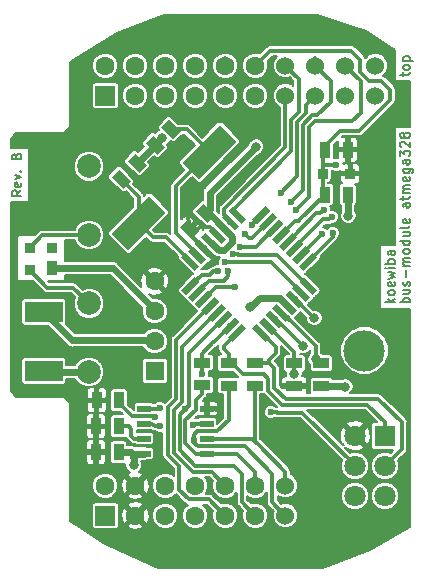
<source format=gbr>
G04 #@! TF.GenerationSoftware,KiCad,Pcbnew,5.0.0-fee4fd1~66~ubuntu16.04.1*
G04 #@! TF.CreationDate,2018-09-24T17:41:17+02:00*
G04 #@! TF.ProjectId,bus-module_atmega328,6275732D6D6F64756C655F61746D6567,B*
G04 #@! TF.SameCoordinates,Original*
G04 #@! TF.FileFunction,Copper,L1,Top,Signal*
G04 #@! TF.FilePolarity,Positive*
%FSLAX46Y46*%
G04 Gerber Fmt 4.6, Leading zero omitted, Abs format (unit mm)*
G04 Created by KiCad (PCBNEW 5.0.0-fee4fd1~66~ubuntu16.04.1) date Mon Sep 24 17:41:17 2018*
%MOMM*%
%LPD*%
G01*
G04 APERTURE LIST*
G04 #@! TA.AperFunction,NonConductor*
%ADD10C,0.150000*%
G04 #@! TD*
G04 #@! TA.AperFunction,SMDPad,CuDef*
%ADD11R,1.397000X0.889000*%
G04 #@! TD*
G04 #@! TA.AperFunction,SMDPad,CuDef*
%ADD12C,0.889000*%
G04 #@! TD*
G04 #@! TA.AperFunction,Conductor*
%ADD13C,0.100000*%
G04 #@! TD*
G04 #@! TA.AperFunction,SMDPad,CuDef*
%ADD14R,0.889000X1.397000*%
G04 #@! TD*
G04 #@! TA.AperFunction,ComponentPad*
%ADD15C,1.600000*%
G04 #@! TD*
G04 #@! TA.AperFunction,ComponentPad*
%ADD16R,1.600000X1.600000*%
G04 #@! TD*
G04 #@! TA.AperFunction,ComponentPad*
%ADD17C,1.800000*%
G04 #@! TD*
G04 #@! TA.AperFunction,ComponentPad*
%ADD18R,1.800000X1.800000*%
G04 #@! TD*
G04 #@! TA.AperFunction,SMDPad,CuDef*
%ADD19R,1.143000X0.508000*%
G04 #@! TD*
G04 #@! TA.AperFunction,ComponentPad*
%ADD20R,1.651000X1.651000*%
G04 #@! TD*
G04 #@! TA.AperFunction,ComponentPad*
%ADD21C,1.600200*%
G04 #@! TD*
G04 #@! TA.AperFunction,ComponentPad*
%ADD22C,1.524000*%
G04 #@! TD*
G04 #@! TA.AperFunction,SMDPad,CuDef*
%ADD23R,0.914400X0.914400*%
G04 #@! TD*
G04 #@! TA.AperFunction,SMDPad,CuDef*
%ADD24R,3.200400X1.780540*%
G04 #@! TD*
G04 #@! TA.AperFunction,SMDPad,CuDef*
%ADD25C,0.850000*%
G04 #@! TD*
G04 #@! TA.AperFunction,SMDPad,CuDef*
%ADD26R,0.850000X0.850000*%
G04 #@! TD*
G04 #@! TA.AperFunction,SMDPad,CuDef*
%ADD27R,0.850000X1.200000*%
G04 #@! TD*
G04 #@! TA.AperFunction,SMDPad,CuDef*
%ADD28C,1.998980*%
G04 #@! TD*
G04 #@! TA.AperFunction,ComponentPad*
%ADD29C,2.000000*%
G04 #@! TD*
G04 #@! TA.AperFunction,SMDPad,CuDef*
%ADD30C,0.550000*%
G04 #@! TD*
G04 #@! TA.AperFunction,ComponentPad*
%ADD31C,3.500000*%
G04 #@! TD*
G04 #@! TA.AperFunction,ViaPad*
%ADD32C,0.800000*%
G04 #@! TD*
G04 #@! TA.AperFunction,ViaPad*
%ADD33C,0.600000*%
G04 #@! TD*
G04 #@! TA.AperFunction,Conductor*
%ADD34C,0.600000*%
G04 #@! TD*
G04 #@! TA.AperFunction,Conductor*
%ADD35C,0.300000*%
G04 #@! TD*
G04 #@! TA.AperFunction,Conductor*
%ADD36C,0.200000*%
G04 #@! TD*
G04 APERTURE END LIST*
D10*
X81443904Y-91436238D02*
X81062952Y-91702904D01*
X81443904Y-91893380D02*
X80643904Y-91893380D01*
X80643904Y-91588619D01*
X80682000Y-91512428D01*
X80720095Y-91474333D01*
X80796285Y-91436238D01*
X80910571Y-91436238D01*
X80986761Y-91474333D01*
X81024857Y-91512428D01*
X81062952Y-91588619D01*
X81062952Y-91893380D01*
X81405809Y-90788619D02*
X81443904Y-90864809D01*
X81443904Y-91017190D01*
X81405809Y-91093380D01*
X81329619Y-91131476D01*
X81024857Y-91131476D01*
X80948666Y-91093380D01*
X80910571Y-91017190D01*
X80910571Y-90864809D01*
X80948666Y-90788619D01*
X81024857Y-90750523D01*
X81101047Y-90750523D01*
X81177238Y-91131476D01*
X80910571Y-90483857D02*
X81443904Y-90293380D01*
X80910571Y-90102904D01*
X81367714Y-89798142D02*
X81405809Y-89760047D01*
X81443904Y-89798142D01*
X81405809Y-89836238D01*
X81367714Y-89798142D01*
X81443904Y-89798142D01*
X81024857Y-88541000D02*
X81062952Y-88426714D01*
X81101047Y-88388619D01*
X81177238Y-88350523D01*
X81291523Y-88350523D01*
X81367714Y-88388619D01*
X81405809Y-88426714D01*
X81443904Y-88502904D01*
X81443904Y-88807666D01*
X80643904Y-88807666D01*
X80643904Y-88541000D01*
X80682000Y-88464809D01*
X80720095Y-88426714D01*
X80796285Y-88388619D01*
X80872476Y-88388619D01*
X80948666Y-88426714D01*
X80986761Y-88464809D01*
X81024857Y-88541000D01*
X81024857Y-88807666D01*
X114336904Y-100902023D02*
X113536904Y-100902023D01*
X113841666Y-100902023D02*
X113803571Y-100825833D01*
X113803571Y-100673452D01*
X113841666Y-100597261D01*
X113879761Y-100559166D01*
X113955952Y-100521071D01*
X114184523Y-100521071D01*
X114260714Y-100559166D01*
X114298809Y-100597261D01*
X114336904Y-100673452D01*
X114336904Y-100825833D01*
X114298809Y-100902023D01*
X113803571Y-99835357D02*
X114336904Y-99835357D01*
X113803571Y-100178214D02*
X114222619Y-100178214D01*
X114298809Y-100140119D01*
X114336904Y-100063928D01*
X114336904Y-99949642D01*
X114298809Y-99873452D01*
X114260714Y-99835357D01*
X114298809Y-99492500D02*
X114336904Y-99416309D01*
X114336904Y-99263928D01*
X114298809Y-99187738D01*
X114222619Y-99149642D01*
X114184523Y-99149642D01*
X114108333Y-99187738D01*
X114070238Y-99263928D01*
X114070238Y-99378214D01*
X114032142Y-99454404D01*
X113955952Y-99492500D01*
X113917857Y-99492500D01*
X113841666Y-99454404D01*
X113803571Y-99378214D01*
X113803571Y-99263928D01*
X113841666Y-99187738D01*
X114032142Y-98806785D02*
X114032142Y-98197261D01*
X114336904Y-97816309D02*
X113803571Y-97816309D01*
X113879761Y-97816309D02*
X113841666Y-97778214D01*
X113803571Y-97702023D01*
X113803571Y-97587738D01*
X113841666Y-97511547D01*
X113917857Y-97473452D01*
X114336904Y-97473452D01*
X113917857Y-97473452D02*
X113841666Y-97435357D01*
X113803571Y-97359166D01*
X113803571Y-97244880D01*
X113841666Y-97168690D01*
X113917857Y-97130595D01*
X114336904Y-97130595D01*
X114336904Y-96635357D02*
X114298809Y-96711547D01*
X114260714Y-96749642D01*
X114184523Y-96787738D01*
X113955952Y-96787738D01*
X113879761Y-96749642D01*
X113841666Y-96711547D01*
X113803571Y-96635357D01*
X113803571Y-96521071D01*
X113841666Y-96444880D01*
X113879761Y-96406785D01*
X113955952Y-96368690D01*
X114184523Y-96368690D01*
X114260714Y-96406785D01*
X114298809Y-96444880D01*
X114336904Y-96521071D01*
X114336904Y-96635357D01*
X114336904Y-95682976D02*
X113536904Y-95682976D01*
X114298809Y-95682976D02*
X114336904Y-95759166D01*
X114336904Y-95911547D01*
X114298809Y-95987738D01*
X114260714Y-96025833D01*
X114184523Y-96063928D01*
X113955952Y-96063928D01*
X113879761Y-96025833D01*
X113841666Y-95987738D01*
X113803571Y-95911547D01*
X113803571Y-95759166D01*
X113841666Y-95682976D01*
X113803571Y-94959166D02*
X114336904Y-94959166D01*
X113803571Y-95302023D02*
X114222619Y-95302023D01*
X114298809Y-95263928D01*
X114336904Y-95187738D01*
X114336904Y-95073452D01*
X114298809Y-94997261D01*
X114260714Y-94959166D01*
X114336904Y-94463928D02*
X114298809Y-94540119D01*
X114222619Y-94578214D01*
X113536904Y-94578214D01*
X114298809Y-93854404D02*
X114336904Y-93930595D01*
X114336904Y-94082976D01*
X114298809Y-94159166D01*
X114222619Y-94197261D01*
X113917857Y-94197261D01*
X113841666Y-94159166D01*
X113803571Y-94082976D01*
X113803571Y-93930595D01*
X113841666Y-93854404D01*
X113917857Y-93816309D01*
X113994047Y-93816309D01*
X114070238Y-94197261D01*
X114336904Y-92521071D02*
X113917857Y-92521071D01*
X113841666Y-92559166D01*
X113803571Y-92635357D01*
X113803571Y-92787738D01*
X113841666Y-92863928D01*
X114298809Y-92521071D02*
X114336904Y-92597261D01*
X114336904Y-92787738D01*
X114298809Y-92863928D01*
X114222619Y-92902023D01*
X114146428Y-92902023D01*
X114070238Y-92863928D01*
X114032142Y-92787738D01*
X114032142Y-92597261D01*
X113994047Y-92521071D01*
X113803571Y-92254404D02*
X113803571Y-91949642D01*
X113536904Y-92140119D02*
X114222619Y-92140119D01*
X114298809Y-92102023D01*
X114336904Y-92025833D01*
X114336904Y-91949642D01*
X114336904Y-91682976D02*
X113803571Y-91682976D01*
X113879761Y-91682976D02*
X113841666Y-91644880D01*
X113803571Y-91568690D01*
X113803571Y-91454404D01*
X113841666Y-91378214D01*
X113917857Y-91340119D01*
X114336904Y-91340119D01*
X113917857Y-91340119D02*
X113841666Y-91302023D01*
X113803571Y-91225833D01*
X113803571Y-91111547D01*
X113841666Y-91035357D01*
X113917857Y-90997261D01*
X114336904Y-90997261D01*
X114298809Y-90311547D02*
X114336904Y-90387738D01*
X114336904Y-90540119D01*
X114298809Y-90616309D01*
X114222619Y-90654404D01*
X113917857Y-90654404D01*
X113841666Y-90616309D01*
X113803571Y-90540119D01*
X113803571Y-90387738D01*
X113841666Y-90311547D01*
X113917857Y-90273452D01*
X113994047Y-90273452D01*
X114070238Y-90654404D01*
X113803571Y-89587738D02*
X114451190Y-89587738D01*
X114527380Y-89625833D01*
X114565476Y-89663928D01*
X114603571Y-89740119D01*
X114603571Y-89854404D01*
X114565476Y-89930595D01*
X114298809Y-89587738D02*
X114336904Y-89663928D01*
X114336904Y-89816309D01*
X114298809Y-89892500D01*
X114260714Y-89930595D01*
X114184523Y-89968690D01*
X113955952Y-89968690D01*
X113879761Y-89930595D01*
X113841666Y-89892500D01*
X113803571Y-89816309D01*
X113803571Y-89663928D01*
X113841666Y-89587738D01*
X114336904Y-88863928D02*
X113917857Y-88863928D01*
X113841666Y-88902023D01*
X113803571Y-88978214D01*
X113803571Y-89130595D01*
X113841666Y-89206785D01*
X114298809Y-88863928D02*
X114336904Y-88940119D01*
X114336904Y-89130595D01*
X114298809Y-89206785D01*
X114222619Y-89244880D01*
X114146428Y-89244880D01*
X114070238Y-89206785D01*
X114032142Y-89130595D01*
X114032142Y-88940119D01*
X113994047Y-88863928D01*
X113536904Y-88559166D02*
X113536904Y-88063928D01*
X113841666Y-88330595D01*
X113841666Y-88216309D01*
X113879761Y-88140119D01*
X113917857Y-88102023D01*
X113994047Y-88063928D01*
X114184523Y-88063928D01*
X114260714Y-88102023D01*
X114298809Y-88140119D01*
X114336904Y-88216309D01*
X114336904Y-88444880D01*
X114298809Y-88521071D01*
X114260714Y-88559166D01*
X113613095Y-87759166D02*
X113575000Y-87721071D01*
X113536904Y-87644880D01*
X113536904Y-87454404D01*
X113575000Y-87378214D01*
X113613095Y-87340119D01*
X113689285Y-87302023D01*
X113765476Y-87302023D01*
X113879761Y-87340119D01*
X114336904Y-87797261D01*
X114336904Y-87302023D01*
X113879761Y-86844880D02*
X113841666Y-86921071D01*
X113803571Y-86959166D01*
X113727380Y-86997261D01*
X113689285Y-86997261D01*
X113613095Y-86959166D01*
X113575000Y-86921071D01*
X113536904Y-86844880D01*
X113536904Y-86692500D01*
X113575000Y-86616309D01*
X113613095Y-86578214D01*
X113689285Y-86540119D01*
X113727380Y-86540119D01*
X113803571Y-86578214D01*
X113841666Y-86616309D01*
X113879761Y-86692500D01*
X113879761Y-86844880D01*
X113917857Y-86921071D01*
X113955952Y-86959166D01*
X114032142Y-86997261D01*
X114184523Y-86997261D01*
X114260714Y-86959166D01*
X114298809Y-86921071D01*
X114336904Y-86844880D01*
X114336904Y-86692500D01*
X114298809Y-86616309D01*
X114260714Y-86578214D01*
X114184523Y-86540119D01*
X114032142Y-86540119D01*
X113955952Y-86578214D01*
X113917857Y-86616309D01*
X113879761Y-86692500D01*
X113803571Y-81746190D02*
X113803571Y-81441428D01*
X113536904Y-81631904D02*
X114222619Y-81631904D01*
X114298809Y-81593809D01*
X114336904Y-81517619D01*
X114336904Y-81441428D01*
X114336904Y-81060476D02*
X114298809Y-81136666D01*
X114260714Y-81174761D01*
X114184523Y-81212857D01*
X113955952Y-81212857D01*
X113879761Y-81174761D01*
X113841666Y-81136666D01*
X113803571Y-81060476D01*
X113803571Y-80946190D01*
X113841666Y-80870000D01*
X113879761Y-80831904D01*
X113955952Y-80793809D01*
X114184523Y-80793809D01*
X114260714Y-80831904D01*
X114298809Y-80870000D01*
X114336904Y-80946190D01*
X114336904Y-81060476D01*
X113803571Y-80450952D02*
X114603571Y-80450952D01*
X113841666Y-80450952D02*
X113803571Y-80374761D01*
X113803571Y-80222380D01*
X113841666Y-80146190D01*
X113879761Y-80108095D01*
X113955952Y-80070000D01*
X114184523Y-80070000D01*
X114260714Y-80108095D01*
X114298809Y-80146190D01*
X114336904Y-80222380D01*
X114336904Y-80374761D01*
X114298809Y-80450952D01*
X113066904Y-100902023D02*
X112266904Y-100902023D01*
X112762142Y-100825833D02*
X113066904Y-100597261D01*
X112533571Y-100597261D02*
X112838333Y-100902023D01*
X113066904Y-100140119D02*
X113028809Y-100216309D01*
X112990714Y-100254404D01*
X112914523Y-100292500D01*
X112685952Y-100292500D01*
X112609761Y-100254404D01*
X112571666Y-100216309D01*
X112533571Y-100140119D01*
X112533571Y-100025833D01*
X112571666Y-99949642D01*
X112609761Y-99911547D01*
X112685952Y-99873452D01*
X112914523Y-99873452D01*
X112990714Y-99911547D01*
X113028809Y-99949642D01*
X113066904Y-100025833D01*
X113066904Y-100140119D01*
X113028809Y-99225833D02*
X113066904Y-99302023D01*
X113066904Y-99454404D01*
X113028809Y-99530595D01*
X112952619Y-99568690D01*
X112647857Y-99568690D01*
X112571666Y-99530595D01*
X112533571Y-99454404D01*
X112533571Y-99302023D01*
X112571666Y-99225833D01*
X112647857Y-99187738D01*
X112724047Y-99187738D01*
X112800238Y-99568690D01*
X112533571Y-98921071D02*
X113066904Y-98768690D01*
X112685952Y-98616309D01*
X113066904Y-98463928D01*
X112533571Y-98311547D01*
X113066904Y-98006785D02*
X112533571Y-98006785D01*
X112266904Y-98006785D02*
X112305000Y-98044880D01*
X112343095Y-98006785D01*
X112305000Y-97968690D01*
X112266904Y-98006785D01*
X112343095Y-98006785D01*
X113066904Y-97625833D02*
X112266904Y-97625833D01*
X112571666Y-97625833D02*
X112533571Y-97549642D01*
X112533571Y-97397261D01*
X112571666Y-97321071D01*
X112609761Y-97282976D01*
X112685952Y-97244880D01*
X112914523Y-97244880D01*
X112990714Y-97282976D01*
X113028809Y-97321071D01*
X113066904Y-97397261D01*
X113066904Y-97549642D01*
X113028809Y-97625833D01*
X113066904Y-96559166D02*
X112647857Y-96559166D01*
X112571666Y-96597261D01*
X112533571Y-96673452D01*
X112533571Y-96825833D01*
X112571666Y-96902023D01*
X113028809Y-96559166D02*
X113066904Y-96635357D01*
X113066904Y-96825833D01*
X113028809Y-96902023D01*
X112952619Y-96940119D01*
X112876428Y-96940119D01*
X112800238Y-96902023D01*
X112762142Y-96825833D01*
X112762142Y-96635357D01*
X112724047Y-96559166D01*
D11*
G04 #@! TO.P,L1,2*
G04 #@! TO.N,/AVCC*
X104577000Y-106079500D03*
G04 #@! TO.P,L1,1*
G04 #@! TO.N,VCC*
X104577000Y-107984500D03*
G04 #@! TD*
D12*
G04 #@! TO.P,C3,2*
G04 #@! TO.N,GND*
X97034038Y-93365962D03*
D13*
G04 #@! TD*
G04 #@! TO.N,GND*
G04 #@! TO.C,C3*
G36*
X97213643Y-94174185D02*
X96225815Y-93186357D01*
X96854433Y-92557739D01*
X97842261Y-93545567D01*
X97213643Y-94174185D01*
X97213643Y-94174185D01*
G37*
D12*
G04 #@! TO.P,C3,1*
G04 #@! TO.N,VCC*
X95687000Y-94713000D03*
D13*
G04 #@! TD*
G04 #@! TO.N,VCC*
G04 #@! TO.C,C3*
G36*
X95866605Y-95521223D02*
X94878777Y-94533395D01*
X95507395Y-93904777D01*
X96495223Y-94892605D01*
X95866605Y-95521223D01*
X95866605Y-95521223D01*
G37*
D11*
G04 #@! TO.P,C6,2*
G04 #@! TO.N,GND*
X106863000Y-107984500D03*
G04 #@! TO.P,C6,1*
G04 #@! TO.N,/AREF*
X106863000Y-106079500D03*
G04 #@! TD*
D14*
G04 #@! TO.P,C5,2*
G04 #@! TO.N,GND*
X89680000Y-113610000D03*
G04 #@! TO.P,C5,1*
G04 #@! TO.N,VCC*
X87775000Y-113610000D03*
G04 #@! TD*
D15*
G04 #@! TO.P,U5,4*
G04 #@! TO.N,VCC*
X92750000Y-99130000D03*
G04 #@! TO.P,U5,3*
G04 #@! TO.N,GND*
X92750000Y-101670000D03*
G04 #@! TO.P,U5,2*
G04 #@! TO.N,Net-(F1-Pad1)*
X92750000Y-104210000D03*
D16*
G04 #@! TO.P,U5,1*
G04 #@! TO.N,GND*
X92750000Y-106750000D03*
G04 #@! TD*
D17*
G04 #@! TO.P,J3,6*
G04 #@! TO.N,GND*
X109710000Y-117290000D03*
G04 #@! TO.P,J3,5*
G04 #@! TO.N,//RESET*
X112250000Y-117290000D03*
G04 #@! TO.P,J3,4*
G04 #@! TO.N,/PB3_MOSI*
X109710000Y-114750000D03*
G04 #@! TO.P,J3,3*
G04 #@! TO.N,/PB5_SCK*
X112250000Y-114750000D03*
G04 #@! TO.P,J3,2*
G04 #@! TO.N,VCC*
X109710000Y-112210000D03*
D18*
G04 #@! TO.P,J3,1*
G04 #@! TO.N,/PB4_MISO*
X112250000Y-112210000D03*
G04 #@! TD*
D11*
G04 #@! TO.P,R4,2*
G04 #@! TO.N,/SCK*
X101250000Y-107962500D03*
G04 #@! TO.P,R4,1*
G04 #@! TO.N,/PB5_SCK*
X101250000Y-106057500D03*
G04 #@! TD*
G04 #@! TO.P,R2,2*
G04 #@! TO.N,/MISO*
X99000000Y-107962500D03*
G04 #@! TO.P,R2,1*
G04 #@! TO.N,/PB4_MISO*
X99000000Y-106057500D03*
G04 #@! TD*
G04 #@! TO.P,R3,2*
G04 #@! TO.N,/MOSI*
X96750000Y-107915000D03*
G04 #@! TO.P,R3,1*
G04 #@! TO.N,/PB3_MOSI*
X96750000Y-106010000D03*
G04 #@! TD*
D19*
G04 #@! TO.P,U3,4*
G04 #@! TO.N,GND*
X91833000Y-113715000D03*
G04 #@! TO.P,U3,3*
G04 #@! TO.N,Net-(R1-Pad2)*
X91833000Y-112445000D03*
G04 #@! TO.P,U3,2*
G04 #@! TO.N,/MISO*
X91833000Y-111175000D03*
G04 #@! TO.P,U3,5*
G04 #@! TO.N,/MOSI*
X97167000Y-113715000D03*
G04 #@! TO.P,U3,6*
G04 #@! TO.N,/SCK*
X97167000Y-112445000D03*
G04 #@! TO.P,U3,7*
G04 #@! TO.N,Net-(R5-Pad2)*
X97167000Y-111175000D03*
G04 #@! TO.P,U3,1*
G04 #@! TO.N,//CSEEP*
X91833000Y-109905000D03*
G04 #@! TO.P,U3,8*
G04 #@! TO.N,VCC*
X97167000Y-109905000D03*
G04 #@! TD*
D20*
G04 #@! TO.P,J1,1*
G04 #@! TO.N,GND*
X88575000Y-83410000D03*
D21*
G04 #@! TO.P,J1,2*
X88575000Y-80870000D03*
G04 #@! TO.P,J1,3*
G04 #@! TO.N,+24V*
X91115000Y-83410000D03*
G04 #@! TO.P,J1,4*
X91115000Y-80870000D03*
G04 #@! TO.P,J1,5*
G04 #@! TO.N,/PC1*
X93655000Y-83410000D03*
G04 #@! TO.P,J1,6*
G04 #@! TO.N,/PC0*
X93655000Y-80870000D03*
G04 #@! TO.P,J1,7*
G04 #@! TO.N,/PC3*
X96195000Y-83410000D03*
G04 #@! TO.P,J1,8*
G04 #@! TO.N,/PC2*
X96195000Y-80870000D03*
G04 #@! TO.P,J1,9*
G04 #@! TO.N,/PC5*
X98735000Y-83410000D03*
G04 #@! TO.P,J1,10*
G04 #@! TO.N,/PC4*
X98735000Y-80870000D03*
G04 #@! TO.P,J1,11*
G04 #@! TO.N,N/C*
X101275000Y-83410000D03*
G04 #@! TO.P,J1,12*
G04 #@! TO.N,//RESET*
X101275000Y-80870000D03*
D22*
G04 #@! TO.P,J1,13*
G04 #@! TO.N,/PD4*
X103815000Y-83410000D03*
G04 #@! TO.P,J1,14*
G04 #@! TO.N,/PD3*
X103815000Y-80870000D03*
G04 #@! TO.P,J1,15*
G04 #@! TO.N,/PD6*
X106355000Y-83410000D03*
G04 #@! TO.P,J1,16*
G04 #@! TO.N,/PD5*
X106355000Y-80870000D03*
G04 #@! TO.P,J1,17*
G04 #@! TO.N,N/C*
X108895000Y-83410000D03*
G04 #@! TO.P,J1,18*
G04 #@! TO.N,/PD7*
X108895000Y-80870000D03*
G04 #@! TO.P,J1,19*
G04 #@! TO.N,N/C*
X111435000Y-83410000D03*
G04 #@! TO.P,J1,20*
X111435000Y-80870000D03*
G04 #@! TD*
D14*
G04 #@! TO.P,C7,2*
G04 #@! TO.N,GND*
X109085500Y-91792000D03*
G04 #@! TO.P,C7,1*
G04 #@! TO.N,//RESET*
X107180500Y-91792000D03*
G04 #@! TD*
G04 #@! TO.P,R6,2*
G04 #@! TO.N,//RESET*
X107180500Y-87982000D03*
G04 #@! TO.P,R6,1*
G04 #@! TO.N,VCC*
X109085500Y-87982000D03*
G04 #@! TD*
G04 #@! TO.P,R5,2*
G04 #@! TO.N,Net-(R5-Pad2)*
X89727500Y-109210000D03*
G04 #@! TO.P,R5,1*
G04 #@! TO.N,VCC*
X87822500Y-109210000D03*
G04 #@! TD*
G04 #@! TO.P,R1,2*
G04 #@! TO.N,Net-(R1-Pad2)*
X89680000Y-111410000D03*
G04 #@! TO.P,R1,1*
G04 #@! TO.N,VCC*
X87775000Y-111410000D03*
G04 #@! TD*
D23*
G04 #@! TO.P,D1,2*
G04 #@! TO.N,VCC*
X109309020Y-90014000D03*
G04 #@! TO.P,D1,1*
G04 #@! TO.N,//RESET*
X106956980Y-90014000D03*
G04 #@! TD*
D12*
G04 #@! TO.P,C2,2*
G04 #@! TO.N,GND*
X91248519Y-89136481D03*
D13*
G04 #@! TD*
G04 #@! TO.N,GND*
G04 #@! TO.C,C2*
G36*
X91428124Y-89944704D02*
X90440296Y-88956876D01*
X91068914Y-88328258D01*
X92056742Y-89316086D01*
X91428124Y-89944704D01*
X91428124Y-89944704D01*
G37*
D12*
G04 #@! TO.P,C2,1*
G04 #@! TO.N,Net-(C2-Pad1)*
X89901481Y-90483519D03*
D13*
G04 #@! TD*
G04 #@! TO.N,Net-(C2-Pad1)*
G04 #@! TO.C,C2*
G36*
X90081086Y-91291742D02*
X89093258Y-90303914D01*
X89721876Y-89675296D01*
X90709704Y-90663124D01*
X90081086Y-91291742D01*
X90081086Y-91291742D01*
G37*
D12*
G04 #@! TO.P,C1,2*
G04 #@! TO.N,GND*
X92775000Y-87610000D03*
D13*
G04 #@! TD*
G04 #@! TO.N,GND*
G04 #@! TO.C,C1*
G36*
X92595395Y-86801777D02*
X93583223Y-87789605D01*
X92954605Y-88418223D01*
X91966777Y-87430395D01*
X92595395Y-86801777D01*
X92595395Y-86801777D01*
G37*
D12*
G04 #@! TO.P,C1,1*
G04 #@! TO.N,Net-(C1-Pad1)*
X94122038Y-86262962D03*
D13*
G04 #@! TD*
G04 #@! TO.N,Net-(C1-Pad1)*
G04 #@! TO.C,C1*
G36*
X93942433Y-85454739D02*
X94930261Y-86442567D01*
X94301643Y-87071185D01*
X93313815Y-86083357D01*
X93942433Y-85454739D01*
X93942433Y-85454739D01*
G37*
D24*
G04 #@! TO.P,F1,2*
G04 #@! TO.N,+24V*
X83368000Y-106727200D03*
G04 #@! TO.P,F1,1*
G04 #@! TO.N,Net-(F1-Pad1)*
X83368000Y-101723400D03*
G04 #@! TD*
D25*
G04 #@! TO.P,D2,4*
G04 #@! TO.N,/A*
X82164000Y-98203000D03*
D13*
G04 #@! TD*
G04 #@! TO.N,/A*
G04 #@! TO.C,D2*
G36*
X82589000Y-98628000D02*
X81739000Y-98628000D01*
X81739000Y-97778000D01*
X82589000Y-97778000D01*
X82589000Y-98628000D01*
X82589000Y-98628000D01*
G37*
D26*
G04 #@! TO.P,D2,3*
G04 #@! TO.N,/B*
X82164000Y-96303000D03*
G04 #@! TO.P,D2,2*
G04 #@! TO.N,N/C*
X84064000Y-96303000D03*
D27*
G04 #@! TO.P,D2,1*
G04 #@! TO.N,GND*
X84064000Y-98022620D03*
G04 #@! TD*
D28*
G04 #@! TO.P,U2,2*
G04 #@! TO.N,Net-(C2-Pad1)*
X91375000Y-94210000D03*
D13*
G04 #@! TD*
G04 #@! TO.N,Net-(C2-Pad1)*
G04 #@! TO.C,U2*
G36*
X92259555Y-91911952D02*
X93673048Y-93325445D01*
X90490445Y-96508048D01*
X89076952Y-95094555D01*
X92259555Y-91911952D01*
X92259555Y-91911952D01*
G37*
D28*
G04 #@! TO.P,U2,1*
G04 #@! TO.N,Net-(C1-Pad1)*
X97384588Y-88200412D03*
D13*
G04 #@! TD*
G04 #@! TO.N,Net-(C1-Pad1)*
G04 #@! TO.C,U2*
G36*
X98269143Y-85902364D02*
X99682636Y-87315857D01*
X96500033Y-90498460D01*
X95086540Y-89084967D01*
X98269143Y-85902364D01*
X98269143Y-85902364D01*
G37*
D29*
G04 #@! TO.P,J6,1*
G04 #@! TO.N,/A*
X87175000Y-101010000D03*
G04 #@! TD*
G04 #@! TO.P,J8,1*
G04 #@! TO.N,GND*
X87175000Y-89410000D03*
G04 #@! TD*
G04 #@! TO.P,J7,1*
G04 #@! TO.N,/B*
X87175000Y-95210000D03*
G04 #@! TD*
G04 #@! TO.P,J5,1*
G04 #@! TO.N,+24V*
X87175000Y-106810000D03*
G04 #@! TD*
D30*
G04 #@! TO.P,U1,1*
G04 #@! TO.N,/PD3*
X99724695Y-93514897D03*
D13*
G04 #@! TD*
G04 #@! TO.N,/PD3*
G04 #@! TO.C,U1*
G36*
X98964555Y-93143666D02*
X99353464Y-92754757D01*
X100484835Y-93886128D01*
X100095926Y-94275037D01*
X98964555Y-93143666D01*
X98964555Y-93143666D01*
G37*
D30*
G04 #@! TO.P,U1,2*
G04 #@! TO.N,/PD4*
X99159010Y-94080583D03*
D13*
G04 #@! TD*
G04 #@! TO.N,/PD4*
G04 #@! TO.C,U1*
G36*
X98398870Y-93709352D02*
X98787779Y-93320443D01*
X99919150Y-94451814D01*
X99530241Y-94840723D01*
X98398870Y-93709352D01*
X98398870Y-93709352D01*
G37*
D30*
G04 #@! TO.P,U1,3*
G04 #@! TO.N,GND*
X98593324Y-94646268D03*
D13*
G04 #@! TD*
G04 #@! TO.N,GND*
G04 #@! TO.C,U1*
G36*
X97833184Y-94275037D02*
X98222093Y-93886128D01*
X99353464Y-95017499D01*
X98964555Y-95406408D01*
X97833184Y-94275037D01*
X97833184Y-94275037D01*
G37*
D30*
G04 #@! TO.P,U1,4*
G04 #@! TO.N,VCC*
X98027639Y-95211953D03*
D13*
G04 #@! TD*
G04 #@! TO.N,VCC*
G04 #@! TO.C,U1*
G36*
X97267499Y-94840722D02*
X97656408Y-94451813D01*
X98787779Y-95583184D01*
X98398870Y-95972093D01*
X97267499Y-94840722D01*
X97267499Y-94840722D01*
G37*
D30*
G04 #@! TO.P,U1,5*
G04 #@! TO.N,GND*
X97461953Y-95777639D03*
D13*
G04 #@! TD*
G04 #@! TO.N,GND*
G04 #@! TO.C,U1*
G36*
X96701813Y-95406408D02*
X97090722Y-95017499D01*
X98222093Y-96148870D01*
X97833184Y-96537779D01*
X96701813Y-95406408D01*
X96701813Y-95406408D01*
G37*
D30*
G04 #@! TO.P,U1,6*
G04 #@! TO.N,VCC*
X96896268Y-96343324D03*
D13*
G04 #@! TD*
G04 #@! TO.N,VCC*
G04 #@! TO.C,U1*
G36*
X96136128Y-95972093D02*
X96525037Y-95583184D01*
X97656408Y-96714555D01*
X97267499Y-97103464D01*
X96136128Y-95972093D01*
X96136128Y-95972093D01*
G37*
D30*
G04 #@! TO.P,U1,7*
G04 #@! TO.N,Net-(C1-Pad1)*
X96330583Y-96909010D03*
D13*
G04 #@! TD*
G04 #@! TO.N,Net-(C1-Pad1)*
G04 #@! TO.C,U1*
G36*
X95570443Y-96537779D02*
X95959352Y-96148870D01*
X97090723Y-97280241D01*
X96701814Y-97669150D01*
X95570443Y-96537779D01*
X95570443Y-96537779D01*
G37*
D30*
G04 #@! TO.P,U1,8*
G04 #@! TO.N,Net-(C2-Pad1)*
X95764897Y-97474695D03*
D13*
G04 #@! TD*
G04 #@! TO.N,Net-(C2-Pad1)*
G04 #@! TO.C,U1*
G36*
X95004757Y-97103464D02*
X95393666Y-96714555D01*
X96525037Y-97845926D01*
X96136128Y-98234835D01*
X95004757Y-97103464D01*
X95004757Y-97103464D01*
G37*
D30*
G04 #@! TO.P,U1,9*
G04 #@! TO.N,/PD5*
X95764897Y-99525305D03*
D13*
G04 #@! TD*
G04 #@! TO.N,/PD5*
G04 #@! TO.C,U1*
G36*
X95393666Y-100285445D02*
X95004757Y-99896536D01*
X96136128Y-98765165D01*
X96525037Y-99154074D01*
X95393666Y-100285445D01*
X95393666Y-100285445D01*
G37*
D30*
G04 #@! TO.P,U1,10*
G04 #@! TO.N,/PD6*
X96330583Y-100090990D03*
D13*
G04 #@! TD*
G04 #@! TO.N,/PD6*
G04 #@! TO.C,U1*
G36*
X95959352Y-100851130D02*
X95570443Y-100462221D01*
X96701814Y-99330850D01*
X97090723Y-99719759D01*
X95959352Y-100851130D01*
X95959352Y-100851130D01*
G37*
D30*
G04 #@! TO.P,U1,11*
G04 #@! TO.N,/PD7*
X96896268Y-100656676D03*
D13*
G04 #@! TD*
G04 #@! TO.N,/PD7*
G04 #@! TO.C,U1*
G36*
X96525037Y-101416816D02*
X96136128Y-101027907D01*
X97267499Y-99896536D01*
X97656408Y-100285445D01*
X96525037Y-101416816D01*
X96525037Y-101416816D01*
G37*
D30*
G04 #@! TO.P,U1,12*
G04 #@! TO.N,/PB0*
X97461953Y-101222361D03*
D13*
G04 #@! TD*
G04 #@! TO.N,/PB0*
G04 #@! TO.C,U1*
G36*
X97090722Y-101982501D02*
X96701813Y-101593592D01*
X97833184Y-100462221D01*
X98222093Y-100851130D01*
X97090722Y-101982501D01*
X97090722Y-101982501D01*
G37*
D30*
G04 #@! TO.P,U1,13*
G04 #@! TO.N,/PB1*
X98027639Y-101788047D03*
D13*
G04 #@! TD*
G04 #@! TO.N,/PB1*
G04 #@! TO.C,U1*
G36*
X97656408Y-102548187D02*
X97267499Y-102159278D01*
X98398870Y-101027907D01*
X98787779Y-101416816D01*
X97656408Y-102548187D01*
X97656408Y-102548187D01*
G37*
D30*
G04 #@! TO.P,U1,14*
G04 #@! TO.N,//CSEEP*
X98593324Y-102353732D03*
D13*
G04 #@! TD*
G04 #@! TO.N,//CSEEP*
G04 #@! TO.C,U1*
G36*
X98222093Y-103113872D02*
X97833184Y-102724963D01*
X98964555Y-101593592D01*
X99353464Y-101982501D01*
X98222093Y-103113872D01*
X98222093Y-103113872D01*
G37*
D30*
G04 #@! TO.P,U1,15*
G04 #@! TO.N,/PB3_MOSI*
X99159010Y-102919417D03*
D13*
G04 #@! TD*
G04 #@! TO.N,/PB3_MOSI*
G04 #@! TO.C,U1*
G36*
X98787779Y-103679557D02*
X98398870Y-103290648D01*
X99530241Y-102159277D01*
X99919150Y-102548186D01*
X98787779Y-103679557D01*
X98787779Y-103679557D01*
G37*
D30*
G04 #@! TO.P,U1,16*
G04 #@! TO.N,/PB4_MISO*
X99724695Y-103485103D03*
D13*
G04 #@! TD*
G04 #@! TO.N,/PB4_MISO*
G04 #@! TO.C,U1*
G36*
X99353464Y-104245243D02*
X98964555Y-103856334D01*
X100095926Y-102724963D01*
X100484835Y-103113872D01*
X99353464Y-104245243D01*
X99353464Y-104245243D01*
G37*
D30*
G04 #@! TO.P,U1,17*
G04 #@! TO.N,/PB5_SCK*
X101775305Y-103485103D03*
D13*
G04 #@! TD*
G04 #@! TO.N,/PB5_SCK*
G04 #@! TO.C,U1*
G36*
X101015165Y-103113872D02*
X101404074Y-102724963D01*
X102535445Y-103856334D01*
X102146536Y-104245243D01*
X101015165Y-103113872D01*
X101015165Y-103113872D01*
G37*
D30*
G04 #@! TO.P,U1,18*
G04 #@! TO.N,/AVCC*
X102340990Y-102919417D03*
D13*
G04 #@! TD*
G04 #@! TO.N,/AVCC*
G04 #@! TO.C,U1*
G36*
X101580850Y-102548186D02*
X101969759Y-102159277D01*
X103101130Y-103290648D01*
X102712221Y-103679557D01*
X101580850Y-102548186D01*
X101580850Y-102548186D01*
G37*
D30*
G04 #@! TO.P,U1,19*
G04 #@! TO.N,/ADC6*
X102906676Y-102353732D03*
D13*
G04 #@! TD*
G04 #@! TO.N,/ADC6*
G04 #@! TO.C,U1*
G36*
X102146536Y-101982501D02*
X102535445Y-101593592D01*
X103666816Y-102724963D01*
X103277907Y-103113872D01*
X102146536Y-101982501D01*
X102146536Y-101982501D01*
G37*
D30*
G04 #@! TO.P,U1,20*
G04 #@! TO.N,/AREF*
X103472361Y-101788047D03*
D13*
G04 #@! TD*
G04 #@! TO.N,/AREF*
G04 #@! TO.C,U1*
G36*
X102712221Y-101416816D02*
X103101130Y-101027907D01*
X104232501Y-102159278D01*
X103843592Y-102548187D01*
X102712221Y-101416816D01*
X102712221Y-101416816D01*
G37*
D30*
G04 #@! TO.P,U1,21*
G04 #@! TO.N,GND*
X104038047Y-101222361D03*
D13*
G04 #@! TD*
G04 #@! TO.N,GND*
G04 #@! TO.C,U1*
G36*
X103277907Y-100851130D02*
X103666816Y-100462221D01*
X104798187Y-101593592D01*
X104409278Y-101982501D01*
X103277907Y-100851130D01*
X103277907Y-100851130D01*
G37*
D30*
G04 #@! TO.P,U1,22*
G04 #@! TO.N,/ADC7*
X104603732Y-100656676D03*
D13*
G04 #@! TD*
G04 #@! TO.N,/ADC7*
G04 #@! TO.C,U1*
G36*
X103843592Y-100285445D02*
X104232501Y-99896536D01*
X105363872Y-101027907D01*
X104974963Y-101416816D01*
X103843592Y-100285445D01*
X103843592Y-100285445D01*
G37*
D30*
G04 #@! TO.P,U1,23*
G04 #@! TO.N,/PC0*
X105169417Y-100090990D03*
D13*
G04 #@! TD*
G04 #@! TO.N,/PC0*
G04 #@! TO.C,U1*
G36*
X104409277Y-99719759D02*
X104798186Y-99330850D01*
X105929557Y-100462221D01*
X105540648Y-100851130D01*
X104409277Y-99719759D01*
X104409277Y-99719759D01*
G37*
D30*
G04 #@! TO.P,U1,24*
G04 #@! TO.N,/PC1*
X105735103Y-99525305D03*
D13*
G04 #@! TD*
G04 #@! TO.N,/PC1*
G04 #@! TO.C,U1*
G36*
X104974963Y-99154074D02*
X105363872Y-98765165D01*
X106495243Y-99896536D01*
X106106334Y-100285445D01*
X104974963Y-99154074D01*
X104974963Y-99154074D01*
G37*
D30*
G04 #@! TO.P,U1,25*
G04 #@! TO.N,/PC2*
X105735103Y-97474695D03*
D13*
G04 #@! TD*
G04 #@! TO.N,/PC2*
G04 #@! TO.C,U1*
G36*
X105363872Y-98234835D02*
X104974963Y-97845926D01*
X106106334Y-96714555D01*
X106495243Y-97103464D01*
X105363872Y-98234835D01*
X105363872Y-98234835D01*
G37*
D30*
G04 #@! TO.P,U1,26*
G04 #@! TO.N,/PC3*
X105169417Y-96909010D03*
D13*
G04 #@! TD*
G04 #@! TO.N,/PC3*
G04 #@! TO.C,U1*
G36*
X104798186Y-97669150D02*
X104409277Y-97280241D01*
X105540648Y-96148870D01*
X105929557Y-96537779D01*
X104798186Y-97669150D01*
X104798186Y-97669150D01*
G37*
D30*
G04 #@! TO.P,U1,27*
G04 #@! TO.N,/PC4*
X104603732Y-96343324D03*
D13*
G04 #@! TD*
G04 #@! TO.N,/PC4*
G04 #@! TO.C,U1*
G36*
X104232501Y-97103464D02*
X103843592Y-96714555D01*
X104974963Y-95583184D01*
X105363872Y-95972093D01*
X104232501Y-97103464D01*
X104232501Y-97103464D01*
G37*
D30*
G04 #@! TO.P,U1,28*
G04 #@! TO.N,/PC5*
X104038047Y-95777639D03*
D13*
G04 #@! TD*
G04 #@! TO.N,/PC5*
G04 #@! TO.C,U1*
G36*
X103666816Y-96537779D02*
X103277907Y-96148870D01*
X104409278Y-95017499D01*
X104798187Y-95406408D01*
X103666816Y-96537779D01*
X103666816Y-96537779D01*
G37*
D30*
G04 #@! TO.P,U1,29*
G04 #@! TO.N,//RESET*
X103472361Y-95211953D03*
D13*
G04 #@! TD*
G04 #@! TO.N,//RESET*
G04 #@! TO.C,U1*
G36*
X103101130Y-95972093D02*
X102712221Y-95583184D01*
X103843592Y-94451813D01*
X104232501Y-94840722D01*
X103101130Y-95972093D01*
X103101130Y-95972093D01*
G37*
D30*
G04 #@! TO.P,U1,30*
G04 #@! TO.N,/RXD0*
X102906676Y-94646268D03*
D13*
G04 #@! TD*
G04 #@! TO.N,/RXD0*
G04 #@! TO.C,U1*
G36*
X102535445Y-95406408D02*
X102146536Y-95017499D01*
X103277907Y-93886128D01*
X103666816Y-94275037D01*
X102535445Y-95406408D01*
X102535445Y-95406408D01*
G37*
D30*
G04 #@! TO.P,U1,31*
G04 #@! TO.N,/TXD0*
X102340990Y-94080583D03*
D13*
G04 #@! TD*
G04 #@! TO.N,/TXD0*
G04 #@! TO.C,U1*
G36*
X101969759Y-94840723D02*
X101580850Y-94451814D01*
X102712221Y-93320443D01*
X103101130Y-93709352D01*
X101969759Y-94840723D01*
X101969759Y-94840723D01*
G37*
D30*
G04 #@! TO.P,U1,32*
G04 #@! TO.N,/TXD0EN*
X101775305Y-93514897D03*
D13*
G04 #@! TD*
G04 #@! TO.N,/TXD0EN*
G04 #@! TO.C,U1*
G36*
X101404074Y-94275037D02*
X101015165Y-93886128D01*
X102146536Y-92754757D01*
X102535445Y-93143666D01*
X101404074Y-94275037D01*
X101404074Y-94275037D01*
G37*
D31*
G04 #@! TO.P,H1,1*
G04 #@! TO.N,N/C*
X110500000Y-105000000D03*
G04 #@! TD*
D20*
G04 #@! TO.P,J2,1*
G04 #@! TO.N,GND*
X88575000Y-118970000D03*
D21*
G04 #@! TO.P,J2,2*
X88575000Y-116430000D03*
G04 #@! TO.P,J2,3*
G04 #@! TO.N,VCC*
X91115000Y-118970000D03*
G04 #@! TO.P,J2,4*
X91115000Y-116430000D03*
G04 #@! TO.P,J2,5*
G04 #@! TO.N,/AREF*
X93655000Y-118970000D03*
G04 #@! TO.P,J2,6*
G04 #@! TO.N,/AVCC*
X93655000Y-116430000D03*
G04 #@! TO.P,J2,7*
G04 #@! TO.N,/ADC6*
X96195000Y-118970000D03*
G04 #@! TO.P,J2,8*
G04 #@! TO.N,/ADC7*
X96195000Y-116430000D03*
G04 #@! TO.P,J2,9*
G04 #@! TO.N,/PB0*
X98735000Y-118970000D03*
G04 #@! TO.P,J2,10*
G04 #@! TO.N,/PB1*
X98735000Y-116430000D03*
G04 #@! TO.P,J2,11*
G04 #@! TO.N,//CSEEP*
X101275000Y-118970000D03*
G04 #@! TO.P,J2,12*
G04 #@! TO.N,/MOSI*
X101275000Y-116430000D03*
D22*
G04 #@! TO.P,J2,13*
G04 #@! TO.N,/MISO*
X103815000Y-118970000D03*
G04 #@! TO.P,J2,14*
G04 #@! TO.N,/SCK*
X103815000Y-116430000D03*
G04 #@! TD*
D32*
G04 #@! TO.N,GND*
X109149000Y-93570000D03*
X108895000Y-108048000D03*
X100838000Y-101346000D03*
X101337577Y-87732696D03*
X90953102Y-114683096D03*
X93375000Y-87010000D03*
G04 #@! TO.N,/AREF*
X106374988Y-105740401D03*
G04 #@! TO.N,/AVCC*
X104559296Y-106939986D03*
D33*
G04 #@! TO.N,/MISO*
X93194994Y-111378999D03*
X96095488Y-112529414D03*
G04 #@! TO.N,/PC1*
X99374474Y-96855924D03*
G04 #@! TO.N,/PC0*
X98701430Y-97507667D03*
G04 #@! TO.N,/PC3*
X106893927Y-95106073D03*
G04 #@! TO.N,/PC2*
X107798536Y-95048566D03*
G04 #@! TO.N,/PC5*
X107070006Y-93085721D03*
G04 #@! TO.N,/PC4*
X107716362Y-93676983D03*
G04 #@! TO.N,/PD6*
X103413541Y-91647944D03*
X98976975Y-98258729D03*
G04 #@! TO.N,/PD5*
X104274499Y-92406351D03*
X98096656Y-98297677D03*
G04 #@! TO.N,/PD7*
X104729138Y-93064623D03*
X99502877Y-99615448D03*
G04 #@! TO.N,Net-(R5-Pad2)*
X92802249Y-110580229D03*
X95995045Y-111290301D03*
G04 #@! TO.N,/TXD0EN*
X100942140Y-94324170D03*
G04 #@! TO.N,/RXD0*
X99963464Y-96218659D03*
G04 #@! TO.N,/TXD0*
X100429671Y-95157015D03*
G04 #@! TO.N,//RESET*
X108133000Y-89252000D03*
G04 #@! TO.N,//CSEEP*
X93172218Y-109870904D03*
X95350365Y-109969569D03*
D32*
G04 #@! TO.N,/ADC7*
X106250000Y-102250000D03*
G04 #@! TO.N,/ADC6*
X105300538Y-104625592D03*
D33*
G04 #@! TO.N,/PB3_MOSI*
X96775000Y-106970498D03*
X102575000Y-110210000D03*
G04 #@! TO.N,VCC*
X92131000Y-85696000D03*
X98127417Y-109901353D03*
X103175000Y-111610000D03*
X106736000Y-98269000D03*
G04 #@! TD*
D34*
G04 #@! TO.N,GND*
X109085500Y-91792000D02*
X109085500Y-93506500D01*
X109085500Y-93506500D02*
X109149000Y-93570000D01*
X84064000Y-98022620D02*
X89210000Y-98022620D01*
X89210000Y-98022620D02*
X92750000Y-101562620D01*
X92750000Y-101562620D02*
X92750000Y-101670000D01*
X106863000Y-107984500D02*
X108831500Y-107984500D01*
X108831500Y-107984500D02*
X108895000Y-108048000D01*
X104038047Y-101222361D02*
X103343583Y-100527897D01*
X103343583Y-100527897D02*
X101656103Y-100527897D01*
X101656103Y-100527897D02*
X100838000Y-101346000D01*
X98608000Y-96491000D02*
X98608000Y-96470086D01*
X98608000Y-96470086D02*
X99287789Y-95790297D01*
X99287789Y-95790297D02*
X99287789Y-95340733D01*
X99287789Y-95340733D02*
X98593324Y-94646268D01*
X98175314Y-96491000D02*
X98608000Y-96491000D01*
X97461953Y-95777639D02*
X98175314Y-96491000D01*
X97034038Y-93365962D02*
X97419057Y-92980943D01*
X97419057Y-92980943D02*
X97419057Y-91651216D01*
X97419057Y-91651216D02*
X101337577Y-87732696D01*
X98593324Y-94646268D02*
X97313018Y-93365962D01*
X97313018Y-93365962D02*
X97034038Y-93365962D01*
X90953102Y-114683096D02*
X90953102Y-114117411D01*
X90953102Y-114117411D02*
X90880000Y-114044309D01*
X90880000Y-114044309D02*
X90880000Y-113715000D01*
X91833000Y-113715000D02*
X90880000Y-113715000D01*
X90880000Y-113715000D02*
X90775000Y-113610000D01*
X90775000Y-113610000D02*
X89680000Y-113610000D01*
X92775000Y-87610000D02*
X93375000Y-87010000D01*
X91375000Y-89210000D02*
X91375000Y-89010000D01*
X91375000Y-89010000D02*
X92775000Y-87610000D01*
X97432928Y-93451534D02*
X97432928Y-93432928D01*
D35*
G04 #@! TO.N,/AREF*
X104026223Y-102128023D02*
X103878023Y-102128023D01*
X104203380Y-102424442D02*
X106374988Y-104596050D01*
X106374988Y-104596050D02*
X106374988Y-105740401D01*
X106774987Y-106140400D02*
X106374988Y-105740401D01*
X106802100Y-106140400D02*
X106774987Y-106140400D01*
X106863000Y-106079500D02*
X106802100Y-106140400D01*
X103472361Y-101788047D02*
X104108756Y-102424442D01*
X104108756Y-102424442D02*
X104203380Y-102424442D01*
G04 #@! TO.N,/AVCC*
X104559296Y-106374301D02*
X104559296Y-106939986D01*
X102707696Y-103259536D02*
X104559296Y-105111136D01*
X104559296Y-105111136D02*
X104559296Y-106374301D01*
G04 #@! TO.N,/PB0*
X94559978Y-109090832D02*
X94559978Y-104079365D01*
X98735000Y-118970000D02*
X97345101Y-117580101D01*
X93844995Y-113846951D02*
X93844995Y-109805815D01*
X93844995Y-109805815D02*
X94559978Y-109090832D01*
X94805101Y-114807057D02*
X93844995Y-113846951D01*
X94805101Y-116780303D02*
X94805101Y-114807057D01*
X95604899Y-117580101D02*
X94805101Y-116780303D01*
X97345101Y-117580101D02*
X95604899Y-117580101D01*
X94559978Y-104079365D02*
X97068095Y-101571248D01*
G04 #@! TO.N,/PB1*
X98735000Y-116430000D02*
X97564012Y-115259012D01*
X94345006Y-113639840D02*
X94345006Y-110034551D01*
X95059989Y-109319568D02*
X95059989Y-104692905D01*
X94345006Y-110034551D02*
X95059989Y-109319568D01*
X95059989Y-104692905D02*
X97624871Y-102128023D01*
X97564012Y-115259012D02*
X95964177Y-115259011D01*
X95964177Y-115259011D02*
X94345006Y-113639840D01*
G04 #@! TO.N,/MOSI*
X101275000Y-116430000D02*
X101275000Y-115298488D01*
X101275000Y-115298488D02*
X99691512Y-113715000D01*
X99691512Y-113715000D02*
X97167000Y-113715000D01*
X96750000Y-108659500D02*
X96750000Y-107915000D01*
X96201510Y-109207990D02*
X96750000Y-108659500D01*
X95345025Y-110894163D02*
X96201510Y-110037678D01*
X96274376Y-113715000D02*
X95345025Y-112785649D01*
X97167000Y-113715000D02*
X96274376Y-113715000D01*
X95345025Y-112785649D02*
X95345025Y-110894163D01*
X96201510Y-110037678D02*
X96201510Y-109207990D01*
G04 #@! TO.N,/MISO*
X99000000Y-107962500D02*
X99000000Y-110859500D01*
X99000000Y-110859500D02*
X98018501Y-111840999D01*
X98018501Y-111840999D02*
X96359639Y-111840999D01*
X96359639Y-111840999D02*
X96095488Y-112105150D01*
X96095488Y-112105150D02*
X96095488Y-112529414D01*
X96095488Y-112828990D02*
X96095488Y-112529414D01*
X96377497Y-113110999D02*
X96095488Y-112828990D01*
X100375999Y-113110999D02*
X96377497Y-113110999D01*
X102702999Y-115437999D02*
X100375999Y-113110999D01*
X102702999Y-117857999D02*
X102702999Y-115437999D01*
X103815000Y-118970000D02*
X102702999Y-117857999D01*
X92743999Y-111378999D02*
X92540000Y-111175000D01*
X92540000Y-111175000D02*
X91833000Y-111175000D01*
X93194994Y-111378999D02*
X92743999Y-111378999D01*
G04 #@! TO.N,/SCK*
X101250000Y-107962500D02*
X101250000Y-112680000D01*
X101250000Y-112680000D02*
X101455000Y-112885000D01*
X97167000Y-112445000D02*
X101015000Y-112445000D01*
X101015000Y-112445000D02*
X101455000Y-112885000D01*
X103815000Y-115245000D02*
X101455000Y-112885000D01*
X103815000Y-116430000D02*
X103815000Y-115245000D01*
G04 #@! TO.N,/PC1*
X99798738Y-96855924D02*
X99811479Y-96868665D01*
X99374474Y-96855924D02*
X99798738Y-96855924D01*
X99811479Y-96868665D02*
X103078463Y-96868665D01*
X103078463Y-96868665D02*
X105735103Y-99525305D01*
X106102233Y-99864999D02*
X106027304Y-99864999D01*
G04 #@! TO.N,/PC0*
X105545457Y-100421775D02*
X102631349Y-97507667D01*
X102631349Y-97507667D02*
X98701430Y-97507667D01*
G04 #@! TO.N,/PC3*
X105559825Y-96484831D02*
X106893927Y-95150729D01*
X106893927Y-95150729D02*
X106893927Y-95106073D01*
G04 #@! TO.N,/PC2*
X107798536Y-95374040D02*
X107798536Y-95048566D01*
X106123785Y-97048791D02*
X107798536Y-95374040D01*
G04 #@! TO.N,/PC5*
X106770007Y-93385720D02*
X107070006Y-93085721D01*
X104428313Y-95353318D02*
X106395911Y-93385720D01*
X106395911Y-93385720D02*
X106770007Y-93385720D01*
X98730000Y-82770000D02*
X98730000Y-83520000D01*
G04 #@! TO.N,/PC4*
X107032333Y-93877218D02*
X107516127Y-93877218D01*
X104992273Y-95917278D02*
X107032333Y-93877218D01*
X107516127Y-93877218D02*
X107716362Y-93676983D01*
X98730000Y-80230000D02*
X98730000Y-80270000D01*
G04 #@! TO.N,/PD3*
X104927001Y-81982001D02*
X104927001Y-84837999D01*
X104927001Y-84837999D02*
X104315011Y-85449989D01*
X104315011Y-88116147D02*
X99333680Y-93097478D01*
X103815000Y-80870000D02*
X104927001Y-81982001D01*
X104315011Y-85449989D02*
X104315011Y-88116147D01*
G04 #@! TO.N,/PD6*
X98976975Y-98682993D02*
X98976975Y-98258729D01*
X98586030Y-99073938D02*
X98976975Y-98682993D01*
X97302380Y-99073938D02*
X98586030Y-99073938D01*
X95936583Y-100439735D02*
X97302380Y-99073938D01*
X105593001Y-84879121D02*
X104815022Y-85657100D01*
X104815022Y-85657100D02*
X104815022Y-90246463D01*
X104815022Y-90246463D02*
X103413541Y-91647944D01*
X105593001Y-84171999D02*
X105593001Y-84879121D01*
X106355000Y-83410000D02*
X105593001Y-84171999D01*
G04 #@! TO.N,/PD5*
X95379807Y-99882959D02*
X95433620Y-99882959D01*
X95433620Y-99882959D02*
X96742652Y-98573927D01*
X97672392Y-98297677D02*
X98096656Y-98297677D01*
X96742652Y-98573927D02*
X97396142Y-98573927D01*
X97396142Y-98573927D02*
X97672392Y-98297677D01*
X106350000Y-80230000D02*
X106350000Y-81161238D01*
X107675000Y-82190000D02*
X107675000Y-83922878D01*
X106504390Y-85093488D02*
X106085756Y-85093488D01*
X106355000Y-80870000D02*
X107675000Y-82190000D01*
X106085756Y-85093488D02*
X105315032Y-85864212D01*
X105315032Y-85864212D02*
X105315032Y-91365818D01*
X105315032Y-91365818D02*
X104274499Y-92406351D01*
X107675000Y-83922878D02*
X106504390Y-85093488D01*
G04 #@! TO.N,/PD7*
X105815042Y-91978719D02*
X104729138Y-93064623D01*
X108895000Y-80870000D02*
X110197501Y-82172501D01*
X110197501Y-84877999D02*
X109482001Y-85593499D01*
X110197501Y-82172501D02*
X110197501Y-84877999D01*
X105815042Y-86071324D02*
X105815042Y-91978719D01*
X106292867Y-85593499D02*
X105815042Y-86071324D01*
X109482001Y-85593499D02*
X106292867Y-85593499D01*
X97910343Y-99615448D02*
X99502877Y-99615448D01*
X96511319Y-101014472D02*
X97910343Y-99615448D01*
D34*
G04 #@! TO.N,+24V*
X87175000Y-106810000D02*
X83368000Y-106810000D01*
X83368000Y-106810000D02*
X83368000Y-106727200D01*
D35*
G04 #@! TO.N,Net-(R1-Pad2)*
X90775000Y-111610000D02*
X90575000Y-111410000D01*
X90575000Y-111410000D02*
X89680000Y-111410000D01*
X90775000Y-112258500D02*
X90775000Y-111610000D01*
X91833000Y-112445000D02*
X90961500Y-112445000D01*
X90961500Y-112445000D02*
X90775000Y-112258500D01*
G04 #@! TO.N,Net-(R5-Pad2)*
X89727500Y-109464000D02*
X90834499Y-110570999D01*
X90834499Y-110570999D02*
X92793019Y-110570999D01*
X89727500Y-109210000D02*
X89727500Y-109464000D01*
X92793019Y-110570999D02*
X92802249Y-110580229D01*
X96110346Y-111175000D02*
X95995045Y-111290301D01*
X97167000Y-111175000D02*
X96110346Y-111175000D01*
G04 #@! TO.N,/TXD0EN*
X102165288Y-93101022D02*
X101242139Y-94024171D01*
X101242139Y-94024171D02*
X100942140Y-94324170D01*
X102165288Y-93090294D02*
X102165288Y-93101022D01*
G04 #@! TO.N,/RXD0*
X101299948Y-96218659D02*
X99963464Y-96218659D01*
X103296801Y-94221806D02*
X101299948Y-96218659D01*
G04 #@! TO.N,/TXD0*
X102729248Y-93654254D02*
X102081094Y-94302408D01*
X102081094Y-94302408D02*
X102081094Y-94337741D01*
X102081094Y-94337741D02*
X100961821Y-95457014D01*
X100961821Y-95457014D02*
X100729670Y-95457014D01*
X100729670Y-95457014D02*
X100429671Y-95157015D01*
G04 #@! TO.N,//RESET*
X104977750Y-93970750D02*
X105001750Y-93970750D01*
X105001750Y-93970750D02*
X107180500Y-91792000D01*
X106956980Y-90014000D02*
X106956980Y-91568480D01*
X106956980Y-91568480D02*
X107180500Y-91792000D01*
X108133000Y-89252000D02*
X106956980Y-89252000D01*
X106956980Y-90014000D02*
X106956980Y-89252000D01*
X106956980Y-89252000D02*
X106956980Y-88205520D01*
X106956980Y-88205520D02*
X107180500Y-87982000D01*
X107180500Y-88299500D02*
X107180500Y-87982000D01*
X103860761Y-94785766D02*
X104638217Y-94008310D01*
X104940190Y-94008310D02*
X104977750Y-93970750D01*
X104638217Y-94008310D02*
X104940190Y-94008310D01*
X112446280Y-117290000D02*
X112250000Y-117290000D01*
X110080762Y-86410000D02*
X108435000Y-86410000D01*
X112705000Y-83785762D02*
X110080762Y-86410000D01*
X112705000Y-82902000D02*
X112705000Y-83785762D01*
X111943000Y-82140000D02*
X112705000Y-82902000D01*
X102545000Y-79600000D02*
X109403000Y-79600000D01*
X101275000Y-80870000D02*
X102545000Y-79600000D01*
X109403000Y-79600000D02*
X110165000Y-80362000D01*
X110165000Y-80362000D02*
X110165000Y-81378000D01*
X107180500Y-87664500D02*
X107180500Y-87982000D01*
X108435000Y-86410000D02*
X107180500Y-87664500D01*
X110165000Y-81378000D02*
X110927000Y-82140000D01*
X110927000Y-82140000D02*
X111943000Y-82140000D01*
G04 #@! TO.N,//CSEEP*
X93138122Y-109905000D02*
X93172218Y-109870904D01*
X91833000Y-109905000D02*
X93138122Y-109905000D01*
X94845016Y-113432728D02*
X94845016Y-110474918D01*
X95671085Y-109648849D02*
X95350365Y-109969569D01*
X100124899Y-115459899D02*
X99424001Y-114759001D01*
X98199607Y-102702760D02*
X95671085Y-105231282D01*
X101275000Y-118970000D02*
X100124899Y-117819899D01*
X94845016Y-110474918D02*
X95350365Y-109969569D01*
X100124899Y-117819899D02*
X100124899Y-115459899D01*
X99424001Y-114759001D02*
X96171289Y-114759001D01*
X95671085Y-105231282D02*
X95671085Y-109648849D01*
X96171289Y-114759001D02*
X94845016Y-113432728D01*
G04 #@! TO.N,Net-(C1-Pad1)*
X94528767Y-91056233D02*
X97384588Y-88200412D01*
X94528767Y-95073423D02*
X94528767Y-91056233D01*
X95947359Y-96492015D02*
X94528767Y-95073423D01*
X97384588Y-88200412D02*
X95447138Y-86262962D01*
X95447138Y-86262962D02*
X94122038Y-86262962D01*
X96342783Y-89407217D02*
X98004794Y-87745206D01*
X98004794Y-87657756D02*
X98004794Y-87745206D01*
G04 #@! TO.N,Net-(C2-Pad1)*
X91375000Y-94210000D02*
X91375000Y-91957038D01*
X91375000Y-91957038D02*
X89901481Y-90483519D01*
X92575000Y-95410000D02*
X93733832Y-95410000D01*
X93733832Y-95410000D02*
X95381603Y-97057771D01*
X91375000Y-94210000D02*
X92575000Y-95410000D01*
X92119794Y-93754794D02*
X92119794Y-93795962D01*
X91995206Y-93754794D02*
X92119794Y-93754794D01*
X91995206Y-93592244D02*
X91995206Y-93754794D01*
X95298183Y-97057771D02*
X95381603Y-97057771D01*
G04 #@! TO.N,/ADC7*
X106250000Y-102250000D02*
X106224209Y-102250000D01*
X106224209Y-102250000D02*
X104970720Y-100996511D01*
G04 #@! TO.N,/ADC6*
X103359745Y-102684799D02*
X105300538Y-104625592D01*
X103282432Y-102684799D02*
X103359745Y-102684799D01*
G04 #@! TO.N,/PD4*
X103815000Y-87798230D02*
X103815000Y-83410000D01*
X98776140Y-93663234D02*
X98614545Y-93501639D01*
X98614545Y-92998685D02*
X103815000Y-87798230D01*
X98614545Y-93501639D02*
X98614545Y-92998685D01*
G04 #@! TO.N,/PB4_MISO*
X99000000Y-105313000D02*
X98571624Y-104884624D01*
X98571624Y-104884624D02*
X98571624Y-104629689D01*
X98571624Y-104629689D02*
X99349080Y-103852233D01*
X99000000Y-106057500D02*
X99000000Y-105313000D01*
X99254000Y-106057500D02*
X99000000Y-106057500D01*
X100206500Y-107010000D02*
X99254000Y-106057500D01*
X112250000Y-111084500D02*
X110737500Y-109572000D01*
X112250000Y-112210000D02*
X112250000Y-111084500D01*
X101975000Y-107010000D02*
X100206500Y-107010000D01*
X110737500Y-109572000D02*
X103561000Y-109572000D01*
X103561000Y-109572000D02*
X102375000Y-108386000D01*
X102375000Y-108386000D02*
X102375000Y-107410000D01*
X102375000Y-107410000D02*
X101975000Y-107010000D01*
G04 #@! TO.N,/PB5_SCK*
X102975000Y-105210000D02*
X102975000Y-104676313D01*
X102975000Y-104676313D02*
X102132959Y-103834272D01*
X102422500Y-105762500D02*
X102975000Y-105210000D01*
X102422500Y-106057500D02*
X102422500Y-105762500D01*
X102422500Y-106057500D02*
X101250000Y-106057500D01*
X111677992Y-109071990D02*
X103822990Y-109071990D01*
X102875011Y-106510011D02*
X102422500Y-106057500D01*
X102875011Y-108124011D02*
X102875011Y-106510011D01*
X113690501Y-113309499D02*
X113690501Y-111084499D01*
X112250000Y-114750000D02*
X113690501Y-113309499D01*
X113690501Y-111084499D02*
X111677992Y-109071990D01*
X103822990Y-109071990D02*
X102875011Y-108124011D01*
G04 #@! TO.N,/PB3_MOSI*
X109710000Y-114705527D02*
X105251495Y-110247022D01*
X103070254Y-110210000D02*
X102575000Y-110210000D01*
X109710000Y-114750000D02*
X109710000Y-114705527D01*
X105251495Y-110247022D02*
X103107275Y-110247021D01*
X103107275Y-110247021D02*
X103070254Y-110210000D01*
X96775000Y-106970498D02*
X96775000Y-106035000D01*
X96775000Y-106035000D02*
X96750000Y-106010000D01*
X96750000Y-106010000D02*
X96750000Y-105250000D01*
X97698160Y-104301840D02*
X96750000Y-105250000D01*
X97750000Y-104301840D02*
X97698160Y-104301840D01*
X98774344Y-103277496D02*
X97750000Y-104301840D01*
G04 #@! TO.N,VCC*
X95560000Y-93857382D02*
X95560000Y-93062000D01*
X95687000Y-94713000D02*
X95687000Y-93984382D01*
X95687000Y-93984382D02*
X95560000Y-93857382D01*
X96896268Y-96343324D02*
X95687000Y-95134056D01*
X95687000Y-95134056D02*
X95687000Y-94713000D01*
X98027639Y-95211953D02*
X97391244Y-94575558D01*
X97391244Y-94575558D02*
X96553060Y-94575558D01*
X96553060Y-94575558D02*
X96415618Y-94713000D01*
X96415618Y-94713000D02*
X95687000Y-94713000D01*
X98123770Y-109905000D02*
X98127417Y-109901353D01*
X97167000Y-109905000D02*
X98123770Y-109905000D01*
G04 #@! TO.N,/A*
X87175000Y-101010000D02*
X85831000Y-99666000D01*
X83622000Y-99666000D02*
X83622000Y-99661000D01*
X85831000Y-99666000D02*
X83622000Y-99666000D01*
X82164000Y-98203000D02*
X83622000Y-99661000D01*
X87175000Y-101063000D02*
X87175000Y-101010000D01*
G04 #@! TO.N,/B*
X87175000Y-95210000D02*
X83241000Y-95210000D01*
X83241000Y-95210000D02*
X82164000Y-96287000D01*
X82164000Y-96287000D02*
X82164000Y-96303000D01*
D34*
G04 #@! TO.N,Net-(F1-Pad1)*
X83368000Y-101723400D02*
X85781000Y-104136400D01*
X85781000Y-104136400D02*
X92750000Y-104136400D01*
X92750000Y-104136400D02*
X92750000Y-104210000D01*
G04 #@! TD*
D36*
G04 #@! TO.N,VCC*
G36*
X110629308Y-77913057D02*
X113073651Y-79542619D01*
X113061500Y-79542619D01*
X113061500Y-82197381D01*
X114383787Y-82197381D01*
X114385433Y-86035238D01*
X113061500Y-86035238D01*
X113061500Y-96016190D01*
X111791500Y-96016190D01*
X111791500Y-101490000D01*
X114392061Y-101490000D01*
X114399975Y-119941982D01*
X110957364Y-121909188D01*
X106981867Y-123400000D01*
X93021221Y-123400000D01*
X88548390Y-121412075D01*
X85600000Y-119446482D01*
X85600000Y-118144500D01*
X87443623Y-118144500D01*
X87443623Y-119795500D01*
X87466907Y-119912554D01*
X87533212Y-120011788D01*
X87632446Y-120078093D01*
X87749500Y-120101377D01*
X89400500Y-120101377D01*
X89517554Y-120078093D01*
X89616788Y-120011788D01*
X89683093Y-119912554D01*
X89692371Y-119865909D01*
X90436880Y-119865909D01*
X90526088Y-120042569D01*
X90981370Y-120186292D01*
X91456997Y-120144846D01*
X91703912Y-120042569D01*
X91793120Y-119865909D01*
X91115000Y-119187789D01*
X90436880Y-119865909D01*
X89692371Y-119865909D01*
X89706377Y-119795500D01*
X89706377Y-118836370D01*
X89898708Y-118836370D01*
X89940154Y-119311997D01*
X90042431Y-119558912D01*
X90219091Y-119648120D01*
X90897211Y-118970000D01*
X91332789Y-118970000D01*
X92010909Y-119648120D01*
X92187569Y-119558912D01*
X92331292Y-119103630D01*
X92300580Y-118751177D01*
X92554900Y-118751177D01*
X92554900Y-119188823D01*
X92722380Y-119593156D01*
X93031844Y-119902620D01*
X93436177Y-120070100D01*
X93873823Y-120070100D01*
X94278156Y-119902620D01*
X94587620Y-119593156D01*
X94755100Y-119188823D01*
X94755100Y-118751177D01*
X94587620Y-118346844D01*
X94278156Y-118037380D01*
X93873823Y-117869900D01*
X93436177Y-117869900D01*
X93031844Y-118037380D01*
X92722380Y-118346844D01*
X92554900Y-118751177D01*
X92300580Y-118751177D01*
X92289846Y-118628003D01*
X92187569Y-118381088D01*
X92010909Y-118291880D01*
X91332789Y-118970000D01*
X90897211Y-118970000D01*
X90219091Y-118291880D01*
X90042431Y-118381088D01*
X89898708Y-118836370D01*
X89706377Y-118836370D01*
X89706377Y-118144500D01*
X89692372Y-118074091D01*
X90436880Y-118074091D01*
X91115000Y-118752211D01*
X91793120Y-118074091D01*
X91703912Y-117897431D01*
X91248630Y-117753708D01*
X90773003Y-117795154D01*
X90526088Y-117897431D01*
X90436880Y-118074091D01*
X89692372Y-118074091D01*
X89683093Y-118027446D01*
X89616788Y-117928212D01*
X89517554Y-117861907D01*
X89400500Y-117838623D01*
X87749500Y-117838623D01*
X87632446Y-117861907D01*
X87533212Y-117928212D01*
X87466907Y-118027446D01*
X87443623Y-118144500D01*
X85600000Y-118144500D01*
X85600000Y-116211177D01*
X87474900Y-116211177D01*
X87474900Y-116648823D01*
X87642380Y-117053156D01*
X87951844Y-117362620D01*
X88356177Y-117530100D01*
X88793823Y-117530100D01*
X89198156Y-117362620D01*
X89234867Y-117325909D01*
X90436880Y-117325909D01*
X90526088Y-117502569D01*
X90981370Y-117646292D01*
X91456997Y-117604846D01*
X91703912Y-117502569D01*
X91793120Y-117325909D01*
X91115000Y-116647789D01*
X90436880Y-117325909D01*
X89234867Y-117325909D01*
X89507620Y-117053156D01*
X89675100Y-116648823D01*
X89675100Y-116296370D01*
X89898708Y-116296370D01*
X89940154Y-116771997D01*
X90042431Y-117018912D01*
X90219091Y-117108120D01*
X90897211Y-116430000D01*
X91332789Y-116430000D01*
X92010909Y-117108120D01*
X92187569Y-117018912D01*
X92331292Y-116563630D01*
X92289846Y-116088003D01*
X92187569Y-115841088D01*
X92010909Y-115751880D01*
X91332789Y-116430000D01*
X90897211Y-116430000D01*
X90219091Y-115751880D01*
X90042431Y-115841088D01*
X89898708Y-116296370D01*
X89675100Y-116296370D01*
X89675100Y-116211177D01*
X89507620Y-115806844D01*
X89198156Y-115497380D01*
X88793823Y-115329900D01*
X88356177Y-115329900D01*
X87951844Y-115497380D01*
X87642380Y-115806844D01*
X87474900Y-116211177D01*
X85600000Y-116211177D01*
X85600000Y-113864000D01*
X86930500Y-113864000D01*
X86930500Y-114388065D01*
X86991396Y-114535082D01*
X87103918Y-114647604D01*
X87250935Y-114708500D01*
X87521000Y-114708500D01*
X87621000Y-114608500D01*
X87621000Y-113764000D01*
X87929000Y-113764000D01*
X87929000Y-114608500D01*
X88029000Y-114708500D01*
X88299065Y-114708500D01*
X88446082Y-114647604D01*
X88558604Y-114535082D01*
X88619500Y-114388065D01*
X88619500Y-113864000D01*
X88519500Y-113764000D01*
X87929000Y-113764000D01*
X87621000Y-113764000D01*
X87030500Y-113764000D01*
X86930500Y-113864000D01*
X85600000Y-113864000D01*
X85600000Y-112831935D01*
X86930500Y-112831935D01*
X86930500Y-113356000D01*
X87030500Y-113456000D01*
X87621000Y-113456000D01*
X87621000Y-112611500D01*
X87929000Y-112611500D01*
X87929000Y-113456000D01*
X88519500Y-113456000D01*
X88619500Y-113356000D01*
X88619500Y-112911500D01*
X88929623Y-112911500D01*
X88929623Y-114308500D01*
X88952907Y-114425554D01*
X89019212Y-114524788D01*
X89118446Y-114591093D01*
X89235500Y-114614377D01*
X90124500Y-114614377D01*
X90241554Y-114591093D01*
X90253102Y-114583377D01*
X90253102Y-114822335D01*
X90359670Y-115079614D01*
X90556584Y-115276528D01*
X90638994Y-115310663D01*
X90526088Y-115357431D01*
X90436880Y-115534091D01*
X91115000Y-116212211D01*
X91793120Y-115534091D01*
X91703912Y-115357431D01*
X91373136Y-115253012D01*
X91546534Y-115079614D01*
X91653102Y-114822335D01*
X91653102Y-114543857D01*
X91558307Y-114315000D01*
X91892091Y-114315000D01*
X92067108Y-114280187D01*
X92075055Y-114274877D01*
X92404500Y-114274877D01*
X92521554Y-114251593D01*
X92620788Y-114185288D01*
X92687093Y-114086054D01*
X92710377Y-113969000D01*
X92710377Y-113461000D01*
X92687093Y-113343946D01*
X92620788Y-113244712D01*
X92521554Y-113178407D01*
X92404500Y-113155123D01*
X92075055Y-113155123D01*
X92067108Y-113149813D01*
X91892091Y-113115000D01*
X91114150Y-113115000D01*
X91009108Y-113044813D01*
X90834091Y-113010000D01*
X90834086Y-113010000D01*
X90775000Y-112998247D01*
X90715914Y-113010000D01*
X90430377Y-113010000D01*
X90430377Y-112911500D01*
X90407093Y-112794446D01*
X90340788Y-112695212D01*
X90241554Y-112628907D01*
X90124500Y-112605623D01*
X89235500Y-112605623D01*
X89118446Y-112628907D01*
X89019212Y-112695212D01*
X88952907Y-112794446D01*
X88929623Y-112911500D01*
X88619500Y-112911500D01*
X88619500Y-112831935D01*
X88558604Y-112684918D01*
X88446082Y-112572396D01*
X88299065Y-112511500D01*
X88029000Y-112511500D01*
X87929000Y-112611500D01*
X87621000Y-112611500D01*
X87521000Y-112511500D01*
X87250935Y-112511500D01*
X87103918Y-112572396D01*
X86991396Y-112684918D01*
X86930500Y-112831935D01*
X85600000Y-112831935D01*
X85600000Y-111664000D01*
X86930500Y-111664000D01*
X86930500Y-112188065D01*
X86991396Y-112335082D01*
X87103918Y-112447604D01*
X87250935Y-112508500D01*
X87521000Y-112508500D01*
X87621000Y-112408500D01*
X87621000Y-111564000D01*
X87929000Y-111564000D01*
X87929000Y-112408500D01*
X88029000Y-112508500D01*
X88299065Y-112508500D01*
X88446082Y-112447604D01*
X88558604Y-112335082D01*
X88619500Y-112188065D01*
X88619500Y-111664000D01*
X88519500Y-111564000D01*
X87929000Y-111564000D01*
X87621000Y-111564000D01*
X87030500Y-111564000D01*
X86930500Y-111664000D01*
X85600000Y-111664000D01*
X85600000Y-110631935D01*
X86930500Y-110631935D01*
X86930500Y-111156000D01*
X87030500Y-111256000D01*
X87621000Y-111256000D01*
X87621000Y-110411500D01*
X87929000Y-110411500D01*
X87929000Y-111256000D01*
X88519500Y-111256000D01*
X88619500Y-111156000D01*
X88619500Y-110631935D01*
X88558604Y-110484918D01*
X88446082Y-110372396D01*
X88299065Y-110311500D01*
X88029000Y-110311500D01*
X87929000Y-110411500D01*
X87621000Y-110411500D01*
X87521000Y-110311500D01*
X87250935Y-110311500D01*
X87103918Y-110372396D01*
X86991396Y-110484918D01*
X86930500Y-110631935D01*
X85600000Y-110631935D01*
X85600000Y-109500000D01*
X85592840Y-109464000D01*
X86978000Y-109464000D01*
X86978000Y-109988065D01*
X87038896Y-110135082D01*
X87151418Y-110247604D01*
X87298435Y-110308500D01*
X87568500Y-110308500D01*
X87668500Y-110208500D01*
X87668500Y-109364000D01*
X87976500Y-109364000D01*
X87976500Y-110208500D01*
X88076500Y-110308500D01*
X88346565Y-110308500D01*
X88493582Y-110247604D01*
X88606104Y-110135082D01*
X88667000Y-109988065D01*
X88667000Y-109464000D01*
X88567000Y-109364000D01*
X87976500Y-109364000D01*
X87668500Y-109364000D01*
X87078000Y-109364000D01*
X86978000Y-109464000D01*
X85592840Y-109464000D01*
X85592388Y-109461732D01*
X85570711Y-109429289D01*
X85070711Y-108929289D01*
X85038268Y-108907612D01*
X85000000Y-108900000D01*
X81041422Y-108900000D01*
X80600000Y-108458578D01*
X80600000Y-108431935D01*
X86978000Y-108431935D01*
X86978000Y-108956000D01*
X87078000Y-109056000D01*
X87668500Y-109056000D01*
X87668500Y-108211500D01*
X87976500Y-108211500D01*
X87976500Y-109056000D01*
X88567000Y-109056000D01*
X88667000Y-108956000D01*
X88667000Y-108431935D01*
X88606104Y-108284918D01*
X88493582Y-108172396D01*
X88346565Y-108111500D01*
X88076500Y-108111500D01*
X87976500Y-108211500D01*
X87668500Y-108211500D01*
X87568500Y-108111500D01*
X87298435Y-108111500D01*
X87151418Y-108172396D01*
X87038896Y-108284918D01*
X86978000Y-108431935D01*
X80600000Y-108431935D01*
X80600000Y-105836930D01*
X81461923Y-105836930D01*
X81461923Y-107617470D01*
X81485207Y-107734524D01*
X81551512Y-107833758D01*
X81650746Y-107900063D01*
X81767800Y-107923347D01*
X84968200Y-107923347D01*
X85085254Y-107900063D01*
X85184488Y-107833758D01*
X85250793Y-107734524D01*
X85274077Y-107617470D01*
X85274077Y-107410000D01*
X86016418Y-107410000D01*
X86072913Y-107546391D01*
X86438609Y-107912087D01*
X86916414Y-108110000D01*
X87433586Y-108110000D01*
X87911391Y-107912087D01*
X88277087Y-107546391D01*
X88475000Y-107068586D01*
X88475000Y-106551414D01*
X88277087Y-106073609D01*
X88153478Y-105950000D01*
X91644123Y-105950000D01*
X91644123Y-107550000D01*
X91667407Y-107667054D01*
X91733712Y-107766288D01*
X91832946Y-107832593D01*
X91950000Y-107855877D01*
X93550000Y-107855877D01*
X93667054Y-107832593D01*
X93766288Y-107766288D01*
X93832593Y-107667054D01*
X93855877Y-107550000D01*
X93855877Y-105950000D01*
X93832593Y-105832946D01*
X93766288Y-105733712D01*
X93667054Y-105667407D01*
X93550000Y-105644123D01*
X91950000Y-105644123D01*
X91832946Y-105667407D01*
X91733712Y-105733712D01*
X91667407Y-105832946D01*
X91644123Y-105950000D01*
X88153478Y-105950000D01*
X87911391Y-105707913D01*
X87433586Y-105510000D01*
X86916414Y-105510000D01*
X86438609Y-105707913D01*
X86072913Y-106073609D01*
X86016418Y-106210000D01*
X85274077Y-106210000D01*
X85274077Y-105836930D01*
X85250793Y-105719876D01*
X85184488Y-105620642D01*
X85085254Y-105554337D01*
X84968200Y-105531053D01*
X81767800Y-105531053D01*
X81650746Y-105554337D01*
X81551512Y-105620642D01*
X81485207Y-105719876D01*
X81461923Y-105836930D01*
X80600000Y-105836930D01*
X80600000Y-100833130D01*
X81461923Y-100833130D01*
X81461923Y-102613670D01*
X81485207Y-102730724D01*
X81551512Y-102829958D01*
X81650746Y-102896263D01*
X81767800Y-102919547D01*
X83715620Y-102919547D01*
X85314953Y-104518881D01*
X85348425Y-104568975D01*
X85546892Y-104701587D01*
X85721909Y-104736400D01*
X85721913Y-104736400D01*
X85780999Y-104748153D01*
X85840085Y-104736400D01*
X91777411Y-104736400D01*
X91817465Y-104833100D01*
X92126900Y-105142535D01*
X92531196Y-105310000D01*
X92968804Y-105310000D01*
X93373100Y-105142535D01*
X93682535Y-104833100D01*
X93850000Y-104428804D01*
X93850000Y-103991196D01*
X93682535Y-103586900D01*
X93373100Y-103277465D01*
X92968804Y-103110000D01*
X92531196Y-103110000D01*
X92126900Y-103277465D01*
X91867965Y-103536400D01*
X86029528Y-103536400D01*
X85240002Y-102746874D01*
X85250793Y-102730724D01*
X85274077Y-102613670D01*
X85274077Y-100833130D01*
X85250793Y-100716076D01*
X85184488Y-100616842D01*
X85085254Y-100550537D01*
X84968200Y-100527253D01*
X81767800Y-100527253D01*
X81650746Y-100550537D01*
X81551512Y-100616842D01*
X81485207Y-100716076D01*
X81461923Y-100833130D01*
X80600000Y-100833130D01*
X80600000Y-95348000D01*
X81109000Y-95348000D01*
X81109000Y-99031000D01*
X81116612Y-99069268D01*
X81138289Y-99101711D01*
X81170732Y-99123388D01*
X81209000Y-99131000D01*
X82455605Y-99131000D01*
X83262393Y-99937789D01*
X83293350Y-99984120D01*
X83297568Y-99990432D01*
X83446419Y-100089891D01*
X83622000Y-100124816D01*
X83666321Y-100116000D01*
X85644605Y-100116000D01*
X85993627Y-100465022D01*
X85875000Y-100751414D01*
X85875000Y-101268586D01*
X86072913Y-101746391D01*
X86438609Y-102112087D01*
X86916414Y-102310000D01*
X87433586Y-102310000D01*
X87911391Y-102112087D01*
X88277087Y-101746391D01*
X88475000Y-101268586D01*
X88475000Y-100751414D01*
X88277087Y-100273609D01*
X87911391Y-99907913D01*
X87433586Y-99710000D01*
X86916414Y-99710000D01*
X86630022Y-99828627D01*
X86180540Y-99379145D01*
X86155432Y-99341568D01*
X86006581Y-99242109D01*
X85875321Y-99216000D01*
X85875320Y-99216000D01*
X85831000Y-99207184D01*
X85786680Y-99216000D01*
X83813396Y-99216000D01*
X83728396Y-99131000D01*
X85019000Y-99131000D01*
X85057268Y-99123388D01*
X85089711Y-99101711D01*
X85111388Y-99069268D01*
X85119000Y-99031000D01*
X85119000Y-98622620D01*
X88961473Y-98622620D01*
X91691019Y-101352167D01*
X91650000Y-101451196D01*
X91650000Y-101888804D01*
X91817465Y-102293100D01*
X92126900Y-102602535D01*
X92531196Y-102770000D01*
X92968804Y-102770000D01*
X93373100Y-102602535D01*
X93682535Y-102293100D01*
X93850000Y-101888804D01*
X93850000Y-101451196D01*
X93682535Y-101046900D01*
X93373100Y-100737465D01*
X92968804Y-100570000D01*
X92605908Y-100570000D01*
X92274026Y-100238119D01*
X92616394Y-100346192D01*
X93091981Y-100304743D01*
X93338852Y-100202487D01*
X93428048Y-100025837D01*
X92750000Y-99347789D01*
X92735858Y-99361931D01*
X92518069Y-99144142D01*
X92532211Y-99130000D01*
X92967789Y-99130000D01*
X93645837Y-99808048D01*
X93822487Y-99718852D01*
X93966192Y-99263606D01*
X93924743Y-98788019D01*
X93822487Y-98541148D01*
X93645837Y-98451952D01*
X92967789Y-99130000D01*
X92532211Y-99130000D01*
X91854163Y-98451952D01*
X91677513Y-98541148D01*
X91533808Y-98996394D01*
X91575257Y-99471981D01*
X91622893Y-99586985D01*
X90270071Y-98234163D01*
X92071952Y-98234163D01*
X92750000Y-98912211D01*
X93428048Y-98234163D01*
X93338852Y-98057513D01*
X92883606Y-97913808D01*
X92408019Y-97955257D01*
X92161148Y-98057513D01*
X92071952Y-98234163D01*
X90270071Y-98234163D01*
X89676049Y-97640142D01*
X89642575Y-97590045D01*
X89444108Y-97457433D01*
X89269091Y-97422620D01*
X89269086Y-97422620D01*
X89210000Y-97410867D01*
X89150914Y-97422620D01*
X85119000Y-97422620D01*
X85119000Y-95660000D01*
X85954286Y-95660000D01*
X86072913Y-95946391D01*
X86438609Y-96312087D01*
X86916414Y-96510000D01*
X87433586Y-96510000D01*
X87911391Y-96312087D01*
X88277087Y-95946391D01*
X88475000Y-95468586D01*
X88475000Y-95094555D01*
X88771075Y-95094555D01*
X88794359Y-95211609D01*
X88860664Y-95310843D01*
X90274157Y-96724336D01*
X90373391Y-96790641D01*
X90490445Y-96813925D01*
X90607499Y-96790641D01*
X90706733Y-96724336D01*
X91979837Y-95451232D01*
X92225462Y-95696857D01*
X92250568Y-95734432D01*
X92399419Y-95833891D01*
X92530679Y-95860000D01*
X92530683Y-95860000D01*
X92574999Y-95868815D01*
X92619316Y-95860000D01*
X93547437Y-95860000D01*
X94714147Y-97026711D01*
X94698880Y-97103464D01*
X94722164Y-97220518D01*
X94788469Y-97319752D01*
X95919840Y-98451123D01*
X95992991Y-98500000D01*
X95919840Y-98548877D01*
X94788469Y-99680248D01*
X94722164Y-99779482D01*
X94698880Y-99896536D01*
X94722164Y-100013590D01*
X94788469Y-100112824D01*
X95177378Y-100501733D01*
X95276612Y-100568038D01*
X95285986Y-100569903D01*
X95287850Y-100579275D01*
X95354155Y-100678509D01*
X95743064Y-101067418D01*
X95842298Y-101133723D01*
X95851670Y-101135587D01*
X95853535Y-101144961D01*
X95919840Y-101244195D01*
X96308749Y-101633104D01*
X96345373Y-101657575D01*
X94273121Y-103729827D01*
X94235547Y-103754933D01*
X94210441Y-103792507D01*
X94136088Y-103903784D01*
X94101162Y-104079365D01*
X94109979Y-104123690D01*
X94109978Y-108904436D01*
X93582129Y-109432286D01*
X93512091Y-109362248D01*
X93291565Y-109270904D01*
X93052871Y-109270904D01*
X92832345Y-109362248D01*
X92739593Y-109455000D01*
X92634344Y-109455000D01*
X92620788Y-109434712D01*
X92521554Y-109368407D01*
X92404500Y-109345123D01*
X91261500Y-109345123D01*
X91144446Y-109368407D01*
X91045212Y-109434712D01*
X90978907Y-109533946D01*
X90955623Y-109651000D01*
X90955623Y-110055727D01*
X90477877Y-109577982D01*
X90477877Y-108511500D01*
X90454593Y-108394446D01*
X90388288Y-108295212D01*
X90289054Y-108228907D01*
X90172000Y-108205623D01*
X89283000Y-108205623D01*
X89165946Y-108228907D01*
X89066712Y-108295212D01*
X89000407Y-108394446D01*
X88977123Y-108511500D01*
X88977123Y-109908500D01*
X89000407Y-110025554D01*
X89066712Y-110124788D01*
X89165946Y-110191093D01*
X89283000Y-110214377D01*
X89841482Y-110214377D01*
X90032727Y-110405623D01*
X89235500Y-110405623D01*
X89118446Y-110428907D01*
X89019212Y-110495212D01*
X88952907Y-110594446D01*
X88929623Y-110711500D01*
X88929623Y-112108500D01*
X88952907Y-112225554D01*
X89019212Y-112324788D01*
X89118446Y-112391093D01*
X89235500Y-112414377D01*
X90124500Y-112414377D01*
X90241554Y-112391093D01*
X90330709Y-112331522D01*
X90351109Y-112434080D01*
X90450568Y-112582932D01*
X90488145Y-112608040D01*
X90611960Y-112731855D01*
X90637068Y-112769432D01*
X90785919Y-112868891D01*
X90917179Y-112895000D01*
X90917180Y-112895000D01*
X90961500Y-112903816D01*
X91005820Y-112895000D01*
X91031656Y-112895000D01*
X91045212Y-112915288D01*
X91144446Y-112981593D01*
X91261500Y-113004877D01*
X92404500Y-113004877D01*
X92521554Y-112981593D01*
X92620788Y-112915288D01*
X92687093Y-112816054D01*
X92710377Y-112699000D01*
X92710377Y-112191000D01*
X92687093Y-112073946D01*
X92620788Y-111974712D01*
X92521554Y-111908407D01*
X92404500Y-111885123D01*
X91261500Y-111885123D01*
X91225000Y-111892383D01*
X91225000Y-111727617D01*
X91261500Y-111734877D01*
X92404500Y-111734877D01*
X92452376Y-111725354D01*
X92568418Y-111802890D01*
X92699678Y-111828999D01*
X92743998Y-111837815D01*
X92788318Y-111828999D01*
X92796465Y-111828999D01*
X92855121Y-111887655D01*
X93075647Y-111978999D01*
X93314341Y-111978999D01*
X93394995Y-111945591D01*
X93394995Y-113802631D01*
X93386179Y-113846951D01*
X93394995Y-113891271D01*
X93421104Y-114022531D01*
X93520563Y-114171383D01*
X93558140Y-114196491D01*
X94355102Y-114993454D01*
X94355102Y-115574326D01*
X94278156Y-115497380D01*
X93873823Y-115329900D01*
X93436177Y-115329900D01*
X93031844Y-115497380D01*
X92722380Y-115806844D01*
X92554900Y-116211177D01*
X92554900Y-116648823D01*
X92722380Y-117053156D01*
X93031844Y-117362620D01*
X93436177Y-117530100D01*
X93873823Y-117530100D01*
X94278156Y-117362620D01*
X94513862Y-117126914D01*
X94518246Y-117129843D01*
X95255360Y-117866958D01*
X95280467Y-117904533D01*
X95429318Y-118003992D01*
X95560578Y-118030101D01*
X95580061Y-118033976D01*
X95571844Y-118037380D01*
X95262380Y-118346844D01*
X95094900Y-118751177D01*
X95094900Y-119188823D01*
X95262380Y-119593156D01*
X95571844Y-119902620D01*
X95976177Y-120070100D01*
X96413823Y-120070100D01*
X96818156Y-119902620D01*
X97127620Y-119593156D01*
X97295100Y-119188823D01*
X97295100Y-118751177D01*
X97127620Y-118346844D01*
X96818156Y-118037380D01*
X96800583Y-118030101D01*
X97158706Y-118030101D01*
X97706624Y-118578020D01*
X97634900Y-118751177D01*
X97634900Y-119188823D01*
X97802380Y-119593156D01*
X98111844Y-119902620D01*
X98516177Y-120070100D01*
X98953823Y-120070100D01*
X99358156Y-119902620D01*
X99667620Y-119593156D01*
X99835100Y-119188823D01*
X99835100Y-118751177D01*
X99667620Y-118346844D01*
X99358156Y-118037380D01*
X98953823Y-117869900D01*
X98516177Y-117869900D01*
X98343020Y-117941624D01*
X97694641Y-117293246D01*
X97669533Y-117255669D01*
X97520682Y-117156210D01*
X97389422Y-117130101D01*
X97389421Y-117130101D01*
X97345101Y-117121285D01*
X97300781Y-117130101D01*
X97050675Y-117130101D01*
X97127620Y-117053156D01*
X97295100Y-116648823D01*
X97295100Y-116211177D01*
X97127620Y-115806844D01*
X97029787Y-115709011D01*
X97377617Y-115709012D01*
X97706624Y-116038019D01*
X97634900Y-116211177D01*
X97634900Y-116648823D01*
X97802380Y-117053156D01*
X98111844Y-117362620D01*
X98516177Y-117530100D01*
X98953823Y-117530100D01*
X99358156Y-117362620D01*
X99667620Y-117053156D01*
X99674899Y-117035582D01*
X99674899Y-117775579D01*
X99666083Y-117819899D01*
X99674899Y-117864219D01*
X99701008Y-117995479D01*
X99800467Y-118144331D01*
X99838044Y-118169439D01*
X100246624Y-118578019D01*
X100174900Y-118751177D01*
X100174900Y-119188823D01*
X100342380Y-119593156D01*
X100651844Y-119902620D01*
X101056177Y-120070100D01*
X101493823Y-120070100D01*
X101898156Y-119902620D01*
X102207620Y-119593156D01*
X102375100Y-119188823D01*
X102375100Y-118751177D01*
X102207620Y-118346844D01*
X101898156Y-118037380D01*
X101493823Y-117869900D01*
X101056177Y-117869900D01*
X100883019Y-117941624D01*
X100574899Y-117633504D01*
X100574899Y-117285675D01*
X100651844Y-117362620D01*
X101056177Y-117530100D01*
X101493823Y-117530100D01*
X101898156Y-117362620D01*
X102207620Y-117053156D01*
X102252999Y-116943600D01*
X102252999Y-117813679D01*
X102244183Y-117857999D01*
X102252999Y-117902319D01*
X102279108Y-118033579D01*
X102378567Y-118182431D01*
X102416144Y-118207539D01*
X102815784Y-118607180D01*
X102753000Y-118758755D01*
X102753000Y-119181245D01*
X102914680Y-119571575D01*
X103213425Y-119870320D01*
X103603755Y-120032000D01*
X104026245Y-120032000D01*
X104416575Y-119870320D01*
X104715320Y-119571575D01*
X104877000Y-119181245D01*
X104877000Y-118758755D01*
X104715320Y-118368425D01*
X104416575Y-118069680D01*
X104026245Y-117908000D01*
X103603755Y-117908000D01*
X103452180Y-117970784D01*
X103152999Y-117671604D01*
X103152999Y-117269894D01*
X103213425Y-117330320D01*
X103603755Y-117492000D01*
X104026245Y-117492000D01*
X104416575Y-117330320D01*
X104695590Y-117051305D01*
X108510000Y-117051305D01*
X108510000Y-117528695D01*
X108692689Y-117969745D01*
X109030255Y-118307311D01*
X109471305Y-118490000D01*
X109948695Y-118490000D01*
X110389745Y-118307311D01*
X110727311Y-117969745D01*
X110910000Y-117528695D01*
X110910000Y-117051305D01*
X111050000Y-117051305D01*
X111050000Y-117528695D01*
X111232689Y-117969745D01*
X111570255Y-118307311D01*
X112011305Y-118490000D01*
X112488695Y-118490000D01*
X112929745Y-118307311D01*
X113267311Y-117969745D01*
X113450000Y-117528695D01*
X113450000Y-117051305D01*
X113267311Y-116610255D01*
X112929745Y-116272689D01*
X112488695Y-116090000D01*
X112011305Y-116090000D01*
X111570255Y-116272689D01*
X111232689Y-116610255D01*
X111050000Y-117051305D01*
X110910000Y-117051305D01*
X110727311Y-116610255D01*
X110389745Y-116272689D01*
X109948695Y-116090000D01*
X109471305Y-116090000D01*
X109030255Y-116272689D01*
X108692689Y-116610255D01*
X108510000Y-117051305D01*
X104695590Y-117051305D01*
X104715320Y-117031575D01*
X104877000Y-116641245D01*
X104877000Y-116218755D01*
X104715320Y-115828425D01*
X104416575Y-115529680D01*
X104265000Y-115466896D01*
X104265000Y-115289319D01*
X104273816Y-115244999D01*
X104261462Y-115182891D01*
X104238891Y-115069419D01*
X104139432Y-114920568D01*
X104101858Y-114895462D01*
X101804539Y-112598144D01*
X101804537Y-112598141D01*
X101700000Y-112493604D01*
X101700000Y-108712877D01*
X101948500Y-108712877D01*
X102040036Y-108694669D01*
X102050568Y-108710432D01*
X102088145Y-108735540D01*
X103112115Y-109759511D01*
X103070254Y-109751184D01*
X103025934Y-109760000D01*
X102973529Y-109760000D01*
X102914873Y-109701344D01*
X102694347Y-109610000D01*
X102455653Y-109610000D01*
X102235127Y-109701344D01*
X102066344Y-109870127D01*
X101975000Y-110090653D01*
X101975000Y-110329347D01*
X102066344Y-110549873D01*
X102235127Y-110718656D01*
X102455653Y-110810000D01*
X102694347Y-110810000D01*
X102914873Y-110718656D01*
X102957487Y-110676042D01*
X103107275Y-110705837D01*
X103151600Y-110697020D01*
X105065100Y-110697022D01*
X108618190Y-114250112D01*
X108510000Y-114511305D01*
X108510000Y-114988695D01*
X108692689Y-115429745D01*
X109030255Y-115767311D01*
X109471305Y-115950000D01*
X109948695Y-115950000D01*
X110389745Y-115767311D01*
X110727311Y-115429745D01*
X110910000Y-114988695D01*
X110910000Y-114511305D01*
X110727311Y-114070255D01*
X110389745Y-113732689D01*
X109948695Y-113550000D01*
X109471305Y-113550000D01*
X109273007Y-113632138D01*
X108889330Y-113248462D01*
X108959228Y-113178564D01*
X109060774Y-113365584D01*
X109552416Y-113526068D01*
X110068048Y-113486193D01*
X110359226Y-113365584D01*
X110460773Y-113178562D01*
X109710000Y-112427789D01*
X109695858Y-112441931D01*
X109478069Y-112224142D01*
X109492211Y-112210000D01*
X109927789Y-112210000D01*
X110678562Y-112960773D01*
X110865584Y-112859226D01*
X111026068Y-112367584D01*
X110986193Y-111851952D01*
X110865584Y-111560774D01*
X110678562Y-111459227D01*
X109927789Y-112210000D01*
X109492211Y-112210000D01*
X108741438Y-111459227D01*
X108554416Y-111560774D01*
X108393932Y-112052416D01*
X108433807Y-112568048D01*
X108554416Y-112859226D01*
X108741436Y-112960772D01*
X108671538Y-113030670D01*
X106882306Y-111241438D01*
X108959227Y-111241438D01*
X109710000Y-111992211D01*
X110460773Y-111241438D01*
X110359226Y-111054416D01*
X109867584Y-110893932D01*
X109351952Y-110933807D01*
X109060774Y-111054416D01*
X108959227Y-111241438D01*
X106882306Y-111241438D01*
X105662868Y-110022000D01*
X110551105Y-110022000D01*
X111533227Y-111004123D01*
X111350000Y-111004123D01*
X111232946Y-111027407D01*
X111133712Y-111093712D01*
X111067407Y-111192946D01*
X111044123Y-111310000D01*
X111044123Y-113110000D01*
X111067407Y-113227054D01*
X111133712Y-113326288D01*
X111232946Y-113392593D01*
X111350000Y-113415877D01*
X112947727Y-113415877D01*
X112718441Y-113645164D01*
X112488695Y-113550000D01*
X112011305Y-113550000D01*
X111570255Y-113732689D01*
X111232689Y-114070255D01*
X111050000Y-114511305D01*
X111050000Y-114988695D01*
X111232689Y-115429745D01*
X111570255Y-115767311D01*
X112011305Y-115950000D01*
X112488695Y-115950000D01*
X112929745Y-115767311D01*
X113267311Y-115429745D01*
X113450000Y-114988695D01*
X113450000Y-114511305D01*
X113354836Y-114281559D01*
X113977359Y-113659037D01*
X114014933Y-113633931D01*
X114114392Y-113485080D01*
X114140501Y-113353820D01*
X114140501Y-113353819D01*
X114149317Y-113309500D01*
X114140501Y-113265180D01*
X114140501Y-111128821D01*
X114149317Y-111084499D01*
X114114392Y-110908917D01*
X114040039Y-110797640D01*
X114040037Y-110797638D01*
X114014933Y-110760067D01*
X113977361Y-110734963D01*
X112027532Y-108785135D01*
X112002424Y-108747558D01*
X111853573Y-108648099D01*
X111722313Y-108621990D01*
X111722312Y-108621990D01*
X111677992Y-108613174D01*
X111633672Y-108621990D01*
X109310960Y-108621990D01*
X109488432Y-108444518D01*
X109595000Y-108187239D01*
X109595000Y-107908761D01*
X109488432Y-107651482D01*
X109291518Y-107454568D01*
X109034239Y-107348000D01*
X108755761Y-107348000D01*
X108667642Y-107384500D01*
X107818405Y-107384500D01*
X107777788Y-107323712D01*
X107678554Y-107257407D01*
X107561500Y-107234123D01*
X106164500Y-107234123D01*
X106047446Y-107257407D01*
X105948212Y-107323712D01*
X105881907Y-107422946D01*
X105858623Y-107540000D01*
X105858623Y-108429000D01*
X105881907Y-108546054D01*
X105932645Y-108621990D01*
X105628518Y-108621990D01*
X105675500Y-108508565D01*
X105675500Y-108238500D01*
X105575500Y-108138500D01*
X104731000Y-108138500D01*
X104731000Y-108158500D01*
X104423000Y-108158500D01*
X104423000Y-108138500D01*
X103578500Y-108138500D01*
X103552198Y-108164802D01*
X103325011Y-107937616D01*
X103325011Y-106554327D01*
X103333826Y-106510010D01*
X103325011Y-106465694D01*
X103325011Y-106465690D01*
X103298902Y-106334430D01*
X103199443Y-106185579D01*
X103161868Y-106160472D01*
X102911395Y-105910000D01*
X103261858Y-105559538D01*
X103299432Y-105534432D01*
X103398891Y-105385581D01*
X103425000Y-105254321D01*
X103425000Y-105254320D01*
X103433816Y-105210000D01*
X103425000Y-105165680D01*
X103425000Y-104720633D01*
X103433816Y-104676313D01*
X103420342Y-104608578D01*
X104109296Y-105297532D01*
X104109296Y-105329123D01*
X103878500Y-105329123D01*
X103761446Y-105352407D01*
X103662212Y-105418712D01*
X103595907Y-105517946D01*
X103572623Y-105635000D01*
X103572623Y-106524000D01*
X103595907Y-106641054D01*
X103662212Y-106740288D01*
X103761446Y-106806593D01*
X103859296Y-106826057D01*
X103859296Y-107079225D01*
X103884470Y-107140000D01*
X103798935Y-107140000D01*
X103651918Y-107200896D01*
X103539396Y-107313418D01*
X103478500Y-107460435D01*
X103478500Y-107730500D01*
X103578500Y-107830500D01*
X104423000Y-107830500D01*
X104423000Y-107810500D01*
X104731000Y-107810500D01*
X104731000Y-107830500D01*
X105575500Y-107830500D01*
X105675500Y-107730500D01*
X105675500Y-107460435D01*
X105614604Y-107313418D01*
X105502082Y-107200896D01*
X105355065Y-107140000D01*
X105234122Y-107140000D01*
X105259296Y-107079225D01*
X105259296Y-106829877D01*
X105275500Y-106829877D01*
X105392554Y-106806593D01*
X105491788Y-106740288D01*
X105558093Y-106641054D01*
X105581377Y-106524000D01*
X105581377Y-105635000D01*
X105558093Y-105517946D01*
X105491788Y-105418712D01*
X105392554Y-105352407D01*
X105275500Y-105329123D01*
X105009296Y-105329123D01*
X105009296Y-105262631D01*
X105161299Y-105325592D01*
X105439777Y-105325592D01*
X105697056Y-105219024D01*
X105893970Y-105022110D01*
X105924988Y-104947225D01*
X105924989Y-105200450D01*
X105781556Y-105343883D01*
X105674988Y-105601162D01*
X105674988Y-105879640D01*
X105781556Y-106136919D01*
X105858623Y-106213986D01*
X105858623Y-106524000D01*
X105881907Y-106641054D01*
X105948212Y-106740288D01*
X106047446Y-106806593D01*
X106164500Y-106829877D01*
X107561500Y-106829877D01*
X107678554Y-106806593D01*
X107777788Y-106740288D01*
X107844093Y-106641054D01*
X107867377Y-106524000D01*
X107867377Y-105635000D01*
X107844093Y-105517946D01*
X107777788Y-105418712D01*
X107678554Y-105352407D01*
X107561500Y-105329123D01*
X106953660Y-105329123D01*
X106824988Y-105200451D01*
X106824988Y-104640366D01*
X106833803Y-104596049D01*
X106833044Y-104592230D01*
X108450000Y-104592230D01*
X108450000Y-105407770D01*
X108762094Y-106161232D01*
X109338768Y-106737906D01*
X110092230Y-107050000D01*
X110907770Y-107050000D01*
X111661232Y-106737906D01*
X112237906Y-106161232D01*
X112550000Y-105407770D01*
X112550000Y-104592230D01*
X112237906Y-103838768D01*
X111661232Y-103262094D01*
X110907770Y-102950000D01*
X110092230Y-102950000D01*
X109338768Y-103262094D01*
X108762094Y-103838768D01*
X108450000Y-104592230D01*
X106833044Y-104592230D01*
X106824988Y-104551730D01*
X106824988Y-104551729D01*
X106798879Y-104420469D01*
X106787739Y-104403796D01*
X106724525Y-104309191D01*
X106699420Y-104271618D01*
X106661846Y-104246512D01*
X104618706Y-102203373D01*
X104625566Y-102198789D01*
X105014475Y-101809880D01*
X105067834Y-101730021D01*
X105550000Y-102212187D01*
X105550000Y-102389239D01*
X105656568Y-102646518D01*
X105853482Y-102843432D01*
X106110761Y-102950000D01*
X106389239Y-102950000D01*
X106646518Y-102843432D01*
X106843432Y-102646518D01*
X106950000Y-102389239D01*
X106950000Y-102110761D01*
X106843432Y-101853482D01*
X106646518Y-101656568D01*
X106389239Y-101550000D01*
X106160605Y-101550000D01*
X105709630Y-101099026D01*
X105756936Y-101067418D01*
X106145845Y-100678509D01*
X106212150Y-100579275D01*
X106214014Y-100569903D01*
X106223388Y-100568038D01*
X106322622Y-100501733D01*
X106711531Y-100112824D01*
X106777836Y-100013590D01*
X106801120Y-99896536D01*
X106777836Y-99779482D01*
X106711531Y-99680248D01*
X105580160Y-98548877D01*
X105507009Y-98500000D01*
X105580160Y-98451123D01*
X106711531Y-97319752D01*
X106777836Y-97220518D01*
X106801120Y-97103464D01*
X106785257Y-97023715D01*
X108085397Y-95723576D01*
X108122968Y-95698472D01*
X108148072Y-95660901D01*
X108148074Y-95660899D01*
X108222427Y-95549622D01*
X108241402Y-95454229D01*
X108307192Y-95388439D01*
X108398536Y-95167913D01*
X108398536Y-94929219D01*
X108307192Y-94708693D01*
X108138409Y-94539910D01*
X107917883Y-94448566D01*
X107679189Y-94448566D01*
X107458663Y-94539910D01*
X107317478Y-94681095D01*
X107233800Y-94597417D01*
X107032084Y-94513864D01*
X107218730Y-94327218D01*
X107471807Y-94327218D01*
X107516127Y-94336034D01*
X107560447Y-94327218D01*
X107560448Y-94327218D01*
X107691708Y-94301109D01*
X107727815Y-94276983D01*
X107835709Y-94276983D01*
X108056235Y-94185639D01*
X108225018Y-94016856D01*
X108316362Y-93796330D01*
X108316362Y-93557636D01*
X108225018Y-93337110D01*
X108056235Y-93168327D01*
X107835709Y-93076983D01*
X107670006Y-93076983D01*
X107670006Y-92966374D01*
X107599592Y-92796377D01*
X107625000Y-92796377D01*
X107742054Y-92773093D01*
X107841288Y-92706788D01*
X107907593Y-92607554D01*
X107930877Y-92490500D01*
X107930877Y-91093500D01*
X108335123Y-91093500D01*
X108335123Y-92490500D01*
X108358407Y-92607554D01*
X108424712Y-92706788D01*
X108485501Y-92747405D01*
X108485501Y-93342640D01*
X108449000Y-93430761D01*
X108449000Y-93709239D01*
X108555568Y-93966518D01*
X108752482Y-94163432D01*
X109009761Y-94270000D01*
X109288239Y-94270000D01*
X109545518Y-94163432D01*
X109742432Y-93966518D01*
X109849000Y-93709239D01*
X109849000Y-93430761D01*
X109742432Y-93173482D01*
X109685500Y-93116550D01*
X109685500Y-92747405D01*
X109746288Y-92706788D01*
X109812593Y-92607554D01*
X109835877Y-92490500D01*
X109835877Y-91093500D01*
X109812593Y-90976446D01*
X109746288Y-90877212D01*
X109737290Y-90871200D01*
X109845785Y-90871200D01*
X109992802Y-90810304D01*
X110105324Y-90697782D01*
X110166220Y-90550765D01*
X110166220Y-90268000D01*
X110066220Y-90168000D01*
X109463020Y-90168000D01*
X109463020Y-90188000D01*
X109155020Y-90188000D01*
X109155020Y-90168000D01*
X108551820Y-90168000D01*
X108451820Y-90268000D01*
X108451820Y-90550765D01*
X108512716Y-90697782D01*
X108608935Y-90794001D01*
X108523946Y-90810907D01*
X108424712Y-90877212D01*
X108358407Y-90976446D01*
X108335123Y-91093500D01*
X107930877Y-91093500D01*
X107907593Y-90976446D01*
X107841288Y-90877212D01*
X107742054Y-90810907D01*
X107625000Y-90787623D01*
X107406980Y-90787623D01*
X107406980Y-90777077D01*
X107414180Y-90777077D01*
X107531234Y-90753793D01*
X107630468Y-90687488D01*
X107696773Y-90588254D01*
X107720057Y-90471200D01*
X107720057Y-89702000D01*
X107734471Y-89702000D01*
X107793127Y-89760656D01*
X108013653Y-89852000D01*
X108252347Y-89852000D01*
X108458450Y-89766630D01*
X108551820Y-89860000D01*
X109155020Y-89860000D01*
X109155020Y-89256800D01*
X109463020Y-89256800D01*
X109463020Y-89860000D01*
X110066220Y-89860000D01*
X110166220Y-89760000D01*
X110166220Y-89477235D01*
X110105324Y-89330218D01*
X109992802Y-89217696D01*
X109845785Y-89156800D01*
X109563020Y-89156800D01*
X109463020Y-89256800D01*
X109155020Y-89256800D01*
X109055020Y-89156800D01*
X108772255Y-89156800D01*
X108733000Y-89173060D01*
X108733000Y-89132653D01*
X108711398Y-89080500D01*
X108831500Y-89080500D01*
X108931500Y-88980500D01*
X108931500Y-88136000D01*
X109239500Y-88136000D01*
X109239500Y-88980500D01*
X109339500Y-89080500D01*
X109609565Y-89080500D01*
X109756582Y-89019604D01*
X109869104Y-88907082D01*
X109930000Y-88760065D01*
X109930000Y-88236000D01*
X109830000Y-88136000D01*
X109239500Y-88136000D01*
X108931500Y-88136000D01*
X108341000Y-88136000D01*
X108241000Y-88236000D01*
X108241000Y-88652000D01*
X108013653Y-88652000D01*
X107929623Y-88686806D01*
X107930877Y-88680500D01*
X107930877Y-87550518D01*
X108241000Y-87240396D01*
X108241000Y-87728000D01*
X108341000Y-87828000D01*
X108931500Y-87828000D01*
X108931500Y-86983500D01*
X109239500Y-86983500D01*
X109239500Y-87828000D01*
X109830000Y-87828000D01*
X109930000Y-87728000D01*
X109930000Y-87203935D01*
X109869104Y-87056918D01*
X109756582Y-86944396D01*
X109609565Y-86883500D01*
X109339500Y-86883500D01*
X109239500Y-86983500D01*
X108931500Y-86983500D01*
X108831500Y-86883500D01*
X108597896Y-86883500D01*
X108621396Y-86860000D01*
X110036442Y-86860000D01*
X110080762Y-86868816D01*
X110125082Y-86860000D01*
X110125083Y-86860000D01*
X110256343Y-86833891D01*
X110405194Y-86734432D01*
X110430302Y-86696855D01*
X112991858Y-84135300D01*
X113029432Y-84110194D01*
X113128891Y-83961343D01*
X113155000Y-83830083D01*
X113155000Y-83830082D01*
X113163816Y-83785762D01*
X113155000Y-83741442D01*
X113155000Y-82946320D01*
X113163816Y-82902000D01*
X113155000Y-82857679D01*
X113128891Y-82726419D01*
X113029432Y-82577568D01*
X112991858Y-82552462D01*
X112292540Y-81853145D01*
X112267432Y-81815568D01*
X112118581Y-81716109D01*
X112095397Y-81711498D01*
X112335320Y-81471575D01*
X112497000Y-81081245D01*
X112497000Y-80658755D01*
X112335320Y-80268425D01*
X112036575Y-79969680D01*
X111646245Y-79808000D01*
X111223755Y-79808000D01*
X110833425Y-79969680D01*
X110593502Y-80209603D01*
X110588891Y-80186419D01*
X110489432Y-80037568D01*
X110451858Y-80012462D01*
X109752540Y-79313145D01*
X109727432Y-79275568D01*
X109578581Y-79176109D01*
X109447321Y-79150000D01*
X109447320Y-79150000D01*
X109403000Y-79141184D01*
X109358680Y-79150000D01*
X102589316Y-79150000D01*
X102544999Y-79141185D01*
X102500683Y-79150000D01*
X102500679Y-79150000D01*
X102369419Y-79176109D01*
X102220568Y-79275568D01*
X102195462Y-79313143D01*
X101666980Y-79841624D01*
X101493823Y-79769900D01*
X101056177Y-79769900D01*
X100651844Y-79937380D01*
X100342380Y-80246844D01*
X100174900Y-80651177D01*
X100174900Y-81088823D01*
X100342380Y-81493156D01*
X100651844Y-81802620D01*
X101056177Y-81970100D01*
X101493823Y-81970100D01*
X101898156Y-81802620D01*
X102207620Y-81493156D01*
X102375100Y-81088823D01*
X102375100Y-80651177D01*
X102303376Y-80478020D01*
X102731396Y-80050000D01*
X103133105Y-80050000D01*
X102914680Y-80268425D01*
X102753000Y-80658755D01*
X102753000Y-81081245D01*
X102914680Y-81471575D01*
X103213425Y-81770320D01*
X103603755Y-81932000D01*
X104026245Y-81932000D01*
X104177820Y-81869216D01*
X104477001Y-82168397D01*
X104477001Y-82570106D01*
X104416575Y-82509680D01*
X104026245Y-82348000D01*
X103603755Y-82348000D01*
X103213425Y-82509680D01*
X102914680Y-82808425D01*
X102753000Y-83198755D01*
X102753000Y-83621245D01*
X102914680Y-84011575D01*
X103213425Y-84310320D01*
X103365001Y-84373105D01*
X103365000Y-87611834D01*
X98327688Y-92649147D01*
X98290114Y-92674253D01*
X98228903Y-92765862D01*
X98190655Y-92823104D01*
X98155729Y-92998685D01*
X98164546Y-93043009D01*
X98164545Y-93368962D01*
X97999036Y-93203453D01*
X97998115Y-93198821D01*
X97989914Y-93186547D01*
X98019057Y-93040034D01*
X98019057Y-93040030D01*
X98030810Y-92980944D01*
X98019057Y-92921857D01*
X98019057Y-91899743D01*
X101492673Y-88426128D01*
X101734095Y-88326128D01*
X101931009Y-88129214D01*
X102037577Y-87871935D01*
X102037577Y-87593457D01*
X101931009Y-87336178D01*
X101734095Y-87139264D01*
X101476816Y-87032696D01*
X101198338Y-87032696D01*
X100941059Y-87139264D01*
X100744145Y-87336178D01*
X100644145Y-87577600D01*
X97036577Y-91185169D01*
X96986483Y-91218641D01*
X96953011Y-91268735D01*
X96953010Y-91268736D01*
X96853871Y-91417108D01*
X96807304Y-91651216D01*
X96819058Y-91710307D01*
X96819058Y-92258899D01*
X96737379Y-92275146D01*
X96638145Y-92341451D01*
X96009527Y-92970069D01*
X95943222Y-93069303D01*
X95919938Y-93186357D01*
X95943222Y-93303411D01*
X96009527Y-93402645D01*
X96997355Y-94390473D01*
X97090096Y-94452440D01*
X97070215Y-94472321D01*
X97129257Y-94531363D01*
X97011173Y-94531363D01*
X97028671Y-94513864D01*
X96928396Y-94614140D01*
X96870616Y-94753632D01*
X96834327Y-94666023D01*
X96463757Y-94295453D01*
X96322335Y-94295453D01*
X95904789Y-94713000D01*
X95918931Y-94727142D01*
X95701142Y-94944931D01*
X95687000Y-94930789D01*
X95672858Y-94944931D01*
X95455069Y-94727142D01*
X95469211Y-94713000D01*
X95455069Y-94698858D01*
X95672858Y-94481069D01*
X95687000Y-94495211D01*
X96104547Y-94077665D01*
X96104547Y-93936243D01*
X95733977Y-93565673D01*
X95586960Y-93504777D01*
X95427830Y-93504777D01*
X95280813Y-93565673D01*
X95089848Y-93756638D01*
X95089848Y-93898056D01*
X95019139Y-93827347D01*
X94978767Y-93867719D01*
X94978767Y-91242628D01*
X95895196Y-90326199D01*
X96283745Y-90714748D01*
X96382979Y-90781053D01*
X96500033Y-90804337D01*
X96617087Y-90781053D01*
X96716321Y-90714748D01*
X99898924Y-87532145D01*
X99965229Y-87432911D01*
X99988513Y-87315857D01*
X99965229Y-87198803D01*
X99898924Y-87099569D01*
X98485431Y-85686076D01*
X98386197Y-85619771D01*
X98269143Y-85596487D01*
X98152089Y-85619771D01*
X98052855Y-85686076D01*
X96779751Y-86959180D01*
X95796678Y-85976107D01*
X95771570Y-85938530D01*
X95622719Y-85839071D01*
X95491459Y-85812962D01*
X95491458Y-85812962D01*
X95447138Y-85804146D01*
X95402818Y-85812962D01*
X94733232Y-85812962D01*
X94158721Y-85238451D01*
X94059487Y-85172146D01*
X93942433Y-85148862D01*
X93825379Y-85172146D01*
X93726145Y-85238451D01*
X93097527Y-85867069D01*
X93031222Y-85966303D01*
X93007938Y-86083357D01*
X93031222Y-86200411D01*
X93097527Y-86299645D01*
X93145337Y-86347455D01*
X92978482Y-86416568D01*
X92810411Y-86584639D01*
X92712449Y-86519184D01*
X92595395Y-86495900D01*
X92478341Y-86519184D01*
X92379107Y-86585489D01*
X91750489Y-87214107D01*
X91684184Y-87313341D01*
X91660900Y-87430395D01*
X91684184Y-87547449D01*
X91750489Y-87646683D01*
X91820139Y-87716333D01*
X91354852Y-88181620D01*
X91285202Y-88111970D01*
X91185968Y-88045665D01*
X91068914Y-88022381D01*
X90951860Y-88045665D01*
X90852626Y-88111970D01*
X90224008Y-88740588D01*
X90157703Y-88839822D01*
X90134419Y-88956876D01*
X90157703Y-89073930D01*
X90224008Y-89173164D01*
X91211836Y-90160992D01*
X91311070Y-90227297D01*
X91428124Y-90250581D01*
X91545178Y-90227297D01*
X91644412Y-90160992D01*
X92273030Y-89532374D01*
X92339335Y-89433140D01*
X92362619Y-89316086D01*
X92339335Y-89199032D01*
X92273030Y-89099798D01*
X92203380Y-89030148D01*
X92668667Y-88564861D01*
X92738317Y-88634511D01*
X92837551Y-88700816D01*
X92954605Y-88724100D01*
X93071659Y-88700816D01*
X93170893Y-88634511D01*
X93799511Y-88005893D01*
X93865816Y-87906659D01*
X93889100Y-87789605D01*
X93865816Y-87672551D01*
X93800361Y-87574589D01*
X93968432Y-87406518D01*
X94037545Y-87239663D01*
X94085355Y-87287473D01*
X94184589Y-87353778D01*
X94301643Y-87377062D01*
X94418697Y-87353778D01*
X94517931Y-87287473D01*
X95092442Y-86712962D01*
X95260743Y-86712962D01*
X96143356Y-87595575D01*
X94870252Y-88868679D01*
X94803947Y-88967913D01*
X94780663Y-89084967D01*
X94803947Y-89202021D01*
X94870252Y-89301255D01*
X95258801Y-89689804D01*
X94241910Y-90706695D01*
X94204336Y-90731801D01*
X94174084Y-90777077D01*
X94104877Y-90880652D01*
X94069951Y-91056233D01*
X94078768Y-91100558D01*
X94078767Y-95029103D01*
X94069951Y-95073423D01*
X94078345Y-95115621D01*
X94058264Y-95085568D01*
X93909413Y-94986109D01*
X93778153Y-94960000D01*
X93778152Y-94960000D01*
X93733832Y-94951184D01*
X93689512Y-94960000D01*
X92761396Y-94960000D01*
X92616232Y-94814837D01*
X93889336Y-93541733D01*
X93955641Y-93442499D01*
X93978925Y-93325445D01*
X93955641Y-93208391D01*
X93889336Y-93109157D01*
X92475843Y-91695664D01*
X92376609Y-91629359D01*
X92259555Y-91606075D01*
X92142501Y-91629359D01*
X92043267Y-91695664D01*
X91825202Y-91913729D01*
X91798891Y-91781456D01*
X91724538Y-91670179D01*
X91724536Y-91670177D01*
X91699432Y-91632606D01*
X91661860Y-91607501D01*
X90929107Y-90874749D01*
X90992297Y-90780178D01*
X91015581Y-90663124D01*
X90992297Y-90546070D01*
X90925992Y-90446836D01*
X89938164Y-89459008D01*
X89838930Y-89392703D01*
X89721876Y-89369419D01*
X89604822Y-89392703D01*
X89505588Y-89459008D01*
X88876970Y-90087626D01*
X88810665Y-90186860D01*
X88787381Y-90303914D01*
X88810665Y-90420968D01*
X88876970Y-90520202D01*
X89864798Y-91508030D01*
X89964032Y-91574335D01*
X90081086Y-91597619D01*
X90198140Y-91574335D01*
X90292711Y-91511145D01*
X90925001Y-92143436D01*
X90925001Y-92813930D01*
X88860664Y-94878267D01*
X88794359Y-94977501D01*
X88771075Y-95094555D01*
X88475000Y-95094555D01*
X88475000Y-94951414D01*
X88277087Y-94473609D01*
X87911391Y-94107913D01*
X87433586Y-93910000D01*
X86916414Y-93910000D01*
X86438609Y-94107913D01*
X86072913Y-94473609D01*
X85954286Y-94760000D01*
X83285319Y-94760000D01*
X83240999Y-94751184D01*
X83196679Y-94760000D01*
X83065419Y-94786109D01*
X82916568Y-94885568D01*
X82891461Y-94923143D01*
X82566604Y-95248000D01*
X81209000Y-95248000D01*
X81170732Y-95255612D01*
X81138289Y-95277289D01*
X81116612Y-95309732D01*
X81109000Y-95348000D01*
X80600000Y-95348000D01*
X80600000Y-92458857D01*
X82118500Y-92458857D01*
X82118500Y-89151414D01*
X85875000Y-89151414D01*
X85875000Y-89668586D01*
X86072913Y-90146391D01*
X86438609Y-90512087D01*
X86916414Y-90710000D01*
X87433586Y-90710000D01*
X87911391Y-90512087D01*
X88277087Y-90146391D01*
X88475000Y-89668586D01*
X88475000Y-89151414D01*
X88277087Y-88673609D01*
X87911391Y-88307913D01*
X87433586Y-88110000D01*
X86916414Y-88110000D01*
X86438609Y-88307913D01*
X86072913Y-88673609D01*
X85875000Y-89151414D01*
X82118500Y-89151414D01*
X82118500Y-87823143D01*
X80600000Y-87823143D01*
X80600000Y-87041422D01*
X81041422Y-86600000D01*
X85000000Y-86600000D01*
X85038268Y-86592388D01*
X85070711Y-86570711D01*
X85570711Y-86070711D01*
X85592388Y-86038268D01*
X85600000Y-86000000D01*
X85600000Y-82584500D01*
X87443623Y-82584500D01*
X87443623Y-84235500D01*
X87466907Y-84352554D01*
X87533212Y-84451788D01*
X87632446Y-84518093D01*
X87749500Y-84541377D01*
X89400500Y-84541377D01*
X89517554Y-84518093D01*
X89616788Y-84451788D01*
X89683093Y-84352554D01*
X89706377Y-84235500D01*
X89706377Y-83191177D01*
X90014900Y-83191177D01*
X90014900Y-83628823D01*
X90182380Y-84033156D01*
X90491844Y-84342620D01*
X90896177Y-84510100D01*
X91333823Y-84510100D01*
X91738156Y-84342620D01*
X92047620Y-84033156D01*
X92215100Y-83628823D01*
X92215100Y-83191177D01*
X92554900Y-83191177D01*
X92554900Y-83628823D01*
X92722380Y-84033156D01*
X93031844Y-84342620D01*
X93436177Y-84510100D01*
X93873823Y-84510100D01*
X94278156Y-84342620D01*
X94587620Y-84033156D01*
X94755100Y-83628823D01*
X94755100Y-83191177D01*
X95094900Y-83191177D01*
X95094900Y-83628823D01*
X95262380Y-84033156D01*
X95571844Y-84342620D01*
X95976177Y-84510100D01*
X96413823Y-84510100D01*
X96818156Y-84342620D01*
X97127620Y-84033156D01*
X97295100Y-83628823D01*
X97295100Y-83191177D01*
X97634900Y-83191177D01*
X97634900Y-83628823D01*
X97802380Y-84033156D01*
X98111844Y-84342620D01*
X98516177Y-84510100D01*
X98953823Y-84510100D01*
X99358156Y-84342620D01*
X99667620Y-84033156D01*
X99835100Y-83628823D01*
X99835100Y-83191177D01*
X100174900Y-83191177D01*
X100174900Y-83628823D01*
X100342380Y-84033156D01*
X100651844Y-84342620D01*
X101056177Y-84510100D01*
X101493823Y-84510100D01*
X101898156Y-84342620D01*
X102207620Y-84033156D01*
X102375100Y-83628823D01*
X102375100Y-83191177D01*
X102207620Y-82786844D01*
X101898156Y-82477380D01*
X101493823Y-82309900D01*
X101056177Y-82309900D01*
X100651844Y-82477380D01*
X100342380Y-82786844D01*
X100174900Y-83191177D01*
X99835100Y-83191177D01*
X99667620Y-82786844D01*
X99358156Y-82477380D01*
X98953823Y-82309900D01*
X98516177Y-82309900D01*
X98111844Y-82477380D01*
X97802380Y-82786844D01*
X97634900Y-83191177D01*
X97295100Y-83191177D01*
X97127620Y-82786844D01*
X96818156Y-82477380D01*
X96413823Y-82309900D01*
X95976177Y-82309900D01*
X95571844Y-82477380D01*
X95262380Y-82786844D01*
X95094900Y-83191177D01*
X94755100Y-83191177D01*
X94587620Y-82786844D01*
X94278156Y-82477380D01*
X93873823Y-82309900D01*
X93436177Y-82309900D01*
X93031844Y-82477380D01*
X92722380Y-82786844D01*
X92554900Y-83191177D01*
X92215100Y-83191177D01*
X92047620Y-82786844D01*
X91738156Y-82477380D01*
X91333823Y-82309900D01*
X90896177Y-82309900D01*
X90491844Y-82477380D01*
X90182380Y-82786844D01*
X90014900Y-83191177D01*
X89706377Y-83191177D01*
X89706377Y-82584500D01*
X89683093Y-82467446D01*
X89616788Y-82368212D01*
X89517554Y-82301907D01*
X89400500Y-82278623D01*
X87749500Y-82278623D01*
X87632446Y-82301907D01*
X87533212Y-82368212D01*
X87466907Y-82467446D01*
X87443623Y-82584500D01*
X85600000Y-82584500D01*
X85600000Y-80651177D01*
X87474900Y-80651177D01*
X87474900Y-81088823D01*
X87642380Y-81493156D01*
X87951844Y-81802620D01*
X88356177Y-81970100D01*
X88793823Y-81970100D01*
X89198156Y-81802620D01*
X89507620Y-81493156D01*
X89675100Y-81088823D01*
X89675100Y-80651177D01*
X90014900Y-80651177D01*
X90014900Y-81088823D01*
X90182380Y-81493156D01*
X90491844Y-81802620D01*
X90896177Y-81970100D01*
X91333823Y-81970100D01*
X91738156Y-81802620D01*
X92047620Y-81493156D01*
X92215100Y-81088823D01*
X92215100Y-80651177D01*
X92554900Y-80651177D01*
X92554900Y-81088823D01*
X92722380Y-81493156D01*
X93031844Y-81802620D01*
X93436177Y-81970100D01*
X93873823Y-81970100D01*
X94278156Y-81802620D01*
X94587620Y-81493156D01*
X94755100Y-81088823D01*
X94755100Y-80651177D01*
X95094900Y-80651177D01*
X95094900Y-81088823D01*
X95262380Y-81493156D01*
X95571844Y-81802620D01*
X95976177Y-81970100D01*
X96413823Y-81970100D01*
X96818156Y-81802620D01*
X97127620Y-81493156D01*
X97295100Y-81088823D01*
X97295100Y-80651177D01*
X97634900Y-80651177D01*
X97634900Y-81088823D01*
X97802380Y-81493156D01*
X98111844Y-81802620D01*
X98516177Y-81970100D01*
X98953823Y-81970100D01*
X99358156Y-81802620D01*
X99667620Y-81493156D01*
X99835100Y-81088823D01*
X99835100Y-80651177D01*
X99667620Y-80246844D01*
X99358156Y-79937380D01*
X98953823Y-79769900D01*
X98516177Y-79769900D01*
X98111844Y-79937380D01*
X97802380Y-80246844D01*
X97634900Y-80651177D01*
X97295100Y-80651177D01*
X97127620Y-80246844D01*
X96818156Y-79937380D01*
X96413823Y-79769900D01*
X95976177Y-79769900D01*
X95571844Y-79937380D01*
X95262380Y-80246844D01*
X95094900Y-80651177D01*
X94755100Y-80651177D01*
X94587620Y-80246844D01*
X94278156Y-79937380D01*
X93873823Y-79769900D01*
X93436177Y-79769900D01*
X93031844Y-79937380D01*
X92722380Y-80246844D01*
X92554900Y-80651177D01*
X92215100Y-80651177D01*
X92047620Y-80246844D01*
X91738156Y-79937380D01*
X91333823Y-79769900D01*
X90896177Y-79769900D01*
X90491844Y-79937380D01*
X90182380Y-80246844D01*
X90014900Y-80651177D01*
X89675100Y-80651177D01*
X89507620Y-80246844D01*
X89198156Y-79937380D01*
X88793823Y-79769900D01*
X88356177Y-79769900D01*
X87951844Y-79937380D01*
X87642380Y-80246844D01*
X87474900Y-80651177D01*
X85600000Y-80651177D01*
X85600000Y-80555425D01*
X89544500Y-78090113D01*
X93518133Y-76600000D01*
X106484537Y-76600000D01*
X110629308Y-77913057D01*
X110629308Y-77913057D01*
G37*
X110629308Y-77913057D02*
X113073651Y-79542619D01*
X113061500Y-79542619D01*
X113061500Y-82197381D01*
X114383787Y-82197381D01*
X114385433Y-86035238D01*
X113061500Y-86035238D01*
X113061500Y-96016190D01*
X111791500Y-96016190D01*
X111791500Y-101490000D01*
X114392061Y-101490000D01*
X114399975Y-119941982D01*
X110957364Y-121909188D01*
X106981867Y-123400000D01*
X93021221Y-123400000D01*
X88548390Y-121412075D01*
X85600000Y-119446482D01*
X85600000Y-118144500D01*
X87443623Y-118144500D01*
X87443623Y-119795500D01*
X87466907Y-119912554D01*
X87533212Y-120011788D01*
X87632446Y-120078093D01*
X87749500Y-120101377D01*
X89400500Y-120101377D01*
X89517554Y-120078093D01*
X89616788Y-120011788D01*
X89683093Y-119912554D01*
X89692371Y-119865909D01*
X90436880Y-119865909D01*
X90526088Y-120042569D01*
X90981370Y-120186292D01*
X91456997Y-120144846D01*
X91703912Y-120042569D01*
X91793120Y-119865909D01*
X91115000Y-119187789D01*
X90436880Y-119865909D01*
X89692371Y-119865909D01*
X89706377Y-119795500D01*
X89706377Y-118836370D01*
X89898708Y-118836370D01*
X89940154Y-119311997D01*
X90042431Y-119558912D01*
X90219091Y-119648120D01*
X90897211Y-118970000D01*
X91332789Y-118970000D01*
X92010909Y-119648120D01*
X92187569Y-119558912D01*
X92331292Y-119103630D01*
X92300580Y-118751177D01*
X92554900Y-118751177D01*
X92554900Y-119188823D01*
X92722380Y-119593156D01*
X93031844Y-119902620D01*
X93436177Y-120070100D01*
X93873823Y-120070100D01*
X94278156Y-119902620D01*
X94587620Y-119593156D01*
X94755100Y-119188823D01*
X94755100Y-118751177D01*
X94587620Y-118346844D01*
X94278156Y-118037380D01*
X93873823Y-117869900D01*
X93436177Y-117869900D01*
X93031844Y-118037380D01*
X92722380Y-118346844D01*
X92554900Y-118751177D01*
X92300580Y-118751177D01*
X92289846Y-118628003D01*
X92187569Y-118381088D01*
X92010909Y-118291880D01*
X91332789Y-118970000D01*
X90897211Y-118970000D01*
X90219091Y-118291880D01*
X90042431Y-118381088D01*
X89898708Y-118836370D01*
X89706377Y-118836370D01*
X89706377Y-118144500D01*
X89692372Y-118074091D01*
X90436880Y-118074091D01*
X91115000Y-118752211D01*
X91793120Y-118074091D01*
X91703912Y-117897431D01*
X91248630Y-117753708D01*
X90773003Y-117795154D01*
X90526088Y-117897431D01*
X90436880Y-118074091D01*
X89692372Y-118074091D01*
X89683093Y-118027446D01*
X89616788Y-117928212D01*
X89517554Y-117861907D01*
X89400500Y-117838623D01*
X87749500Y-117838623D01*
X87632446Y-117861907D01*
X87533212Y-117928212D01*
X87466907Y-118027446D01*
X87443623Y-118144500D01*
X85600000Y-118144500D01*
X85600000Y-116211177D01*
X87474900Y-116211177D01*
X87474900Y-116648823D01*
X87642380Y-117053156D01*
X87951844Y-117362620D01*
X88356177Y-117530100D01*
X88793823Y-117530100D01*
X89198156Y-117362620D01*
X89234867Y-117325909D01*
X90436880Y-117325909D01*
X90526088Y-117502569D01*
X90981370Y-117646292D01*
X91456997Y-117604846D01*
X91703912Y-117502569D01*
X91793120Y-117325909D01*
X91115000Y-116647789D01*
X90436880Y-117325909D01*
X89234867Y-117325909D01*
X89507620Y-117053156D01*
X89675100Y-116648823D01*
X89675100Y-116296370D01*
X89898708Y-116296370D01*
X89940154Y-116771997D01*
X90042431Y-117018912D01*
X90219091Y-117108120D01*
X90897211Y-116430000D01*
X91332789Y-116430000D01*
X92010909Y-117108120D01*
X92187569Y-117018912D01*
X92331292Y-116563630D01*
X92289846Y-116088003D01*
X92187569Y-115841088D01*
X92010909Y-115751880D01*
X91332789Y-116430000D01*
X90897211Y-116430000D01*
X90219091Y-115751880D01*
X90042431Y-115841088D01*
X89898708Y-116296370D01*
X89675100Y-116296370D01*
X89675100Y-116211177D01*
X89507620Y-115806844D01*
X89198156Y-115497380D01*
X88793823Y-115329900D01*
X88356177Y-115329900D01*
X87951844Y-115497380D01*
X87642380Y-115806844D01*
X87474900Y-116211177D01*
X85600000Y-116211177D01*
X85600000Y-113864000D01*
X86930500Y-113864000D01*
X86930500Y-114388065D01*
X86991396Y-114535082D01*
X87103918Y-114647604D01*
X87250935Y-114708500D01*
X87521000Y-114708500D01*
X87621000Y-114608500D01*
X87621000Y-113764000D01*
X87929000Y-113764000D01*
X87929000Y-114608500D01*
X88029000Y-114708500D01*
X88299065Y-114708500D01*
X88446082Y-114647604D01*
X88558604Y-114535082D01*
X88619500Y-114388065D01*
X88619500Y-113864000D01*
X88519500Y-113764000D01*
X87929000Y-113764000D01*
X87621000Y-113764000D01*
X87030500Y-113764000D01*
X86930500Y-113864000D01*
X85600000Y-113864000D01*
X85600000Y-112831935D01*
X86930500Y-112831935D01*
X86930500Y-113356000D01*
X87030500Y-113456000D01*
X87621000Y-113456000D01*
X87621000Y-112611500D01*
X87929000Y-112611500D01*
X87929000Y-113456000D01*
X88519500Y-113456000D01*
X88619500Y-113356000D01*
X88619500Y-112911500D01*
X88929623Y-112911500D01*
X88929623Y-114308500D01*
X88952907Y-114425554D01*
X89019212Y-114524788D01*
X89118446Y-114591093D01*
X89235500Y-114614377D01*
X90124500Y-114614377D01*
X90241554Y-114591093D01*
X90253102Y-114583377D01*
X90253102Y-114822335D01*
X90359670Y-115079614D01*
X90556584Y-115276528D01*
X90638994Y-115310663D01*
X90526088Y-115357431D01*
X90436880Y-115534091D01*
X91115000Y-116212211D01*
X91793120Y-115534091D01*
X91703912Y-115357431D01*
X91373136Y-115253012D01*
X91546534Y-115079614D01*
X91653102Y-114822335D01*
X91653102Y-114543857D01*
X91558307Y-114315000D01*
X91892091Y-114315000D01*
X92067108Y-114280187D01*
X92075055Y-114274877D01*
X92404500Y-114274877D01*
X92521554Y-114251593D01*
X92620788Y-114185288D01*
X92687093Y-114086054D01*
X92710377Y-113969000D01*
X92710377Y-113461000D01*
X92687093Y-113343946D01*
X92620788Y-113244712D01*
X92521554Y-113178407D01*
X92404500Y-113155123D01*
X92075055Y-113155123D01*
X92067108Y-113149813D01*
X91892091Y-113115000D01*
X91114150Y-113115000D01*
X91009108Y-113044813D01*
X90834091Y-113010000D01*
X90834086Y-113010000D01*
X90775000Y-112998247D01*
X90715914Y-113010000D01*
X90430377Y-113010000D01*
X90430377Y-112911500D01*
X90407093Y-112794446D01*
X90340788Y-112695212D01*
X90241554Y-112628907D01*
X90124500Y-112605623D01*
X89235500Y-112605623D01*
X89118446Y-112628907D01*
X89019212Y-112695212D01*
X88952907Y-112794446D01*
X88929623Y-112911500D01*
X88619500Y-112911500D01*
X88619500Y-112831935D01*
X88558604Y-112684918D01*
X88446082Y-112572396D01*
X88299065Y-112511500D01*
X88029000Y-112511500D01*
X87929000Y-112611500D01*
X87621000Y-112611500D01*
X87521000Y-112511500D01*
X87250935Y-112511500D01*
X87103918Y-112572396D01*
X86991396Y-112684918D01*
X86930500Y-112831935D01*
X85600000Y-112831935D01*
X85600000Y-111664000D01*
X86930500Y-111664000D01*
X86930500Y-112188065D01*
X86991396Y-112335082D01*
X87103918Y-112447604D01*
X87250935Y-112508500D01*
X87521000Y-112508500D01*
X87621000Y-112408500D01*
X87621000Y-111564000D01*
X87929000Y-111564000D01*
X87929000Y-112408500D01*
X88029000Y-112508500D01*
X88299065Y-112508500D01*
X88446082Y-112447604D01*
X88558604Y-112335082D01*
X88619500Y-112188065D01*
X88619500Y-111664000D01*
X88519500Y-111564000D01*
X87929000Y-111564000D01*
X87621000Y-111564000D01*
X87030500Y-111564000D01*
X86930500Y-111664000D01*
X85600000Y-111664000D01*
X85600000Y-110631935D01*
X86930500Y-110631935D01*
X86930500Y-111156000D01*
X87030500Y-111256000D01*
X87621000Y-111256000D01*
X87621000Y-110411500D01*
X87929000Y-110411500D01*
X87929000Y-111256000D01*
X88519500Y-111256000D01*
X88619500Y-111156000D01*
X88619500Y-110631935D01*
X88558604Y-110484918D01*
X88446082Y-110372396D01*
X88299065Y-110311500D01*
X88029000Y-110311500D01*
X87929000Y-110411500D01*
X87621000Y-110411500D01*
X87521000Y-110311500D01*
X87250935Y-110311500D01*
X87103918Y-110372396D01*
X86991396Y-110484918D01*
X86930500Y-110631935D01*
X85600000Y-110631935D01*
X85600000Y-109500000D01*
X85592840Y-109464000D01*
X86978000Y-109464000D01*
X86978000Y-109988065D01*
X87038896Y-110135082D01*
X87151418Y-110247604D01*
X87298435Y-110308500D01*
X87568500Y-110308500D01*
X87668500Y-110208500D01*
X87668500Y-109364000D01*
X87976500Y-109364000D01*
X87976500Y-110208500D01*
X88076500Y-110308500D01*
X88346565Y-110308500D01*
X88493582Y-110247604D01*
X88606104Y-110135082D01*
X88667000Y-109988065D01*
X88667000Y-109464000D01*
X88567000Y-109364000D01*
X87976500Y-109364000D01*
X87668500Y-109364000D01*
X87078000Y-109364000D01*
X86978000Y-109464000D01*
X85592840Y-109464000D01*
X85592388Y-109461732D01*
X85570711Y-109429289D01*
X85070711Y-108929289D01*
X85038268Y-108907612D01*
X85000000Y-108900000D01*
X81041422Y-108900000D01*
X80600000Y-108458578D01*
X80600000Y-108431935D01*
X86978000Y-108431935D01*
X86978000Y-108956000D01*
X87078000Y-109056000D01*
X87668500Y-109056000D01*
X87668500Y-108211500D01*
X87976500Y-108211500D01*
X87976500Y-109056000D01*
X88567000Y-109056000D01*
X88667000Y-108956000D01*
X88667000Y-108431935D01*
X88606104Y-108284918D01*
X88493582Y-108172396D01*
X88346565Y-108111500D01*
X88076500Y-108111500D01*
X87976500Y-108211500D01*
X87668500Y-108211500D01*
X87568500Y-108111500D01*
X87298435Y-108111500D01*
X87151418Y-108172396D01*
X87038896Y-108284918D01*
X86978000Y-108431935D01*
X80600000Y-108431935D01*
X80600000Y-105836930D01*
X81461923Y-105836930D01*
X81461923Y-107617470D01*
X81485207Y-107734524D01*
X81551512Y-107833758D01*
X81650746Y-107900063D01*
X81767800Y-107923347D01*
X84968200Y-107923347D01*
X85085254Y-107900063D01*
X85184488Y-107833758D01*
X85250793Y-107734524D01*
X85274077Y-107617470D01*
X85274077Y-107410000D01*
X86016418Y-107410000D01*
X86072913Y-107546391D01*
X86438609Y-107912087D01*
X86916414Y-108110000D01*
X87433586Y-108110000D01*
X87911391Y-107912087D01*
X88277087Y-107546391D01*
X88475000Y-107068586D01*
X88475000Y-106551414D01*
X88277087Y-106073609D01*
X88153478Y-105950000D01*
X91644123Y-105950000D01*
X91644123Y-107550000D01*
X91667407Y-107667054D01*
X91733712Y-107766288D01*
X91832946Y-107832593D01*
X91950000Y-107855877D01*
X93550000Y-107855877D01*
X93667054Y-107832593D01*
X93766288Y-107766288D01*
X93832593Y-107667054D01*
X93855877Y-107550000D01*
X93855877Y-105950000D01*
X93832593Y-105832946D01*
X93766288Y-105733712D01*
X93667054Y-105667407D01*
X93550000Y-105644123D01*
X91950000Y-105644123D01*
X91832946Y-105667407D01*
X91733712Y-105733712D01*
X91667407Y-105832946D01*
X91644123Y-105950000D01*
X88153478Y-105950000D01*
X87911391Y-105707913D01*
X87433586Y-105510000D01*
X86916414Y-105510000D01*
X86438609Y-105707913D01*
X86072913Y-106073609D01*
X86016418Y-106210000D01*
X85274077Y-106210000D01*
X85274077Y-105836930D01*
X85250793Y-105719876D01*
X85184488Y-105620642D01*
X85085254Y-105554337D01*
X84968200Y-105531053D01*
X81767800Y-105531053D01*
X81650746Y-105554337D01*
X81551512Y-105620642D01*
X81485207Y-105719876D01*
X81461923Y-105836930D01*
X80600000Y-105836930D01*
X80600000Y-100833130D01*
X81461923Y-100833130D01*
X81461923Y-102613670D01*
X81485207Y-102730724D01*
X81551512Y-102829958D01*
X81650746Y-102896263D01*
X81767800Y-102919547D01*
X83715620Y-102919547D01*
X85314953Y-104518881D01*
X85348425Y-104568975D01*
X85546892Y-104701587D01*
X85721909Y-104736400D01*
X85721913Y-104736400D01*
X85780999Y-104748153D01*
X85840085Y-104736400D01*
X91777411Y-104736400D01*
X91817465Y-104833100D01*
X92126900Y-105142535D01*
X92531196Y-105310000D01*
X92968804Y-105310000D01*
X93373100Y-105142535D01*
X93682535Y-104833100D01*
X93850000Y-104428804D01*
X93850000Y-103991196D01*
X93682535Y-103586900D01*
X93373100Y-103277465D01*
X92968804Y-103110000D01*
X92531196Y-103110000D01*
X92126900Y-103277465D01*
X91867965Y-103536400D01*
X86029528Y-103536400D01*
X85240002Y-102746874D01*
X85250793Y-102730724D01*
X85274077Y-102613670D01*
X85274077Y-100833130D01*
X85250793Y-100716076D01*
X85184488Y-100616842D01*
X85085254Y-100550537D01*
X84968200Y-100527253D01*
X81767800Y-100527253D01*
X81650746Y-100550537D01*
X81551512Y-100616842D01*
X81485207Y-100716076D01*
X81461923Y-100833130D01*
X80600000Y-100833130D01*
X80600000Y-95348000D01*
X81109000Y-95348000D01*
X81109000Y-99031000D01*
X81116612Y-99069268D01*
X81138289Y-99101711D01*
X81170732Y-99123388D01*
X81209000Y-99131000D01*
X82455605Y-99131000D01*
X83262393Y-99937789D01*
X83293350Y-99984120D01*
X83297568Y-99990432D01*
X83446419Y-100089891D01*
X83622000Y-100124816D01*
X83666321Y-100116000D01*
X85644605Y-100116000D01*
X85993627Y-100465022D01*
X85875000Y-100751414D01*
X85875000Y-101268586D01*
X86072913Y-101746391D01*
X86438609Y-102112087D01*
X86916414Y-102310000D01*
X87433586Y-102310000D01*
X87911391Y-102112087D01*
X88277087Y-101746391D01*
X88475000Y-101268586D01*
X88475000Y-100751414D01*
X88277087Y-100273609D01*
X87911391Y-99907913D01*
X87433586Y-99710000D01*
X86916414Y-99710000D01*
X86630022Y-99828627D01*
X86180540Y-99379145D01*
X86155432Y-99341568D01*
X86006581Y-99242109D01*
X85875321Y-99216000D01*
X85875320Y-99216000D01*
X85831000Y-99207184D01*
X85786680Y-99216000D01*
X83813396Y-99216000D01*
X83728396Y-99131000D01*
X85019000Y-99131000D01*
X85057268Y-99123388D01*
X85089711Y-99101711D01*
X85111388Y-99069268D01*
X85119000Y-99031000D01*
X85119000Y-98622620D01*
X88961473Y-98622620D01*
X91691019Y-101352167D01*
X91650000Y-101451196D01*
X91650000Y-101888804D01*
X91817465Y-102293100D01*
X92126900Y-102602535D01*
X92531196Y-102770000D01*
X92968804Y-102770000D01*
X93373100Y-102602535D01*
X93682535Y-102293100D01*
X93850000Y-101888804D01*
X93850000Y-101451196D01*
X93682535Y-101046900D01*
X93373100Y-100737465D01*
X92968804Y-100570000D01*
X92605908Y-100570000D01*
X92274026Y-100238119D01*
X92616394Y-100346192D01*
X93091981Y-100304743D01*
X93338852Y-100202487D01*
X93428048Y-100025837D01*
X92750000Y-99347789D01*
X92735858Y-99361931D01*
X92518069Y-99144142D01*
X92532211Y-99130000D01*
X92967789Y-99130000D01*
X93645837Y-99808048D01*
X93822487Y-99718852D01*
X93966192Y-99263606D01*
X93924743Y-98788019D01*
X93822487Y-98541148D01*
X93645837Y-98451952D01*
X92967789Y-99130000D01*
X92532211Y-99130000D01*
X91854163Y-98451952D01*
X91677513Y-98541148D01*
X91533808Y-98996394D01*
X91575257Y-99471981D01*
X91622893Y-99586985D01*
X90270071Y-98234163D01*
X92071952Y-98234163D01*
X92750000Y-98912211D01*
X93428048Y-98234163D01*
X93338852Y-98057513D01*
X92883606Y-97913808D01*
X92408019Y-97955257D01*
X92161148Y-98057513D01*
X92071952Y-98234163D01*
X90270071Y-98234163D01*
X89676049Y-97640142D01*
X89642575Y-97590045D01*
X89444108Y-97457433D01*
X89269091Y-97422620D01*
X89269086Y-97422620D01*
X89210000Y-97410867D01*
X89150914Y-97422620D01*
X85119000Y-97422620D01*
X85119000Y-95660000D01*
X85954286Y-95660000D01*
X86072913Y-95946391D01*
X86438609Y-96312087D01*
X86916414Y-96510000D01*
X87433586Y-96510000D01*
X87911391Y-96312087D01*
X88277087Y-95946391D01*
X88475000Y-95468586D01*
X88475000Y-95094555D01*
X88771075Y-95094555D01*
X88794359Y-95211609D01*
X88860664Y-95310843D01*
X90274157Y-96724336D01*
X90373391Y-96790641D01*
X90490445Y-96813925D01*
X90607499Y-96790641D01*
X90706733Y-96724336D01*
X91979837Y-95451232D01*
X92225462Y-95696857D01*
X92250568Y-95734432D01*
X92399419Y-95833891D01*
X92530679Y-95860000D01*
X92530683Y-95860000D01*
X92574999Y-95868815D01*
X92619316Y-95860000D01*
X93547437Y-95860000D01*
X94714147Y-97026711D01*
X94698880Y-97103464D01*
X94722164Y-97220518D01*
X94788469Y-97319752D01*
X95919840Y-98451123D01*
X95992991Y-98500000D01*
X95919840Y-98548877D01*
X94788469Y-99680248D01*
X94722164Y-99779482D01*
X94698880Y-99896536D01*
X94722164Y-100013590D01*
X94788469Y-100112824D01*
X95177378Y-100501733D01*
X95276612Y-100568038D01*
X95285986Y-100569903D01*
X95287850Y-100579275D01*
X95354155Y-100678509D01*
X95743064Y-101067418D01*
X95842298Y-101133723D01*
X95851670Y-101135587D01*
X95853535Y-101144961D01*
X95919840Y-101244195D01*
X96308749Y-101633104D01*
X96345373Y-101657575D01*
X94273121Y-103729827D01*
X94235547Y-103754933D01*
X94210441Y-103792507D01*
X94136088Y-103903784D01*
X94101162Y-104079365D01*
X94109979Y-104123690D01*
X94109978Y-108904436D01*
X93582129Y-109432286D01*
X93512091Y-109362248D01*
X93291565Y-109270904D01*
X93052871Y-109270904D01*
X92832345Y-109362248D01*
X92739593Y-109455000D01*
X92634344Y-109455000D01*
X92620788Y-109434712D01*
X92521554Y-109368407D01*
X92404500Y-109345123D01*
X91261500Y-109345123D01*
X91144446Y-109368407D01*
X91045212Y-109434712D01*
X90978907Y-109533946D01*
X90955623Y-109651000D01*
X90955623Y-110055727D01*
X90477877Y-109577982D01*
X90477877Y-108511500D01*
X90454593Y-108394446D01*
X90388288Y-108295212D01*
X90289054Y-108228907D01*
X90172000Y-108205623D01*
X89283000Y-108205623D01*
X89165946Y-108228907D01*
X89066712Y-108295212D01*
X89000407Y-108394446D01*
X88977123Y-108511500D01*
X88977123Y-109908500D01*
X89000407Y-110025554D01*
X89066712Y-110124788D01*
X89165946Y-110191093D01*
X89283000Y-110214377D01*
X89841482Y-110214377D01*
X90032727Y-110405623D01*
X89235500Y-110405623D01*
X89118446Y-110428907D01*
X89019212Y-110495212D01*
X88952907Y-110594446D01*
X88929623Y-110711500D01*
X88929623Y-112108500D01*
X88952907Y-112225554D01*
X89019212Y-112324788D01*
X89118446Y-112391093D01*
X89235500Y-112414377D01*
X90124500Y-112414377D01*
X90241554Y-112391093D01*
X90330709Y-112331522D01*
X90351109Y-112434080D01*
X90450568Y-112582932D01*
X90488145Y-112608040D01*
X90611960Y-112731855D01*
X90637068Y-112769432D01*
X90785919Y-112868891D01*
X90917179Y-112895000D01*
X90917180Y-112895000D01*
X90961500Y-112903816D01*
X91005820Y-112895000D01*
X91031656Y-112895000D01*
X91045212Y-112915288D01*
X91144446Y-112981593D01*
X91261500Y-113004877D01*
X92404500Y-113004877D01*
X92521554Y-112981593D01*
X92620788Y-112915288D01*
X92687093Y-112816054D01*
X92710377Y-112699000D01*
X92710377Y-112191000D01*
X92687093Y-112073946D01*
X92620788Y-111974712D01*
X92521554Y-111908407D01*
X92404500Y-111885123D01*
X91261500Y-111885123D01*
X91225000Y-111892383D01*
X91225000Y-111727617D01*
X91261500Y-111734877D01*
X92404500Y-111734877D01*
X92452376Y-111725354D01*
X92568418Y-111802890D01*
X92699678Y-111828999D01*
X92743998Y-111837815D01*
X92788318Y-111828999D01*
X92796465Y-111828999D01*
X92855121Y-111887655D01*
X93075647Y-111978999D01*
X93314341Y-111978999D01*
X93394995Y-111945591D01*
X93394995Y-113802631D01*
X93386179Y-113846951D01*
X93394995Y-113891271D01*
X93421104Y-114022531D01*
X93520563Y-114171383D01*
X93558140Y-114196491D01*
X94355102Y-114993454D01*
X94355102Y-115574326D01*
X94278156Y-115497380D01*
X93873823Y-115329900D01*
X93436177Y-115329900D01*
X93031844Y-115497380D01*
X92722380Y-115806844D01*
X92554900Y-116211177D01*
X92554900Y-116648823D01*
X92722380Y-117053156D01*
X93031844Y-117362620D01*
X93436177Y-117530100D01*
X93873823Y-117530100D01*
X94278156Y-117362620D01*
X94513862Y-117126914D01*
X94518246Y-117129843D01*
X95255360Y-117866958D01*
X95280467Y-117904533D01*
X95429318Y-118003992D01*
X95560578Y-118030101D01*
X95580061Y-118033976D01*
X95571844Y-118037380D01*
X95262380Y-118346844D01*
X95094900Y-118751177D01*
X95094900Y-119188823D01*
X95262380Y-119593156D01*
X95571844Y-119902620D01*
X95976177Y-120070100D01*
X96413823Y-120070100D01*
X96818156Y-119902620D01*
X97127620Y-119593156D01*
X97295100Y-119188823D01*
X97295100Y-118751177D01*
X97127620Y-118346844D01*
X96818156Y-118037380D01*
X96800583Y-118030101D01*
X97158706Y-118030101D01*
X97706624Y-118578020D01*
X97634900Y-118751177D01*
X97634900Y-119188823D01*
X97802380Y-119593156D01*
X98111844Y-119902620D01*
X98516177Y-120070100D01*
X98953823Y-120070100D01*
X99358156Y-119902620D01*
X99667620Y-119593156D01*
X99835100Y-119188823D01*
X99835100Y-118751177D01*
X99667620Y-118346844D01*
X99358156Y-118037380D01*
X98953823Y-117869900D01*
X98516177Y-117869900D01*
X98343020Y-117941624D01*
X97694641Y-117293246D01*
X97669533Y-117255669D01*
X97520682Y-117156210D01*
X97389422Y-117130101D01*
X97389421Y-117130101D01*
X97345101Y-117121285D01*
X97300781Y-117130101D01*
X97050675Y-117130101D01*
X97127620Y-117053156D01*
X97295100Y-116648823D01*
X97295100Y-116211177D01*
X97127620Y-115806844D01*
X97029787Y-115709011D01*
X97377617Y-115709012D01*
X97706624Y-116038019D01*
X97634900Y-116211177D01*
X97634900Y-116648823D01*
X97802380Y-117053156D01*
X98111844Y-117362620D01*
X98516177Y-117530100D01*
X98953823Y-117530100D01*
X99358156Y-117362620D01*
X99667620Y-117053156D01*
X99674899Y-117035582D01*
X99674899Y-117775579D01*
X99666083Y-117819899D01*
X99674899Y-117864219D01*
X99701008Y-117995479D01*
X99800467Y-118144331D01*
X99838044Y-118169439D01*
X100246624Y-118578019D01*
X100174900Y-118751177D01*
X100174900Y-119188823D01*
X100342380Y-119593156D01*
X100651844Y-119902620D01*
X101056177Y-120070100D01*
X101493823Y-120070100D01*
X101898156Y-119902620D01*
X102207620Y-119593156D01*
X102375100Y-119188823D01*
X102375100Y-118751177D01*
X102207620Y-118346844D01*
X101898156Y-118037380D01*
X101493823Y-117869900D01*
X101056177Y-117869900D01*
X100883019Y-117941624D01*
X100574899Y-117633504D01*
X100574899Y-117285675D01*
X100651844Y-117362620D01*
X101056177Y-117530100D01*
X101493823Y-117530100D01*
X101898156Y-117362620D01*
X102207620Y-117053156D01*
X102252999Y-116943600D01*
X102252999Y-117813679D01*
X102244183Y-117857999D01*
X102252999Y-117902319D01*
X102279108Y-118033579D01*
X102378567Y-118182431D01*
X102416144Y-118207539D01*
X102815784Y-118607180D01*
X102753000Y-118758755D01*
X102753000Y-119181245D01*
X102914680Y-119571575D01*
X103213425Y-119870320D01*
X103603755Y-120032000D01*
X104026245Y-120032000D01*
X104416575Y-119870320D01*
X104715320Y-119571575D01*
X104877000Y-119181245D01*
X104877000Y-118758755D01*
X104715320Y-118368425D01*
X104416575Y-118069680D01*
X104026245Y-117908000D01*
X103603755Y-117908000D01*
X103452180Y-117970784D01*
X103152999Y-117671604D01*
X103152999Y-117269894D01*
X103213425Y-117330320D01*
X103603755Y-117492000D01*
X104026245Y-117492000D01*
X104416575Y-117330320D01*
X104695590Y-117051305D01*
X108510000Y-117051305D01*
X108510000Y-117528695D01*
X108692689Y-117969745D01*
X109030255Y-118307311D01*
X109471305Y-118490000D01*
X109948695Y-118490000D01*
X110389745Y-118307311D01*
X110727311Y-117969745D01*
X110910000Y-117528695D01*
X110910000Y-117051305D01*
X111050000Y-117051305D01*
X111050000Y-117528695D01*
X111232689Y-117969745D01*
X111570255Y-118307311D01*
X112011305Y-118490000D01*
X112488695Y-118490000D01*
X112929745Y-118307311D01*
X113267311Y-117969745D01*
X113450000Y-117528695D01*
X113450000Y-117051305D01*
X113267311Y-116610255D01*
X112929745Y-116272689D01*
X112488695Y-116090000D01*
X112011305Y-116090000D01*
X111570255Y-116272689D01*
X111232689Y-116610255D01*
X111050000Y-117051305D01*
X110910000Y-117051305D01*
X110727311Y-116610255D01*
X110389745Y-116272689D01*
X109948695Y-116090000D01*
X109471305Y-116090000D01*
X109030255Y-116272689D01*
X108692689Y-116610255D01*
X108510000Y-117051305D01*
X104695590Y-117051305D01*
X104715320Y-117031575D01*
X104877000Y-116641245D01*
X104877000Y-116218755D01*
X104715320Y-115828425D01*
X104416575Y-115529680D01*
X104265000Y-115466896D01*
X104265000Y-115289319D01*
X104273816Y-115244999D01*
X104261462Y-115182891D01*
X104238891Y-115069419D01*
X104139432Y-114920568D01*
X104101858Y-114895462D01*
X101804539Y-112598144D01*
X101804537Y-112598141D01*
X101700000Y-112493604D01*
X101700000Y-108712877D01*
X101948500Y-108712877D01*
X102040036Y-108694669D01*
X102050568Y-108710432D01*
X102088145Y-108735540D01*
X103112115Y-109759511D01*
X103070254Y-109751184D01*
X103025934Y-109760000D01*
X102973529Y-109760000D01*
X102914873Y-109701344D01*
X102694347Y-109610000D01*
X102455653Y-109610000D01*
X102235127Y-109701344D01*
X102066344Y-109870127D01*
X101975000Y-110090653D01*
X101975000Y-110329347D01*
X102066344Y-110549873D01*
X102235127Y-110718656D01*
X102455653Y-110810000D01*
X102694347Y-110810000D01*
X102914873Y-110718656D01*
X102957487Y-110676042D01*
X103107275Y-110705837D01*
X103151600Y-110697020D01*
X105065100Y-110697022D01*
X108618190Y-114250112D01*
X108510000Y-114511305D01*
X108510000Y-114988695D01*
X108692689Y-115429745D01*
X109030255Y-115767311D01*
X109471305Y-115950000D01*
X109948695Y-115950000D01*
X110389745Y-115767311D01*
X110727311Y-115429745D01*
X110910000Y-114988695D01*
X110910000Y-114511305D01*
X110727311Y-114070255D01*
X110389745Y-113732689D01*
X109948695Y-113550000D01*
X109471305Y-113550000D01*
X109273007Y-113632138D01*
X108889330Y-113248462D01*
X108959228Y-113178564D01*
X109060774Y-113365584D01*
X109552416Y-113526068D01*
X110068048Y-113486193D01*
X110359226Y-113365584D01*
X110460773Y-113178562D01*
X109710000Y-112427789D01*
X109695858Y-112441931D01*
X109478069Y-112224142D01*
X109492211Y-112210000D01*
X109927789Y-112210000D01*
X110678562Y-112960773D01*
X110865584Y-112859226D01*
X111026068Y-112367584D01*
X110986193Y-111851952D01*
X110865584Y-111560774D01*
X110678562Y-111459227D01*
X109927789Y-112210000D01*
X109492211Y-112210000D01*
X108741438Y-111459227D01*
X108554416Y-111560774D01*
X108393932Y-112052416D01*
X108433807Y-112568048D01*
X108554416Y-112859226D01*
X108741436Y-112960772D01*
X108671538Y-113030670D01*
X106882306Y-111241438D01*
X108959227Y-111241438D01*
X109710000Y-111992211D01*
X110460773Y-111241438D01*
X110359226Y-111054416D01*
X109867584Y-110893932D01*
X109351952Y-110933807D01*
X109060774Y-111054416D01*
X108959227Y-111241438D01*
X106882306Y-111241438D01*
X105662868Y-110022000D01*
X110551105Y-110022000D01*
X111533227Y-111004123D01*
X111350000Y-111004123D01*
X111232946Y-111027407D01*
X111133712Y-111093712D01*
X111067407Y-111192946D01*
X111044123Y-111310000D01*
X111044123Y-113110000D01*
X111067407Y-113227054D01*
X111133712Y-113326288D01*
X111232946Y-113392593D01*
X111350000Y-113415877D01*
X112947727Y-113415877D01*
X112718441Y-113645164D01*
X112488695Y-113550000D01*
X112011305Y-113550000D01*
X111570255Y-113732689D01*
X111232689Y-114070255D01*
X111050000Y-114511305D01*
X111050000Y-114988695D01*
X111232689Y-115429745D01*
X111570255Y-115767311D01*
X112011305Y-115950000D01*
X112488695Y-115950000D01*
X112929745Y-115767311D01*
X113267311Y-115429745D01*
X113450000Y-114988695D01*
X113450000Y-114511305D01*
X113354836Y-114281559D01*
X113977359Y-113659037D01*
X114014933Y-113633931D01*
X114114392Y-113485080D01*
X114140501Y-113353820D01*
X114140501Y-113353819D01*
X114149317Y-113309500D01*
X114140501Y-113265180D01*
X114140501Y-111128821D01*
X114149317Y-111084499D01*
X114114392Y-110908917D01*
X114040039Y-110797640D01*
X114040037Y-110797638D01*
X114014933Y-110760067D01*
X113977361Y-110734963D01*
X112027532Y-108785135D01*
X112002424Y-108747558D01*
X111853573Y-108648099D01*
X111722313Y-108621990D01*
X111722312Y-108621990D01*
X111677992Y-108613174D01*
X111633672Y-108621990D01*
X109310960Y-108621990D01*
X109488432Y-108444518D01*
X109595000Y-108187239D01*
X109595000Y-107908761D01*
X109488432Y-107651482D01*
X109291518Y-107454568D01*
X109034239Y-107348000D01*
X108755761Y-107348000D01*
X108667642Y-107384500D01*
X107818405Y-107384500D01*
X107777788Y-107323712D01*
X107678554Y-107257407D01*
X107561500Y-107234123D01*
X106164500Y-107234123D01*
X106047446Y-107257407D01*
X105948212Y-107323712D01*
X105881907Y-107422946D01*
X105858623Y-107540000D01*
X105858623Y-108429000D01*
X105881907Y-108546054D01*
X105932645Y-108621990D01*
X105628518Y-108621990D01*
X105675500Y-108508565D01*
X105675500Y-108238500D01*
X105575500Y-108138500D01*
X104731000Y-108138500D01*
X104731000Y-108158500D01*
X104423000Y-108158500D01*
X104423000Y-108138500D01*
X103578500Y-108138500D01*
X103552198Y-108164802D01*
X103325011Y-107937616D01*
X103325011Y-106554327D01*
X103333826Y-106510010D01*
X103325011Y-106465694D01*
X103325011Y-106465690D01*
X103298902Y-106334430D01*
X103199443Y-106185579D01*
X103161868Y-106160472D01*
X102911395Y-105910000D01*
X103261858Y-105559538D01*
X103299432Y-105534432D01*
X103398891Y-105385581D01*
X103425000Y-105254321D01*
X103425000Y-105254320D01*
X103433816Y-105210000D01*
X103425000Y-105165680D01*
X103425000Y-104720633D01*
X103433816Y-104676313D01*
X103420342Y-104608578D01*
X104109296Y-105297532D01*
X104109296Y-105329123D01*
X103878500Y-105329123D01*
X103761446Y-105352407D01*
X103662212Y-105418712D01*
X103595907Y-105517946D01*
X103572623Y-105635000D01*
X103572623Y-106524000D01*
X103595907Y-106641054D01*
X103662212Y-106740288D01*
X103761446Y-106806593D01*
X103859296Y-106826057D01*
X103859296Y-107079225D01*
X103884470Y-107140000D01*
X103798935Y-107140000D01*
X103651918Y-107200896D01*
X103539396Y-107313418D01*
X103478500Y-107460435D01*
X103478500Y-107730500D01*
X103578500Y-107830500D01*
X104423000Y-107830500D01*
X104423000Y-107810500D01*
X104731000Y-107810500D01*
X104731000Y-107830500D01*
X105575500Y-107830500D01*
X105675500Y-107730500D01*
X105675500Y-107460435D01*
X105614604Y-107313418D01*
X105502082Y-107200896D01*
X105355065Y-107140000D01*
X105234122Y-107140000D01*
X105259296Y-107079225D01*
X105259296Y-106829877D01*
X105275500Y-106829877D01*
X105392554Y-106806593D01*
X105491788Y-106740288D01*
X105558093Y-106641054D01*
X105581377Y-106524000D01*
X105581377Y-105635000D01*
X105558093Y-105517946D01*
X105491788Y-105418712D01*
X105392554Y-105352407D01*
X105275500Y-105329123D01*
X105009296Y-105329123D01*
X105009296Y-105262631D01*
X105161299Y-105325592D01*
X105439777Y-105325592D01*
X105697056Y-105219024D01*
X105893970Y-105022110D01*
X105924988Y-104947225D01*
X105924989Y-105200450D01*
X105781556Y-105343883D01*
X105674988Y-105601162D01*
X105674988Y-105879640D01*
X105781556Y-106136919D01*
X105858623Y-106213986D01*
X105858623Y-106524000D01*
X105881907Y-106641054D01*
X105948212Y-106740288D01*
X106047446Y-106806593D01*
X106164500Y-106829877D01*
X107561500Y-106829877D01*
X107678554Y-106806593D01*
X107777788Y-106740288D01*
X107844093Y-106641054D01*
X107867377Y-106524000D01*
X107867377Y-105635000D01*
X107844093Y-105517946D01*
X107777788Y-105418712D01*
X107678554Y-105352407D01*
X107561500Y-105329123D01*
X106953660Y-105329123D01*
X106824988Y-105200451D01*
X106824988Y-104640366D01*
X106833803Y-104596049D01*
X106833044Y-104592230D01*
X108450000Y-104592230D01*
X108450000Y-105407770D01*
X108762094Y-106161232D01*
X109338768Y-106737906D01*
X110092230Y-107050000D01*
X110907770Y-107050000D01*
X111661232Y-106737906D01*
X112237906Y-106161232D01*
X112550000Y-105407770D01*
X112550000Y-104592230D01*
X112237906Y-103838768D01*
X111661232Y-103262094D01*
X110907770Y-102950000D01*
X110092230Y-102950000D01*
X109338768Y-103262094D01*
X108762094Y-103838768D01*
X108450000Y-104592230D01*
X106833044Y-104592230D01*
X106824988Y-104551730D01*
X106824988Y-104551729D01*
X106798879Y-104420469D01*
X106787739Y-104403796D01*
X106724525Y-104309191D01*
X106699420Y-104271618D01*
X106661846Y-104246512D01*
X104618706Y-102203373D01*
X104625566Y-102198789D01*
X105014475Y-101809880D01*
X105067834Y-101730021D01*
X105550000Y-102212187D01*
X105550000Y-102389239D01*
X105656568Y-102646518D01*
X105853482Y-102843432D01*
X106110761Y-102950000D01*
X106389239Y-102950000D01*
X106646518Y-102843432D01*
X106843432Y-102646518D01*
X106950000Y-102389239D01*
X106950000Y-102110761D01*
X106843432Y-101853482D01*
X106646518Y-101656568D01*
X106389239Y-101550000D01*
X106160605Y-101550000D01*
X105709630Y-101099026D01*
X105756936Y-101067418D01*
X106145845Y-100678509D01*
X106212150Y-100579275D01*
X106214014Y-100569903D01*
X106223388Y-100568038D01*
X106322622Y-100501733D01*
X106711531Y-100112824D01*
X106777836Y-100013590D01*
X106801120Y-99896536D01*
X106777836Y-99779482D01*
X106711531Y-99680248D01*
X105580160Y-98548877D01*
X105507009Y-98500000D01*
X105580160Y-98451123D01*
X106711531Y-97319752D01*
X106777836Y-97220518D01*
X106801120Y-97103464D01*
X106785257Y-97023715D01*
X108085397Y-95723576D01*
X108122968Y-95698472D01*
X108148072Y-95660901D01*
X108148074Y-95660899D01*
X108222427Y-95549622D01*
X108241402Y-95454229D01*
X108307192Y-95388439D01*
X108398536Y-95167913D01*
X108398536Y-94929219D01*
X108307192Y-94708693D01*
X108138409Y-94539910D01*
X107917883Y-94448566D01*
X107679189Y-94448566D01*
X107458663Y-94539910D01*
X107317478Y-94681095D01*
X107233800Y-94597417D01*
X107032084Y-94513864D01*
X107218730Y-94327218D01*
X107471807Y-94327218D01*
X107516127Y-94336034D01*
X107560447Y-94327218D01*
X107560448Y-94327218D01*
X107691708Y-94301109D01*
X107727815Y-94276983D01*
X107835709Y-94276983D01*
X108056235Y-94185639D01*
X108225018Y-94016856D01*
X108316362Y-93796330D01*
X108316362Y-93557636D01*
X108225018Y-93337110D01*
X108056235Y-93168327D01*
X107835709Y-93076983D01*
X107670006Y-93076983D01*
X107670006Y-92966374D01*
X107599592Y-92796377D01*
X107625000Y-92796377D01*
X107742054Y-92773093D01*
X107841288Y-92706788D01*
X107907593Y-92607554D01*
X107930877Y-92490500D01*
X107930877Y-91093500D01*
X108335123Y-91093500D01*
X108335123Y-92490500D01*
X108358407Y-92607554D01*
X108424712Y-92706788D01*
X108485501Y-92747405D01*
X108485501Y-93342640D01*
X108449000Y-93430761D01*
X108449000Y-93709239D01*
X108555568Y-93966518D01*
X108752482Y-94163432D01*
X109009761Y-94270000D01*
X109288239Y-94270000D01*
X109545518Y-94163432D01*
X109742432Y-93966518D01*
X109849000Y-93709239D01*
X109849000Y-93430761D01*
X109742432Y-93173482D01*
X109685500Y-93116550D01*
X109685500Y-92747405D01*
X109746288Y-92706788D01*
X109812593Y-92607554D01*
X109835877Y-92490500D01*
X109835877Y-91093500D01*
X109812593Y-90976446D01*
X109746288Y-90877212D01*
X109737290Y-90871200D01*
X109845785Y-90871200D01*
X109992802Y-90810304D01*
X110105324Y-90697782D01*
X110166220Y-90550765D01*
X110166220Y-90268000D01*
X110066220Y-90168000D01*
X109463020Y-90168000D01*
X109463020Y-90188000D01*
X109155020Y-90188000D01*
X109155020Y-90168000D01*
X108551820Y-90168000D01*
X108451820Y-90268000D01*
X108451820Y-90550765D01*
X108512716Y-90697782D01*
X108608935Y-90794001D01*
X108523946Y-90810907D01*
X108424712Y-90877212D01*
X108358407Y-90976446D01*
X108335123Y-91093500D01*
X107930877Y-91093500D01*
X107907593Y-90976446D01*
X107841288Y-90877212D01*
X107742054Y-90810907D01*
X107625000Y-90787623D01*
X107406980Y-90787623D01*
X107406980Y-90777077D01*
X107414180Y-90777077D01*
X107531234Y-90753793D01*
X107630468Y-90687488D01*
X107696773Y-90588254D01*
X107720057Y-90471200D01*
X107720057Y-89702000D01*
X107734471Y-89702000D01*
X107793127Y-89760656D01*
X108013653Y-89852000D01*
X108252347Y-89852000D01*
X108458450Y-89766630D01*
X108551820Y-89860000D01*
X109155020Y-89860000D01*
X109155020Y-89256800D01*
X109463020Y-89256800D01*
X109463020Y-89860000D01*
X110066220Y-89860000D01*
X110166220Y-89760000D01*
X110166220Y-89477235D01*
X110105324Y-89330218D01*
X109992802Y-89217696D01*
X109845785Y-89156800D01*
X109563020Y-89156800D01*
X109463020Y-89256800D01*
X109155020Y-89256800D01*
X109055020Y-89156800D01*
X108772255Y-89156800D01*
X108733000Y-89173060D01*
X108733000Y-89132653D01*
X108711398Y-89080500D01*
X108831500Y-89080500D01*
X108931500Y-88980500D01*
X108931500Y-88136000D01*
X109239500Y-88136000D01*
X109239500Y-88980500D01*
X109339500Y-89080500D01*
X109609565Y-89080500D01*
X109756582Y-89019604D01*
X109869104Y-88907082D01*
X109930000Y-88760065D01*
X109930000Y-88236000D01*
X109830000Y-88136000D01*
X109239500Y-88136000D01*
X108931500Y-88136000D01*
X108341000Y-88136000D01*
X108241000Y-88236000D01*
X108241000Y-88652000D01*
X108013653Y-88652000D01*
X107929623Y-88686806D01*
X107930877Y-88680500D01*
X107930877Y-87550518D01*
X108241000Y-87240396D01*
X108241000Y-87728000D01*
X108341000Y-87828000D01*
X108931500Y-87828000D01*
X108931500Y-86983500D01*
X109239500Y-86983500D01*
X109239500Y-87828000D01*
X109830000Y-87828000D01*
X109930000Y-87728000D01*
X109930000Y-87203935D01*
X109869104Y-87056918D01*
X109756582Y-86944396D01*
X109609565Y-86883500D01*
X109339500Y-86883500D01*
X109239500Y-86983500D01*
X108931500Y-86983500D01*
X108831500Y-86883500D01*
X108597896Y-86883500D01*
X108621396Y-86860000D01*
X110036442Y-86860000D01*
X110080762Y-86868816D01*
X110125082Y-86860000D01*
X110125083Y-86860000D01*
X110256343Y-86833891D01*
X110405194Y-86734432D01*
X110430302Y-86696855D01*
X112991858Y-84135300D01*
X113029432Y-84110194D01*
X113128891Y-83961343D01*
X113155000Y-83830083D01*
X113155000Y-83830082D01*
X113163816Y-83785762D01*
X113155000Y-83741442D01*
X113155000Y-82946320D01*
X113163816Y-82902000D01*
X113155000Y-82857679D01*
X113128891Y-82726419D01*
X113029432Y-82577568D01*
X112991858Y-82552462D01*
X112292540Y-81853145D01*
X112267432Y-81815568D01*
X112118581Y-81716109D01*
X112095397Y-81711498D01*
X112335320Y-81471575D01*
X112497000Y-81081245D01*
X112497000Y-80658755D01*
X112335320Y-80268425D01*
X112036575Y-79969680D01*
X111646245Y-79808000D01*
X111223755Y-79808000D01*
X110833425Y-79969680D01*
X110593502Y-80209603D01*
X110588891Y-80186419D01*
X110489432Y-80037568D01*
X110451858Y-80012462D01*
X109752540Y-79313145D01*
X109727432Y-79275568D01*
X109578581Y-79176109D01*
X109447321Y-79150000D01*
X109447320Y-79150000D01*
X109403000Y-79141184D01*
X109358680Y-79150000D01*
X102589316Y-79150000D01*
X102544999Y-79141185D01*
X102500683Y-79150000D01*
X102500679Y-79150000D01*
X102369419Y-79176109D01*
X102220568Y-79275568D01*
X102195462Y-79313143D01*
X101666980Y-79841624D01*
X101493823Y-79769900D01*
X101056177Y-79769900D01*
X100651844Y-79937380D01*
X100342380Y-80246844D01*
X100174900Y-80651177D01*
X100174900Y-81088823D01*
X100342380Y-81493156D01*
X100651844Y-81802620D01*
X101056177Y-81970100D01*
X101493823Y-81970100D01*
X101898156Y-81802620D01*
X102207620Y-81493156D01*
X102375100Y-81088823D01*
X102375100Y-80651177D01*
X102303376Y-80478020D01*
X102731396Y-80050000D01*
X103133105Y-80050000D01*
X102914680Y-80268425D01*
X102753000Y-80658755D01*
X102753000Y-81081245D01*
X102914680Y-81471575D01*
X103213425Y-81770320D01*
X103603755Y-81932000D01*
X104026245Y-81932000D01*
X104177820Y-81869216D01*
X104477001Y-82168397D01*
X104477001Y-82570106D01*
X104416575Y-82509680D01*
X104026245Y-82348000D01*
X103603755Y-82348000D01*
X103213425Y-82509680D01*
X102914680Y-82808425D01*
X102753000Y-83198755D01*
X102753000Y-83621245D01*
X102914680Y-84011575D01*
X103213425Y-84310320D01*
X103365001Y-84373105D01*
X103365000Y-87611834D01*
X98327688Y-92649147D01*
X98290114Y-92674253D01*
X98228903Y-92765862D01*
X98190655Y-92823104D01*
X98155729Y-92998685D01*
X98164546Y-93043009D01*
X98164545Y-93368962D01*
X97999036Y-93203453D01*
X97998115Y-93198821D01*
X97989914Y-93186547D01*
X98019057Y-93040034D01*
X98019057Y-93040030D01*
X98030810Y-92980944D01*
X98019057Y-92921857D01*
X98019057Y-91899743D01*
X101492673Y-88426128D01*
X101734095Y-88326128D01*
X101931009Y-88129214D01*
X102037577Y-87871935D01*
X102037577Y-87593457D01*
X101931009Y-87336178D01*
X101734095Y-87139264D01*
X101476816Y-87032696D01*
X101198338Y-87032696D01*
X100941059Y-87139264D01*
X100744145Y-87336178D01*
X100644145Y-87577600D01*
X97036577Y-91185169D01*
X96986483Y-91218641D01*
X96953011Y-91268735D01*
X96953010Y-91268736D01*
X96853871Y-91417108D01*
X96807304Y-91651216D01*
X96819058Y-91710307D01*
X96819058Y-92258899D01*
X96737379Y-92275146D01*
X96638145Y-92341451D01*
X96009527Y-92970069D01*
X95943222Y-93069303D01*
X95919938Y-93186357D01*
X95943222Y-93303411D01*
X96009527Y-93402645D01*
X96997355Y-94390473D01*
X97090096Y-94452440D01*
X97070215Y-94472321D01*
X97129257Y-94531363D01*
X97011173Y-94531363D01*
X97028671Y-94513864D01*
X96928396Y-94614140D01*
X96870616Y-94753632D01*
X96834327Y-94666023D01*
X96463757Y-94295453D01*
X96322335Y-94295453D01*
X95904789Y-94713000D01*
X95918931Y-94727142D01*
X95701142Y-94944931D01*
X95687000Y-94930789D01*
X95672858Y-94944931D01*
X95455069Y-94727142D01*
X95469211Y-94713000D01*
X95455069Y-94698858D01*
X95672858Y-94481069D01*
X95687000Y-94495211D01*
X96104547Y-94077665D01*
X96104547Y-93936243D01*
X95733977Y-93565673D01*
X95586960Y-93504777D01*
X95427830Y-93504777D01*
X95280813Y-93565673D01*
X95089848Y-93756638D01*
X95089848Y-93898056D01*
X95019139Y-93827347D01*
X94978767Y-93867719D01*
X94978767Y-91242628D01*
X95895196Y-90326199D01*
X96283745Y-90714748D01*
X96382979Y-90781053D01*
X96500033Y-90804337D01*
X96617087Y-90781053D01*
X96716321Y-90714748D01*
X99898924Y-87532145D01*
X99965229Y-87432911D01*
X99988513Y-87315857D01*
X99965229Y-87198803D01*
X99898924Y-87099569D01*
X98485431Y-85686076D01*
X98386197Y-85619771D01*
X98269143Y-85596487D01*
X98152089Y-85619771D01*
X98052855Y-85686076D01*
X96779751Y-86959180D01*
X95796678Y-85976107D01*
X95771570Y-85938530D01*
X95622719Y-85839071D01*
X95491459Y-85812962D01*
X95491458Y-85812962D01*
X95447138Y-85804146D01*
X95402818Y-85812962D01*
X94733232Y-85812962D01*
X94158721Y-85238451D01*
X94059487Y-85172146D01*
X93942433Y-85148862D01*
X93825379Y-85172146D01*
X93726145Y-85238451D01*
X93097527Y-85867069D01*
X93031222Y-85966303D01*
X93007938Y-86083357D01*
X93031222Y-86200411D01*
X93097527Y-86299645D01*
X93145337Y-86347455D01*
X92978482Y-86416568D01*
X92810411Y-86584639D01*
X92712449Y-86519184D01*
X92595395Y-86495900D01*
X92478341Y-86519184D01*
X92379107Y-86585489D01*
X91750489Y-87214107D01*
X91684184Y-87313341D01*
X91660900Y-87430395D01*
X91684184Y-87547449D01*
X91750489Y-87646683D01*
X91820139Y-87716333D01*
X91354852Y-88181620D01*
X91285202Y-88111970D01*
X91185968Y-88045665D01*
X91068914Y-88022381D01*
X90951860Y-88045665D01*
X90852626Y-88111970D01*
X90224008Y-88740588D01*
X90157703Y-88839822D01*
X90134419Y-88956876D01*
X90157703Y-89073930D01*
X90224008Y-89173164D01*
X91211836Y-90160992D01*
X91311070Y-90227297D01*
X91428124Y-90250581D01*
X91545178Y-90227297D01*
X91644412Y-90160992D01*
X92273030Y-89532374D01*
X92339335Y-89433140D01*
X92362619Y-89316086D01*
X92339335Y-89199032D01*
X92273030Y-89099798D01*
X92203380Y-89030148D01*
X92668667Y-88564861D01*
X92738317Y-88634511D01*
X92837551Y-88700816D01*
X92954605Y-88724100D01*
X93071659Y-88700816D01*
X93170893Y-88634511D01*
X93799511Y-88005893D01*
X93865816Y-87906659D01*
X93889100Y-87789605D01*
X93865816Y-87672551D01*
X93800361Y-87574589D01*
X93968432Y-87406518D01*
X94037545Y-87239663D01*
X94085355Y-87287473D01*
X94184589Y-87353778D01*
X94301643Y-87377062D01*
X94418697Y-87353778D01*
X94517931Y-87287473D01*
X95092442Y-86712962D01*
X95260743Y-86712962D01*
X96143356Y-87595575D01*
X94870252Y-88868679D01*
X94803947Y-88967913D01*
X94780663Y-89084967D01*
X94803947Y-89202021D01*
X94870252Y-89301255D01*
X95258801Y-89689804D01*
X94241910Y-90706695D01*
X94204336Y-90731801D01*
X94174084Y-90777077D01*
X94104877Y-90880652D01*
X94069951Y-91056233D01*
X94078768Y-91100558D01*
X94078767Y-95029103D01*
X94069951Y-95073423D01*
X94078345Y-95115621D01*
X94058264Y-95085568D01*
X93909413Y-94986109D01*
X93778153Y-94960000D01*
X93778152Y-94960000D01*
X93733832Y-94951184D01*
X93689512Y-94960000D01*
X92761396Y-94960000D01*
X92616232Y-94814837D01*
X93889336Y-93541733D01*
X93955641Y-93442499D01*
X93978925Y-93325445D01*
X93955641Y-93208391D01*
X93889336Y-93109157D01*
X92475843Y-91695664D01*
X92376609Y-91629359D01*
X92259555Y-91606075D01*
X92142501Y-91629359D01*
X92043267Y-91695664D01*
X91825202Y-91913729D01*
X91798891Y-91781456D01*
X91724538Y-91670179D01*
X91724536Y-91670177D01*
X91699432Y-91632606D01*
X91661860Y-91607501D01*
X90929107Y-90874749D01*
X90992297Y-90780178D01*
X91015581Y-90663124D01*
X90992297Y-90546070D01*
X90925992Y-90446836D01*
X89938164Y-89459008D01*
X89838930Y-89392703D01*
X89721876Y-89369419D01*
X89604822Y-89392703D01*
X89505588Y-89459008D01*
X88876970Y-90087626D01*
X88810665Y-90186860D01*
X88787381Y-90303914D01*
X88810665Y-90420968D01*
X88876970Y-90520202D01*
X89864798Y-91508030D01*
X89964032Y-91574335D01*
X90081086Y-91597619D01*
X90198140Y-91574335D01*
X90292711Y-91511145D01*
X90925001Y-92143436D01*
X90925001Y-92813930D01*
X88860664Y-94878267D01*
X88794359Y-94977501D01*
X88771075Y-95094555D01*
X88475000Y-95094555D01*
X88475000Y-94951414D01*
X88277087Y-94473609D01*
X87911391Y-94107913D01*
X87433586Y-93910000D01*
X86916414Y-93910000D01*
X86438609Y-94107913D01*
X86072913Y-94473609D01*
X85954286Y-94760000D01*
X83285319Y-94760000D01*
X83240999Y-94751184D01*
X83196679Y-94760000D01*
X83065419Y-94786109D01*
X82916568Y-94885568D01*
X82891461Y-94923143D01*
X82566604Y-95248000D01*
X81209000Y-95248000D01*
X81170732Y-95255612D01*
X81138289Y-95277289D01*
X81116612Y-95309732D01*
X81109000Y-95348000D01*
X80600000Y-95348000D01*
X80600000Y-92458857D01*
X82118500Y-92458857D01*
X82118500Y-89151414D01*
X85875000Y-89151414D01*
X85875000Y-89668586D01*
X86072913Y-90146391D01*
X86438609Y-90512087D01*
X86916414Y-90710000D01*
X87433586Y-90710000D01*
X87911391Y-90512087D01*
X88277087Y-90146391D01*
X88475000Y-89668586D01*
X88475000Y-89151414D01*
X88277087Y-88673609D01*
X87911391Y-88307913D01*
X87433586Y-88110000D01*
X86916414Y-88110000D01*
X86438609Y-88307913D01*
X86072913Y-88673609D01*
X85875000Y-89151414D01*
X82118500Y-89151414D01*
X82118500Y-87823143D01*
X80600000Y-87823143D01*
X80600000Y-87041422D01*
X81041422Y-86600000D01*
X85000000Y-86600000D01*
X85038268Y-86592388D01*
X85070711Y-86570711D01*
X85570711Y-86070711D01*
X85592388Y-86038268D01*
X85600000Y-86000000D01*
X85600000Y-82584500D01*
X87443623Y-82584500D01*
X87443623Y-84235500D01*
X87466907Y-84352554D01*
X87533212Y-84451788D01*
X87632446Y-84518093D01*
X87749500Y-84541377D01*
X89400500Y-84541377D01*
X89517554Y-84518093D01*
X89616788Y-84451788D01*
X89683093Y-84352554D01*
X89706377Y-84235500D01*
X89706377Y-83191177D01*
X90014900Y-83191177D01*
X90014900Y-83628823D01*
X90182380Y-84033156D01*
X90491844Y-84342620D01*
X90896177Y-84510100D01*
X91333823Y-84510100D01*
X91738156Y-84342620D01*
X92047620Y-84033156D01*
X92215100Y-83628823D01*
X92215100Y-83191177D01*
X92554900Y-83191177D01*
X92554900Y-83628823D01*
X92722380Y-84033156D01*
X93031844Y-84342620D01*
X93436177Y-84510100D01*
X93873823Y-84510100D01*
X94278156Y-84342620D01*
X94587620Y-84033156D01*
X94755100Y-83628823D01*
X94755100Y-83191177D01*
X95094900Y-83191177D01*
X95094900Y-83628823D01*
X95262380Y-84033156D01*
X95571844Y-84342620D01*
X95976177Y-84510100D01*
X96413823Y-84510100D01*
X96818156Y-84342620D01*
X97127620Y-84033156D01*
X97295100Y-83628823D01*
X97295100Y-83191177D01*
X97634900Y-83191177D01*
X97634900Y-83628823D01*
X97802380Y-84033156D01*
X98111844Y-84342620D01*
X98516177Y-84510100D01*
X98953823Y-84510100D01*
X99358156Y-84342620D01*
X99667620Y-84033156D01*
X99835100Y-83628823D01*
X99835100Y-83191177D01*
X100174900Y-83191177D01*
X100174900Y-83628823D01*
X100342380Y-84033156D01*
X100651844Y-84342620D01*
X101056177Y-84510100D01*
X101493823Y-84510100D01*
X101898156Y-84342620D01*
X102207620Y-84033156D01*
X102375100Y-83628823D01*
X102375100Y-83191177D01*
X102207620Y-82786844D01*
X101898156Y-82477380D01*
X101493823Y-82309900D01*
X101056177Y-82309900D01*
X100651844Y-82477380D01*
X100342380Y-82786844D01*
X100174900Y-83191177D01*
X99835100Y-83191177D01*
X99667620Y-82786844D01*
X99358156Y-82477380D01*
X98953823Y-82309900D01*
X98516177Y-82309900D01*
X98111844Y-82477380D01*
X97802380Y-82786844D01*
X97634900Y-83191177D01*
X97295100Y-83191177D01*
X97127620Y-82786844D01*
X96818156Y-82477380D01*
X96413823Y-82309900D01*
X95976177Y-82309900D01*
X95571844Y-82477380D01*
X95262380Y-82786844D01*
X95094900Y-83191177D01*
X94755100Y-83191177D01*
X94587620Y-82786844D01*
X94278156Y-82477380D01*
X93873823Y-82309900D01*
X93436177Y-82309900D01*
X93031844Y-82477380D01*
X92722380Y-82786844D01*
X92554900Y-83191177D01*
X92215100Y-83191177D01*
X92047620Y-82786844D01*
X91738156Y-82477380D01*
X91333823Y-82309900D01*
X90896177Y-82309900D01*
X90491844Y-82477380D01*
X90182380Y-82786844D01*
X90014900Y-83191177D01*
X89706377Y-83191177D01*
X89706377Y-82584500D01*
X89683093Y-82467446D01*
X89616788Y-82368212D01*
X89517554Y-82301907D01*
X89400500Y-82278623D01*
X87749500Y-82278623D01*
X87632446Y-82301907D01*
X87533212Y-82368212D01*
X87466907Y-82467446D01*
X87443623Y-82584500D01*
X85600000Y-82584500D01*
X85600000Y-80651177D01*
X87474900Y-80651177D01*
X87474900Y-81088823D01*
X87642380Y-81493156D01*
X87951844Y-81802620D01*
X88356177Y-81970100D01*
X88793823Y-81970100D01*
X89198156Y-81802620D01*
X89507620Y-81493156D01*
X89675100Y-81088823D01*
X89675100Y-80651177D01*
X90014900Y-80651177D01*
X90014900Y-81088823D01*
X90182380Y-81493156D01*
X90491844Y-81802620D01*
X90896177Y-81970100D01*
X91333823Y-81970100D01*
X91738156Y-81802620D01*
X92047620Y-81493156D01*
X92215100Y-81088823D01*
X92215100Y-80651177D01*
X92554900Y-80651177D01*
X92554900Y-81088823D01*
X92722380Y-81493156D01*
X93031844Y-81802620D01*
X93436177Y-81970100D01*
X93873823Y-81970100D01*
X94278156Y-81802620D01*
X94587620Y-81493156D01*
X94755100Y-81088823D01*
X94755100Y-80651177D01*
X95094900Y-80651177D01*
X95094900Y-81088823D01*
X95262380Y-81493156D01*
X95571844Y-81802620D01*
X95976177Y-81970100D01*
X96413823Y-81970100D01*
X96818156Y-81802620D01*
X97127620Y-81493156D01*
X97295100Y-81088823D01*
X97295100Y-80651177D01*
X97634900Y-80651177D01*
X97634900Y-81088823D01*
X97802380Y-81493156D01*
X98111844Y-81802620D01*
X98516177Y-81970100D01*
X98953823Y-81970100D01*
X99358156Y-81802620D01*
X99667620Y-81493156D01*
X99835100Y-81088823D01*
X99835100Y-80651177D01*
X99667620Y-80246844D01*
X99358156Y-79937380D01*
X98953823Y-79769900D01*
X98516177Y-79769900D01*
X98111844Y-79937380D01*
X97802380Y-80246844D01*
X97634900Y-80651177D01*
X97295100Y-80651177D01*
X97127620Y-80246844D01*
X96818156Y-79937380D01*
X96413823Y-79769900D01*
X95976177Y-79769900D01*
X95571844Y-79937380D01*
X95262380Y-80246844D01*
X95094900Y-80651177D01*
X94755100Y-80651177D01*
X94587620Y-80246844D01*
X94278156Y-79937380D01*
X93873823Y-79769900D01*
X93436177Y-79769900D01*
X93031844Y-79937380D01*
X92722380Y-80246844D01*
X92554900Y-80651177D01*
X92215100Y-80651177D01*
X92047620Y-80246844D01*
X91738156Y-79937380D01*
X91333823Y-79769900D01*
X90896177Y-79769900D01*
X90491844Y-79937380D01*
X90182380Y-80246844D01*
X90014900Y-80651177D01*
X89675100Y-80651177D01*
X89507620Y-80246844D01*
X89198156Y-79937380D01*
X88793823Y-79769900D01*
X88356177Y-79769900D01*
X87951844Y-79937380D01*
X87642380Y-80246844D01*
X87474900Y-80651177D01*
X85600000Y-80651177D01*
X85600000Y-80555425D01*
X89544500Y-78090113D01*
X93518133Y-76600000D01*
X106484537Y-76600000D01*
X110629308Y-77913057D01*
G36*
X98112808Y-104629689D02*
X98121624Y-104674009D01*
X98121624Y-104840304D01*
X98112808Y-104884624D01*
X98121624Y-104928944D01*
X98147733Y-105060204D01*
X98247192Y-105209056D01*
X98284769Y-105234164D01*
X98357728Y-105307123D01*
X98301500Y-105307123D01*
X98184446Y-105330407D01*
X98085212Y-105396712D01*
X98018907Y-105495946D01*
X97995623Y-105613000D01*
X97995623Y-106502000D01*
X98018907Y-106619054D01*
X98085212Y-106718288D01*
X98184446Y-106784593D01*
X98301500Y-106807877D01*
X99367982Y-106807877D01*
X99790534Y-107230430D01*
X99698500Y-107212123D01*
X98301500Y-107212123D01*
X98184446Y-107235407D01*
X98085212Y-107301712D01*
X98018907Y-107400946D01*
X97995623Y-107518000D01*
X97995623Y-108407000D01*
X98018907Y-108524054D01*
X98085212Y-108623288D01*
X98184446Y-108689593D01*
X98301500Y-108712877D01*
X98550000Y-108712877D01*
X98550001Y-110673103D01*
X98044377Y-111178728D01*
X98044377Y-110921000D01*
X98021093Y-110803946D01*
X97954788Y-110704712D01*
X97855554Y-110638407D01*
X97738500Y-110615123D01*
X96595500Y-110615123D01*
X96478446Y-110638407D01*
X96379212Y-110704712D01*
X96365656Y-110725000D01*
X96198164Y-110725000D01*
X96164519Y-110711064D01*
X96374972Y-110500612D01*
X96515935Y-110559000D01*
X96913000Y-110559000D01*
X97013000Y-110459000D01*
X97013000Y-110032000D01*
X97321000Y-110032000D01*
X97321000Y-110459000D01*
X97421000Y-110559000D01*
X97818065Y-110559000D01*
X97965082Y-110498104D01*
X98077604Y-110385582D01*
X98138500Y-110238565D01*
X98138500Y-110132000D01*
X98038500Y-110032000D01*
X97321000Y-110032000D01*
X97013000Y-110032000D01*
X96993000Y-110032000D01*
X96993000Y-109778000D01*
X97013000Y-109778000D01*
X97013000Y-109351000D01*
X97321000Y-109351000D01*
X97321000Y-109778000D01*
X98038500Y-109778000D01*
X98138500Y-109678000D01*
X98138500Y-109571435D01*
X98077604Y-109424418D01*
X97965082Y-109311896D01*
X97818065Y-109251000D01*
X97421000Y-109251000D01*
X97321000Y-109351000D01*
X97013000Y-109351000D01*
X96913000Y-109251000D01*
X96794896Y-109251000D01*
X97036858Y-109009038D01*
X97074432Y-108983932D01*
X97173891Y-108835081D01*
X97200000Y-108703821D01*
X97200000Y-108703820D01*
X97207647Y-108665377D01*
X97448500Y-108665377D01*
X97565554Y-108642093D01*
X97664788Y-108575788D01*
X97731093Y-108476554D01*
X97754377Y-108359500D01*
X97754377Y-107470500D01*
X97731093Y-107353446D01*
X97664788Y-107254212D01*
X97565554Y-107187907D01*
X97448500Y-107164623D01*
X97344026Y-107164623D01*
X97375000Y-107089845D01*
X97375000Y-106851151D01*
X97337401Y-106760377D01*
X97448500Y-106760377D01*
X97565554Y-106737093D01*
X97664788Y-106670788D01*
X97731093Y-106571554D01*
X97754377Y-106454500D01*
X97754377Y-105565500D01*
X97731093Y-105448446D01*
X97664788Y-105349212D01*
X97565554Y-105282907D01*
X97448500Y-105259623D01*
X97376772Y-105259623D01*
X97906961Y-104729435D01*
X97925581Y-104725731D01*
X98074432Y-104626272D01*
X98099540Y-104588695D01*
X98126282Y-104561953D01*
X98112808Y-104629689D01*
X98112808Y-104629689D01*
G37*
X98112808Y-104629689D02*
X98121624Y-104674009D01*
X98121624Y-104840304D01*
X98112808Y-104884624D01*
X98121624Y-104928944D01*
X98147733Y-105060204D01*
X98247192Y-105209056D01*
X98284769Y-105234164D01*
X98357728Y-105307123D01*
X98301500Y-105307123D01*
X98184446Y-105330407D01*
X98085212Y-105396712D01*
X98018907Y-105495946D01*
X97995623Y-105613000D01*
X97995623Y-106502000D01*
X98018907Y-106619054D01*
X98085212Y-106718288D01*
X98184446Y-106784593D01*
X98301500Y-106807877D01*
X99367982Y-106807877D01*
X99790534Y-107230430D01*
X99698500Y-107212123D01*
X98301500Y-107212123D01*
X98184446Y-107235407D01*
X98085212Y-107301712D01*
X98018907Y-107400946D01*
X97995623Y-107518000D01*
X97995623Y-108407000D01*
X98018907Y-108524054D01*
X98085212Y-108623288D01*
X98184446Y-108689593D01*
X98301500Y-108712877D01*
X98550000Y-108712877D01*
X98550001Y-110673103D01*
X98044377Y-111178728D01*
X98044377Y-110921000D01*
X98021093Y-110803946D01*
X97954788Y-110704712D01*
X97855554Y-110638407D01*
X97738500Y-110615123D01*
X96595500Y-110615123D01*
X96478446Y-110638407D01*
X96379212Y-110704712D01*
X96365656Y-110725000D01*
X96198164Y-110725000D01*
X96164519Y-110711064D01*
X96374972Y-110500612D01*
X96515935Y-110559000D01*
X96913000Y-110559000D01*
X97013000Y-110459000D01*
X97013000Y-110032000D01*
X97321000Y-110032000D01*
X97321000Y-110459000D01*
X97421000Y-110559000D01*
X97818065Y-110559000D01*
X97965082Y-110498104D01*
X98077604Y-110385582D01*
X98138500Y-110238565D01*
X98138500Y-110132000D01*
X98038500Y-110032000D01*
X97321000Y-110032000D01*
X97013000Y-110032000D01*
X96993000Y-110032000D01*
X96993000Y-109778000D01*
X97013000Y-109778000D01*
X97013000Y-109351000D01*
X97321000Y-109351000D01*
X97321000Y-109778000D01*
X98038500Y-109778000D01*
X98138500Y-109678000D01*
X98138500Y-109571435D01*
X98077604Y-109424418D01*
X97965082Y-109311896D01*
X97818065Y-109251000D01*
X97421000Y-109251000D01*
X97321000Y-109351000D01*
X97013000Y-109351000D01*
X96913000Y-109251000D01*
X96794896Y-109251000D01*
X97036858Y-109009038D01*
X97074432Y-108983932D01*
X97173891Y-108835081D01*
X97200000Y-108703821D01*
X97200000Y-108703820D01*
X97207647Y-108665377D01*
X97448500Y-108665377D01*
X97565554Y-108642093D01*
X97664788Y-108575788D01*
X97731093Y-108476554D01*
X97754377Y-108359500D01*
X97754377Y-107470500D01*
X97731093Y-107353446D01*
X97664788Y-107254212D01*
X97565554Y-107187907D01*
X97448500Y-107164623D01*
X97344026Y-107164623D01*
X97375000Y-107089845D01*
X97375000Y-106851151D01*
X97337401Y-106760377D01*
X97448500Y-106760377D01*
X97565554Y-106737093D01*
X97664788Y-106670788D01*
X97731093Y-106571554D01*
X97754377Y-106454500D01*
X97754377Y-105565500D01*
X97731093Y-105448446D01*
X97664788Y-105349212D01*
X97565554Y-105282907D01*
X97448500Y-105259623D01*
X97376772Y-105259623D01*
X97906961Y-104729435D01*
X97925581Y-104725731D01*
X98074432Y-104626272D01*
X98099540Y-104588695D01*
X98126282Y-104561953D01*
X98112808Y-104629689D01*
G36*
X97128199Y-96329182D02*
X97102390Y-96354991D01*
X97771313Y-97023914D01*
X97892906Y-97023914D01*
X97904792Y-97031856D01*
X97882990Y-97053659D01*
X97904792Y-97031857D01*
X97941205Y-97056187D01*
X97949169Y-97057771D01*
X98116223Y-97091000D01*
X98116226Y-97091000D01*
X98175314Y-97102753D01*
X98234402Y-97091000D01*
X98269568Y-97091000D01*
X98192774Y-97167794D01*
X98101430Y-97388320D01*
X98101430Y-97627014D01*
X98130699Y-97697677D01*
X97977309Y-97697677D01*
X97756783Y-97789021D01*
X97701210Y-97844594D01*
X97672391Y-97838862D01*
X97628074Y-97847677D01*
X97628071Y-97847677D01*
X97496811Y-97873786D01*
X97496810Y-97873787D01*
X97496809Y-97873787D01*
X97471274Y-97890849D01*
X97347960Y-97973245D01*
X97322852Y-98010822D01*
X97209747Y-98123927D01*
X96786972Y-98123927D01*
X96742652Y-98115111D01*
X96698332Y-98123927D01*
X96698331Y-98123927D01*
X96674964Y-98128575D01*
X96741325Y-98062214D01*
X96807630Y-97962980D01*
X96809494Y-97953608D01*
X96818868Y-97951743D01*
X96918102Y-97885438D01*
X97300076Y-97503464D01*
X97347064Y-97503464D01*
X97494081Y-97442567D01*
X97606603Y-97330046D01*
X97576858Y-97359790D01*
X97576858Y-97218369D01*
X96907935Y-96549446D01*
X96882126Y-96575255D01*
X96664337Y-96357466D01*
X96690146Y-96331657D01*
X96676004Y-96317515D01*
X96870459Y-96123060D01*
X96884601Y-96137202D01*
X96910410Y-96111393D01*
X97128199Y-96329182D01*
X97128199Y-96329182D01*
G37*
X97128199Y-96329182D02*
X97102390Y-96354991D01*
X97771313Y-97023914D01*
X97892906Y-97023914D01*
X97904792Y-97031856D01*
X97882990Y-97053659D01*
X97904792Y-97031857D01*
X97941205Y-97056187D01*
X97949169Y-97057771D01*
X98116223Y-97091000D01*
X98116226Y-97091000D01*
X98175314Y-97102753D01*
X98234402Y-97091000D01*
X98269568Y-97091000D01*
X98192774Y-97167794D01*
X98101430Y-97388320D01*
X98101430Y-97627014D01*
X98130699Y-97697677D01*
X97977309Y-97697677D01*
X97756783Y-97789021D01*
X97701210Y-97844594D01*
X97672391Y-97838862D01*
X97628074Y-97847677D01*
X97628071Y-97847677D01*
X97496811Y-97873786D01*
X97496810Y-97873787D01*
X97496809Y-97873787D01*
X97471274Y-97890849D01*
X97347960Y-97973245D01*
X97322852Y-98010822D01*
X97209747Y-98123927D01*
X96786972Y-98123927D01*
X96742652Y-98115111D01*
X96698332Y-98123927D01*
X96698331Y-98123927D01*
X96674964Y-98128575D01*
X96741325Y-98062214D01*
X96807630Y-97962980D01*
X96809494Y-97953608D01*
X96818868Y-97951743D01*
X96918102Y-97885438D01*
X97300076Y-97503464D01*
X97347064Y-97503464D01*
X97494081Y-97442567D01*
X97606603Y-97330046D01*
X97576858Y-97359790D01*
X97576858Y-97218369D01*
X96907935Y-96549446D01*
X96882126Y-96575255D01*
X96664337Y-96357466D01*
X96690146Y-96331657D01*
X96676004Y-96317515D01*
X96870459Y-96123060D01*
X96884601Y-96137202D01*
X96910410Y-96111393D01*
X97128199Y-96329182D01*
G36*
X98259570Y-95197811D02*
X98233761Y-95223620D01*
X98247903Y-95237762D01*
X98053448Y-95432217D01*
X98039306Y-95418075D01*
X98013497Y-95443884D01*
X97795708Y-95226095D01*
X97821517Y-95200286D01*
X97807375Y-95186144D01*
X98001830Y-94991689D01*
X98015972Y-95005831D01*
X98041781Y-94980022D01*
X98259570Y-95197811D01*
X98259570Y-95197811D01*
G37*
X98259570Y-95197811D02*
X98233761Y-95223620D01*
X98247903Y-95237762D01*
X98053448Y-95432217D01*
X98039306Y-95418075D01*
X98013497Y-95443884D01*
X97795708Y-95226095D01*
X97821517Y-95200286D01*
X97807375Y-95186144D01*
X98001830Y-94991689D01*
X98015972Y-95005831D01*
X98041781Y-94980022D01*
X98259570Y-95197811D01*
G04 #@! TD*
M02*

</source>
